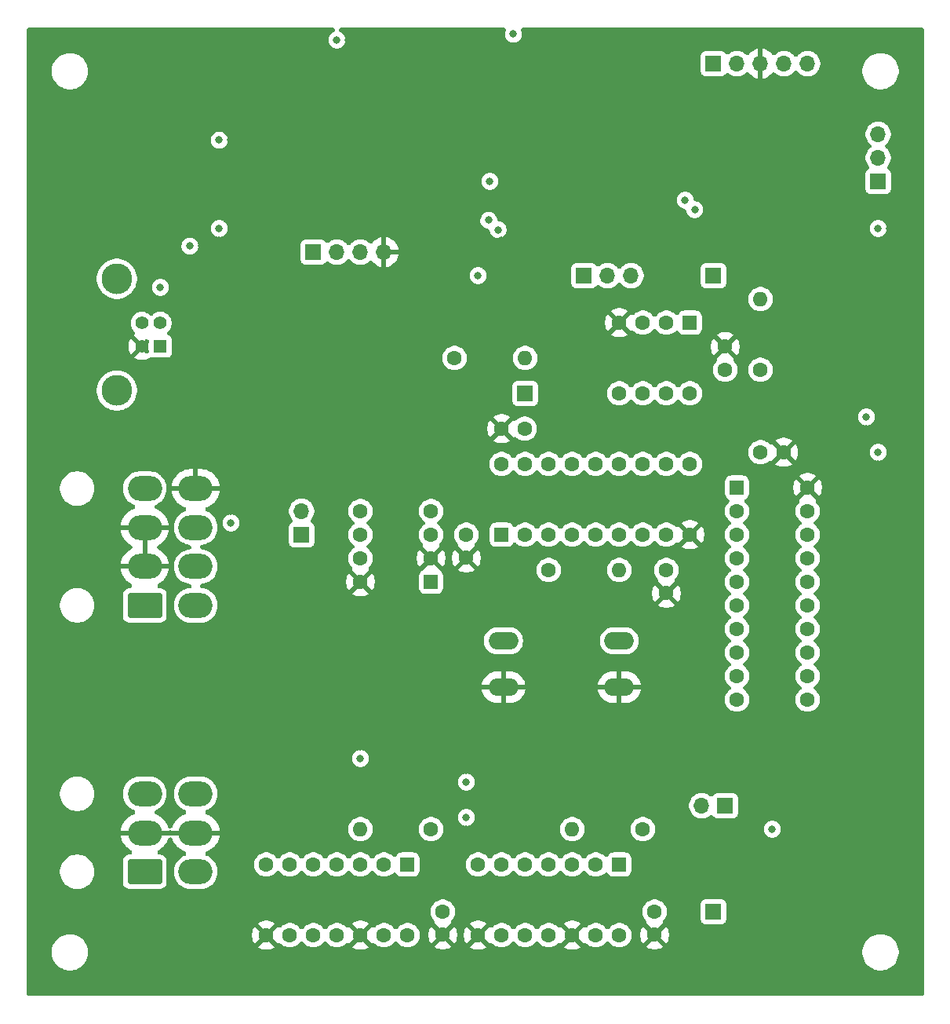
<source format=gbr>
%TF.GenerationSoftware,KiCad,Pcbnew,9.0.0*%
%TF.CreationDate,2025-10-01T16:31:19-04:00*%
%TF.ProjectId,can_gauge_interface,63616e5f-6761-4756-9765-5f696e746572,0.2*%
%TF.SameCoordinates,Original*%
%TF.FileFunction,Copper,L2,Inr*%
%TF.FilePolarity,Positive*%
%FSLAX46Y46*%
G04 Gerber Fmt 4.6, Leading zero omitted, Abs format (unit mm)*
G04 Created by KiCad (PCBNEW 9.0.0) date 2025-10-01 16:31:19*
%MOMM*%
%LPD*%
G01*
G04 APERTURE LIST*
G04 Aperture macros list*
%AMRoundRect*
0 Rectangle with rounded corners*
0 $1 Rounding radius*
0 $2 $3 $4 $5 $6 $7 $8 $9 X,Y pos of 4 corners*
0 Add a 4 corners polygon primitive as box body*
4,1,4,$2,$3,$4,$5,$6,$7,$8,$9,$2,$3,0*
0 Add four circle primitives for the rounded corners*
1,1,$1+$1,$2,$3*
1,1,$1+$1,$4,$5*
1,1,$1+$1,$6,$7*
1,1,$1+$1,$8,$9*
0 Add four rect primitives between the rounded corners*
20,1,$1+$1,$2,$3,$4,$5,0*
20,1,$1+$1,$4,$5,$6,$7,0*
20,1,$1+$1,$6,$7,$8,$9,0*
20,1,$1+$1,$8,$9,$2,$3,0*%
G04 Aperture macros list end*
%TA.AperFunction,ComponentPad*%
%ADD10RoundRect,0.250001X1.599999X-1.099999X1.599999X1.099999X-1.599999X1.099999X-1.599999X-1.099999X0*%
%TD*%
%TA.AperFunction,ComponentPad*%
%ADD11O,3.700000X2.700000*%
%TD*%
%TA.AperFunction,ComponentPad*%
%ADD12R,1.408000X1.408000*%
%TD*%
%TA.AperFunction,ComponentPad*%
%ADD13C,1.408000*%
%TD*%
%TA.AperFunction,ComponentPad*%
%ADD14C,3.316000*%
%TD*%
%TA.AperFunction,ComponentPad*%
%ADD15R,1.700000X1.700000*%
%TD*%
%TA.AperFunction,ComponentPad*%
%ADD16O,1.700000X1.700000*%
%TD*%
%TA.AperFunction,ComponentPad*%
%ADD17C,1.600000*%
%TD*%
%TA.AperFunction,ComponentPad*%
%ADD18O,1.600000X1.600000*%
%TD*%
%TA.AperFunction,ComponentPad*%
%ADD19O,3.200000X1.900000*%
%TD*%
%TA.AperFunction,ComponentPad*%
%ADD20RoundRect,0.250000X-0.550000X0.550000X-0.550000X-0.550000X0.550000X-0.550000X0.550000X0.550000X0*%
%TD*%
%TA.AperFunction,ComponentPad*%
%ADD21RoundRect,0.250000X0.550000X0.550000X-0.550000X0.550000X-0.550000X-0.550000X0.550000X-0.550000X0*%
%TD*%
%TA.AperFunction,ComponentPad*%
%ADD22RoundRect,0.250000X-0.550000X-0.550000X0.550000X-0.550000X0.550000X0.550000X-0.550000X0.550000X0*%
%TD*%
%TA.AperFunction,ComponentPad*%
%ADD23RoundRect,0.250000X0.550000X-0.550000X0.550000X0.550000X-0.550000X0.550000X-0.550000X-0.550000X0*%
%TD*%
%TA.AperFunction,ViaPad*%
%ADD24C,0.812800*%
%TD*%
G04 APERTURE END LIST*
D10*
%TO.N,/AN1*%
%TO.C,J3*%
X63080000Y-193820000D03*
D11*
%TO.N,GND*%
X63080000Y-189620000D03*
%TO.N,/AN4*%
X63080000Y-185420000D03*
%TO.N,/AN2*%
X68580000Y-193820000D03*
%TO.N,GND*%
X68580000Y-189620000D03*
%TO.N,/AN3*%
X68580000Y-185420000D03*
%TD*%
D10*
%TO.N,/Tach*%
%TO.C,J2*%
X63080000Y-165100000D03*
D11*
%TO.N,GND*%
X63080000Y-160900000D03*
X63080000Y-156700000D03*
%TO.N,+12V*%
X63080000Y-152500000D03*
%TO.N,/Speed*%
X68580000Y-165100000D03*
%TO.N,/CAN_H*%
X68580000Y-160900000D03*
%TO.N,/CAN_L*%
X68580000Y-156700000D03*
%TO.N,GND*%
X68580000Y-152500000D03*
%TD*%
D12*
%TO.N,unconnected-(J1-VBUS-Pad1)*%
%TO.C,J1*%
X64770000Y-137160000D03*
D13*
%TO.N,/USB_D-*%
X64770000Y-134660000D03*
%TO.N,/USB_D+*%
X62770000Y-134660000D03*
%TO.N,GND*%
X62770000Y-137160000D03*
D14*
%TO.N,unconnected-(J1-Shield-Pad5)*%
X60070000Y-129890000D03*
%TO.N,unconnected-(J1-Shield-Pad5)_1*%
X60070000Y-141930000D03*
%TD*%
D15*
%TO.N,/ROM_~{CS}*%
%TO.C,J7*%
X124460000Y-129540000D03*
%TD*%
%TO.N,+12V*%
%TO.C,J9*%
X81280000Y-127000000D03*
D16*
%TO.N,+7V*%
X83820000Y-127000000D03*
%TO.N,+5V*%
X86360000Y-127000000D03*
%TO.N,GND*%
X88900000Y-127000000D03*
%TD*%
D17*
%TO.N,+5VA*%
%TO.C,R10*%
X93980000Y-189230000D03*
D18*
%TO.N,/DAC1_~{CS}*%
X86360000Y-189230000D03*
%TD*%
D17*
%TO.N,+5VA*%
%TO.C,C16*%
X95250000Y-198120000D03*
%TO.N,GND*%
X95250000Y-200620000D03*
%TD*%
D15*
%TO.N,/CAN_L*%
%TO.C,JP2*%
X80010000Y-157480000D03*
D16*
%TO.N,Net-(JP2-B)*%
X80010000Y-154940000D03*
%TD*%
D17*
%TO.N,+5V*%
%TO.C,R6*%
X106680000Y-161290000D03*
D18*
%TO.N,/~{MCLR}*%
X114300000Y-161290000D03*
%TD*%
D15*
%TO.N,/DAC2_~{CS}*%
%TO.C,J8*%
X125730000Y-186690000D03*
D16*
%TO.N,/DAC1_~{CS}*%
X123190000Y-186690000D03*
%TD*%
D19*
%TO.N,GND*%
%TO.C,SW1*%
X114300000Y-173910000D03*
X101800000Y-173910000D03*
%TO.N,/~{MCLR}*%
X114300000Y-168910000D03*
X101800000Y-168910000D03*
%TD*%
D15*
%TO.N,/CAN_~{CS}*%
%TO.C,J6*%
X104140000Y-142240000D03*
%TD*%
D17*
%TO.N,+5V*%
%TO.C,R9*%
X129540000Y-139700000D03*
D18*
%TO.N,/ROM_~{CS}*%
X129540000Y-132080000D03*
%TD*%
D15*
%TO.N,/INT*%
%TO.C,JP1*%
X142240000Y-119380000D03*
D16*
%TO.N,/INT{slash}ICSP_CLK*%
X142240000Y-116840000D03*
%TO.N,/ICSP_CLK*%
X142240000Y-114300000D03*
%TD*%
D20*
%TO.N,+5VA*%
%TO.C,U8*%
X91440000Y-193040000D03*
D17*
%TO.N,unconnected-(U8-NC-Pad2)*%
X88900000Y-193040000D03*
%TO.N,/DAC1_~{CS}*%
X86360000Y-193040000D03*
%TO.N,/SCK*%
X83820000Y-193040000D03*
%TO.N,/MOSI*%
X81280000Y-193040000D03*
%TO.N,unconnected-(U8-NC-Pad6)*%
X78740000Y-193040000D03*
%TO.N,unconnected-(U8-NC-Pad7)*%
X76200000Y-193040000D03*
%TO.N,GND*%
X76200000Y-200660000D03*
%TO.N,+5VA*%
X78740000Y-200660000D03*
%TO.N,/AN2*%
X81280000Y-200660000D03*
%TO.N,+5VA*%
X83820000Y-200660000D03*
%TO.N,GND*%
X86360000Y-200660000D03*
%TO.N,+5VA*%
X88900000Y-200660000D03*
%TO.N,/AN1*%
X91440000Y-200660000D03*
%TD*%
D21*
%TO.N,/CAN_TX*%
%TO.C,U3*%
X93980000Y-162560000D03*
D17*
%TO.N,GND*%
X93980000Y-160020000D03*
%TO.N,+5V*%
X93980000Y-157480000D03*
%TO.N,/CAN_RX*%
X93980000Y-154940000D03*
%TO.N,unconnected-(U3-SPLIT-Pad5)*%
X86360000Y-154940000D03*
%TO.N,/CAN_L*%
X86360000Y-157480000D03*
%TO.N,/CAN_H*%
X86360000Y-160020000D03*
%TO.N,GND*%
X86360000Y-162560000D03*
%TD*%
%TO.N,+5V*%
%TO.C,R7*%
X96520000Y-138430000D03*
D18*
%TO.N,/CAN_~{CS}*%
X104140000Y-138430000D03*
%TD*%
D15*
%TO.N,/~{MCLR}*%
%TO.C,J4*%
X124460000Y-106680000D03*
D16*
%TO.N,+5V*%
X127000000Y-106680000D03*
%TO.N,GND*%
X129540000Y-106680000D03*
%TO.N,/ICSP_DAT*%
X132080000Y-106680000D03*
%TO.N,/ICSP_CLK*%
X134620000Y-106680000D03*
%TD*%
D17*
%TO.N,GND*%
%TO.C,C14*%
X97790000Y-159980000D03*
%TO.N,+5V*%
X97790000Y-157480000D03*
%TD*%
D15*
%TO.N,/MOSI*%
%TO.C,J5*%
X110490000Y-129540000D03*
D16*
%TO.N,/SCK*%
X113030000Y-129540000D03*
%TO.N,/MISO*%
X115570000Y-129540000D03*
%TD*%
D15*
%TO.N,+5VA*%
%TO.C,J10*%
X124460000Y-198120000D03*
%TD*%
D22*
%TO.N,+5V*%
%TO.C,U1*%
X127000000Y-152400000D03*
D17*
%TO.N,/CAN_~{CS}*%
X127000000Y-154940000D03*
%TO.N,/CLK*%
X127000000Y-157480000D03*
%TO.N,/~{MCLR}*%
X127000000Y-160020000D03*
%TO.N,/ROM_~{CS}*%
X127000000Y-162560000D03*
%TO.N,/Speed*%
X127000000Y-165100000D03*
%TO.N,/Tach*%
X127000000Y-167640000D03*
%TO.N,unconnected-(U1-~{SS}{slash}PWM2{slash}AN8{slash}RC6-Pad8)*%
X127000000Y-170180000D03*
%TO.N,/MOSI*%
X127000000Y-172720000D03*
%TO.N,/DAC1_~{CS}*%
X127000000Y-175260000D03*
%TO.N,/SCK*%
X134620000Y-175260000D03*
%TO.N,/DAC2_~{CS}*%
X134620000Y-172720000D03*
%TO.N,/MISO*%
X134620000Y-170180000D03*
%TO.N,unconnected-(U1-C2IN2-{slash}C1IN2-{slash}DACOUT1{slash}AN6{slash}RC2-Pad14)*%
X134620000Y-167640000D03*
%TO.N,/INT{slash}ICSP_CLK*%
X134620000Y-165100000D03*
%TO.N,/ICSP_DAT*%
X134620000Y-162560000D03*
%TO.N,Net-(U1-Vusb3v3)*%
X134620000Y-160020000D03*
%TO.N,/USB_D-*%
X134620000Y-157480000D03*
%TO.N,/USB_D+*%
X134620000Y-154940000D03*
%TO.N,GND*%
X134620000Y-152400000D03*
%TD*%
%TO.N,/~{MCLR}*%
%TO.C,C12*%
X119380000Y-161290000D03*
%TO.N,GND*%
X119380000Y-163790000D03*
%TD*%
%TO.N,+5VA*%
%TO.C,C17*%
X118110000Y-198120000D03*
%TO.N,GND*%
X118110000Y-200620000D03*
%TD*%
%TO.N,+5V*%
%TO.C,C10*%
X129540000Y-148590000D03*
%TO.N,GND*%
X132040000Y-148590000D03*
%TD*%
%TO.N,GND*%
%TO.C,C13*%
X101600000Y-146050000D03*
%TO.N,+5V*%
X104100000Y-146050000D03*
%TD*%
%TO.N,+5VA*%
%TO.C,R11*%
X116840000Y-189230000D03*
D18*
%TO.N,/DAC2_~{CS}*%
X109220000Y-189230000D03*
%TD*%
D23*
%TO.N,/CAN_TX*%
%TO.C,U2*%
X101600000Y-157480000D03*
D17*
%TO.N,/CAN_RX*%
X104140000Y-157480000D03*
%TO.N,unconnected-(U2-CLKOUT{slash}SOF-Pad3)*%
X106680000Y-157480000D03*
%TO.N,+5V*%
X109220000Y-157480000D03*
X111760000Y-157480000D03*
X114300000Y-157480000D03*
%TO.N,unconnected-(U2-OSC2-Pad7)*%
X116840000Y-157480000D03*
%TO.N,/CLK*%
X119380000Y-157480000D03*
%TO.N,GND*%
X121920000Y-157480000D03*
%TO.N,unconnected-(U2-~{RX1BF}-Pad10)*%
X121920000Y-149860000D03*
%TO.N,unconnected-(U2-~{RX0BF}-Pad11)*%
X119380000Y-149860000D03*
%TO.N,/INT*%
X116840000Y-149860000D03*
%TO.N,/SCK*%
X114300000Y-149860000D03*
%TO.N,/MOSI*%
X111760000Y-149860000D03*
%TO.N,/MISO*%
X109220000Y-149860000D03*
%TO.N,/CAN_~{CS}*%
X106680000Y-149860000D03*
%TO.N,+5V*%
X104140000Y-149860000D03*
X101600000Y-149860000D03*
%TD*%
D20*
%TO.N,/ROM_~{CS}*%
%TO.C,U4*%
X121920000Y-134620000D03*
D17*
%TO.N,/MISO*%
X119380000Y-134620000D03*
%TO.N,+5V*%
X116840000Y-134620000D03*
%TO.N,GND*%
X114300000Y-134620000D03*
%TO.N,/MOSI*%
X114300000Y-142240000D03*
%TO.N,/SCK*%
X116840000Y-142240000D03*
%TO.N,+5V*%
X119380000Y-142240000D03*
X121920000Y-142240000D03*
%TD*%
%TO.N,GND*%
%TO.C,C15*%
X125730000Y-137200000D03*
%TO.N,+5V*%
X125730000Y-139700000D03*
%TD*%
D20*
%TO.N,+5VA*%
%TO.C,U9*%
X114300000Y-193040000D03*
D17*
%TO.N,unconnected-(U9-NC-Pad2)*%
X111760000Y-193040000D03*
%TO.N,/DAC2_~{CS}*%
X109220000Y-193040000D03*
%TO.N,/SCK*%
X106680000Y-193040000D03*
%TO.N,/MOSI*%
X104140000Y-193040000D03*
%TO.N,unconnected-(U9-NC-Pad6)*%
X101600000Y-193040000D03*
%TO.N,unconnected-(U9-NC-Pad7)*%
X99060000Y-193040000D03*
%TO.N,GND*%
X99060000Y-200660000D03*
%TO.N,+5VA*%
X101600000Y-200660000D03*
%TO.N,/AN4*%
X104140000Y-200660000D03*
%TO.N,+5VA*%
X106680000Y-200660000D03*
%TO.N,GND*%
X109220000Y-200660000D03*
%TO.N,+5VA*%
X111760000Y-200660000D03*
%TO.N,/AN3*%
X114300000Y-200660000D03*
%TD*%
D24*
%TO.N,GND*%
X128270000Y-109220000D03*
X68580000Y-148590000D03*
X78740000Y-179070000D03*
X66040000Y-125730000D03*
X71755000Y-111760000D03*
X52070000Y-148590000D03*
X73660000Y-113665000D03*
X86360000Y-132715000D03*
X122555000Y-123825000D03*
X138430000Y-182880000D03*
X99060000Y-138430000D03*
X63500000Y-124460000D03*
X58420000Y-179070000D03*
X96520000Y-179070000D03*
X86360000Y-115570000D03*
X139700000Y-116840000D03*
X106680000Y-179070000D03*
X110490000Y-109220000D03*
X125730000Y-109220000D03*
X113030000Y-111760000D03*
X146050000Y-196850000D03*
X118110000Y-129540000D03*
X67310000Y-111760000D03*
X110490000Y-119380000D03*
X137160000Y-129540000D03*
X95250000Y-134620000D03*
X83820000Y-143510000D03*
X68580000Y-138430000D03*
X121920000Y-168910000D03*
X73660000Y-173990000D03*
X138430000Y-199390000D03*
X60960000Y-205740000D03*
X69215000Y-126365000D03*
X119380000Y-144780000D03*
X59690000Y-105410000D03*
X146050000Y-193040000D03*
X55880000Y-157480000D03*
X57150000Y-134620000D03*
X143510000Y-129540000D03*
X143510000Y-189230000D03*
X120650000Y-181610000D03*
X75565000Y-117475000D03*
X74930000Y-165100000D03*
X104140000Y-104775000D03*
X81280000Y-129540000D03*
X111760000Y-179070000D03*
X78740000Y-143510000D03*
X52070000Y-168910000D03*
X118110000Y-116840000D03*
X91440000Y-173990000D03*
X68580000Y-173990000D03*
X65405000Y-111760000D03*
X55880000Y-121920000D03*
X73660000Y-148590000D03*
X121285000Y-120015000D03*
X81280000Y-132715000D03*
X132080000Y-139700000D03*
X138430000Y-189230000D03*
X124460000Y-124460000D03*
X63500000Y-179070000D03*
X132080000Y-162560000D03*
X110490000Y-127000000D03*
X59690000Y-153670000D03*
X128905000Y-189230000D03*
X107950000Y-119380000D03*
X99060000Y-120650000D03*
X140970000Y-149860000D03*
X90170000Y-116840000D03*
X87630000Y-143510000D03*
X142240000Y-149860000D03*
X132715000Y-157480000D03*
X143510000Y-142240000D03*
X93980000Y-151130000D03*
X63500000Y-148590000D03*
X83820000Y-148590000D03*
X52070000Y-130810000D03*
X143510000Y-124460000D03*
X128270000Y-186690000D03*
X132080000Y-165100000D03*
X134620000Y-119380000D03*
X85090000Y-104140000D03*
X52070000Y-198120000D03*
X129540000Y-165100000D03*
X138430000Y-105410000D03*
X91440000Y-168910000D03*
X130810000Y-109220000D03*
X52070000Y-116840000D03*
X106680000Y-205740000D03*
X129540000Y-152400000D03*
X134620000Y-134620000D03*
X93980000Y-107950000D03*
X116840000Y-177800000D03*
X52070000Y-119380000D03*
X59690000Y-165100000D03*
X146050000Y-205740000D03*
X101600000Y-125730000D03*
X133350000Y-109220000D03*
X144780000Y-182880000D03*
X144780000Y-177800000D03*
X144780000Y-111760000D03*
X55880000Y-189230000D03*
X59690000Y-121920000D03*
X78740000Y-173990000D03*
X97790000Y-168910000D03*
X115570000Y-140335000D03*
X73660000Y-179070000D03*
X73660000Y-138430000D03*
X55880000Y-119380000D03*
X52070000Y-153670000D03*
X95250000Y-125730000D03*
X72390000Y-163830000D03*
X86360000Y-129540000D03*
X106680000Y-194945000D03*
X132080000Y-182880000D03*
X104140000Y-163830000D03*
X143510000Y-161290000D03*
X75565000Y-114935000D03*
X78740000Y-189230000D03*
X112395000Y-161290000D03*
X63500000Y-168910000D03*
X87630000Y-138430000D03*
X121920000Y-144780000D03*
X138430000Y-177800000D03*
X140970000Y-189230000D03*
X113030000Y-114300000D03*
X83820000Y-165100000D03*
X60960000Y-134620000D03*
X115570000Y-144145000D03*
X118110000Y-111760000D03*
X68580000Y-132715000D03*
X68580000Y-179070000D03*
X71120000Y-125730000D03*
X123190000Y-118110000D03*
X63500000Y-173990000D03*
X52070000Y-179070000D03*
X129540000Y-114300000D03*
X58420000Y-168910000D03*
X77470000Y-163830000D03*
X138430000Y-205740000D03*
X55880000Y-161290000D03*
X105410000Y-121920000D03*
X116840000Y-205740000D03*
X93980000Y-143510000D03*
X99060000Y-118110000D03*
X100330000Y-130810000D03*
X102870000Y-152400000D03*
X52070000Y-163830000D03*
X87630000Y-148590000D03*
X118110000Y-121920000D03*
X72390000Y-114935000D03*
X123190000Y-189230000D03*
X52070000Y-138430000D03*
X83820000Y-129540000D03*
X144780000Y-172720000D03*
X63500000Y-130810000D03*
X90805000Y-132715000D03*
X104140000Y-194945000D03*
X101600000Y-152400000D03*
X63500000Y-121920000D03*
X73660000Y-143510000D03*
X86360000Y-176530000D03*
X73660000Y-168910000D03*
X52070000Y-111760000D03*
X137160000Y-172720000D03*
X107950000Y-109220000D03*
X101600000Y-138430000D03*
X71120000Y-135890000D03*
X97790000Y-189230000D03*
X137160000Y-121920000D03*
X118110000Y-106680000D03*
X52070000Y-124460000D03*
X139700000Y-119380000D03*
X78740000Y-138430000D03*
X83820000Y-194945000D03*
X146050000Y-189230000D03*
X113030000Y-106680000D03*
X72390000Y-154940000D03*
X121920000Y-172720000D03*
X134620000Y-114300000D03*
X59690000Y-119380000D03*
X78740000Y-184150000D03*
X129540000Y-175260000D03*
X138430000Y-166370000D03*
X132080000Y-132080000D03*
X107950000Y-173990000D03*
X81280000Y-194945000D03*
X97790000Y-182880000D03*
X124460000Y-162560000D03*
X83820000Y-138430000D03*
X78740000Y-148590000D03*
X93980000Y-147320000D03*
X55880000Y-124460000D03*
X93980000Y-139700000D03*
X81280000Y-165100000D03*
X108585000Y-161290000D03*
X73660000Y-189230000D03*
X58420000Y-173990000D03*
X132715000Y-154940000D03*
X143510000Y-196850000D03*
X68580000Y-168910000D03*
X110490000Y-154940000D03*
X144780000Y-167640000D03*
X113030000Y-154940000D03*
X113030000Y-116840000D03*
X63500000Y-119380000D03*
X59690000Y-124460000D03*
X75565000Y-111760000D03*
X52070000Y-143510000D03*
X113030000Y-121920000D03*
X86360000Y-180340000D03*
X96520000Y-165100000D03*
X52070000Y-104140000D03*
X129540000Y-167640000D03*
X52070000Y-158750000D03*
X68580000Y-143510000D03*
X143510000Y-193040000D03*
X99060000Y-123190000D03*
X81280000Y-135890000D03*
X107950000Y-106680000D03*
X109220000Y-121920000D03*
X73660000Y-184150000D03*
X52070000Y-121920000D03*
X73660000Y-196850000D03*
X110490000Y-163830000D03*
X52070000Y-173990000D03*
X81280000Y-168910000D03*
X114300000Y-127000000D03*
X140970000Y-146050000D03*
X91440000Y-179070000D03*
X101600000Y-179070000D03*
X143510000Y-135890000D03*
%TO.N,+12V*%
X67945000Y-126365000D03*
%TO.N,Net-(U5-BOOT)*%
X71120000Y-114935000D03*
X71120000Y-124460000D03*
%TO.N,+7V*%
X102870000Y-103505000D03*
X83820000Y-104140000D03*
X130810000Y-189230000D03*
%TO.N,+5V*%
X100330000Y-119380000D03*
%TO.N,/~{MCLR}*%
X142240000Y-124460000D03*
X142240000Y-148590000D03*
%TO.N,/USB_D+*%
X122431875Y-122431875D03*
X101218172Y-124595578D03*
%TO.N,/USB_D-*%
X100194422Y-123571828D03*
X121408125Y-121408125D03*
X64770000Y-130810000D03*
%TO.N,/CAN_H*%
X72390000Y-156210000D03*
%TO.N,/MOSI*%
X97790000Y-187960000D03*
X99060000Y-129540000D03*
X97790000Y-184150000D03*
%TO.N,/DAC1_~{CS}*%
X86360000Y-181610000D03*
%TO.N,/INT*%
X140970000Y-144780000D03*
%TD*%
%TA.AperFunction,Conductor*%
%TO.N,GND*%
G36*
X65870445Y-189330049D02*
G01*
X65911322Y-189335431D01*
X65918587Y-189339625D01*
X65926819Y-189341263D01*
X65961105Y-189364173D01*
X65964270Y-189366000D01*
X67712891Y-189366000D01*
X67680000Y-189531358D01*
X67680000Y-189708642D01*
X67712891Y-189874000D01*
X65965230Y-189874000D01*
X65941898Y-189891903D01*
X65933796Y-189894073D01*
X65926819Y-189898736D01*
X65886367Y-189906782D01*
X65846546Y-189917452D01*
X65838229Y-189916357D01*
X65830000Y-189917994D01*
X65789551Y-189909948D01*
X65748675Y-189904567D01*
X65741410Y-189900372D01*
X65733181Y-189898736D01*
X65698891Y-189875824D01*
X65695732Y-189874000D01*
X63947109Y-189874000D01*
X63980000Y-189708642D01*
X63980000Y-189531358D01*
X63947109Y-189366000D01*
X65694768Y-189366000D01*
X65718099Y-189348097D01*
X65726203Y-189345925D01*
X65733181Y-189341263D01*
X65773627Y-189333217D01*
X65813451Y-189322547D01*
X65821769Y-189323642D01*
X65830000Y-189322005D01*
X65870445Y-189330049D01*
G37*
%TD.AperFunction*%
%TA.AperFunction,Conductor*%
G36*
X63334000Y-160032891D02*
G01*
X63168642Y-160000000D01*
X62991358Y-160000000D01*
X62826000Y-160032891D01*
X62826000Y-157567108D01*
X62991358Y-157600000D01*
X63168642Y-157600000D01*
X63334000Y-157567108D01*
X63334000Y-160032891D01*
G37*
%TD.AperFunction*%
%TA.AperFunction,Conductor*%
G36*
X63483398Y-137514188D02*
G01*
X63538242Y-137596267D01*
X63557500Y-137693086D01*
X63557500Y-137695914D01*
X63538242Y-137792733D01*
X63483398Y-137874812D01*
X63401319Y-137929656D01*
X63304500Y-137948914D01*
X63207681Y-137929656D01*
X63125602Y-137874812D01*
X62854123Y-137603333D01*
X62943694Y-137579333D01*
X63046306Y-137520090D01*
X63130090Y-137436306D01*
X63189333Y-137333694D01*
X63213333Y-137244123D01*
X63483398Y-137514188D01*
G37*
%TD.AperFunction*%
%TA.AperFunction,Conductor*%
G36*
X63401319Y-136390343D02*
G01*
X63483398Y-136445187D01*
X63538242Y-136527266D01*
X63557500Y-136624085D01*
X63557500Y-136626914D01*
X63538242Y-136723733D01*
X63483398Y-136805812D01*
X63213333Y-137075876D01*
X63189333Y-136986306D01*
X63130090Y-136883694D01*
X63046306Y-136799910D01*
X62943694Y-136740667D01*
X62854122Y-136716666D01*
X63125602Y-136445187D01*
X63140848Y-136435000D01*
X63207681Y-136390343D01*
X63304500Y-136371085D01*
X63401319Y-136390343D01*
G37*
%TD.AperFunction*%
%TA.AperFunction,Conductor*%
G36*
X83476403Y-102824558D02*
G01*
X83558482Y-102879402D01*
X83613326Y-102961481D01*
X83632584Y-103058300D01*
X83613326Y-103155119D01*
X83558482Y-103237198D01*
X83476403Y-103292041D01*
X83386633Y-103329224D01*
X83386631Y-103329225D01*
X83236785Y-103429350D01*
X83109350Y-103556785D01*
X83009225Y-103706631D01*
X83009225Y-103706633D01*
X82940260Y-103873127D01*
X82940259Y-103873131D01*
X82940259Y-103873133D01*
X82905100Y-104049890D01*
X82905100Y-104230110D01*
X82922140Y-104315774D01*
X82940259Y-104406868D01*
X82940260Y-104406872D01*
X83009225Y-104573366D01*
X83009225Y-104573368D01*
X83109350Y-104723214D01*
X83236785Y-104850649D01*
X83386632Y-104950774D01*
X83553127Y-105019739D01*
X83553129Y-105019739D01*
X83553133Y-105019741D01*
X83729890Y-105054900D01*
X83729893Y-105054900D01*
X83910107Y-105054900D01*
X83910110Y-105054900D01*
X84086867Y-105019741D01*
X84253368Y-104950774D01*
X84403215Y-104850649D01*
X84530649Y-104723215D01*
X84630774Y-104573368D01*
X84699741Y-104406867D01*
X84734900Y-104230110D01*
X84734900Y-104049890D01*
X84699741Y-103873133D01*
X84630774Y-103706632D01*
X84630774Y-103706631D01*
X84530649Y-103556785D01*
X84403214Y-103429350D01*
X84253368Y-103329225D01*
X84253366Y-103329224D01*
X84163597Y-103292041D01*
X84081518Y-103237198D01*
X84026674Y-103155118D01*
X84007416Y-103058300D01*
X84026675Y-102961481D01*
X84081518Y-102879402D01*
X84163598Y-102824558D01*
X84260416Y-102805300D01*
X101790903Y-102805300D01*
X101887722Y-102824558D01*
X101969801Y-102879402D01*
X102024645Y-102961481D01*
X102043903Y-103058300D01*
X102024645Y-103155119D01*
X102024644Y-103155119D01*
X101990260Y-103238127D01*
X101990259Y-103238131D01*
X101990259Y-103238133D01*
X101955100Y-103414890D01*
X101955100Y-103595110D01*
X101977283Y-103706631D01*
X101990259Y-103771868D01*
X101990260Y-103771872D01*
X102059225Y-103938366D01*
X102059225Y-103938368D01*
X102159350Y-104088214D01*
X102286785Y-104215649D01*
X102436632Y-104315774D01*
X102603127Y-104384739D01*
X102603129Y-104384739D01*
X102603133Y-104384741D01*
X102779890Y-104419900D01*
X102779893Y-104419900D01*
X102960107Y-104419900D01*
X102960110Y-104419900D01*
X103136867Y-104384741D01*
X103303368Y-104315774D01*
X103453215Y-104215649D01*
X103580649Y-104088215D01*
X103680774Y-103938368D01*
X103749741Y-103771867D01*
X103784900Y-103595110D01*
X103784900Y-103414890D01*
X103749741Y-103238133D01*
X103744343Y-103225100D01*
X103715356Y-103155119D01*
X103696097Y-103058300D01*
X103715355Y-102961481D01*
X103770199Y-102879402D01*
X103852278Y-102824559D01*
X103949097Y-102805300D01*
X146941700Y-102805300D01*
X147038519Y-102824558D01*
X147120598Y-102879402D01*
X147175442Y-102961481D01*
X147194700Y-103058300D01*
X147194700Y-206941700D01*
X147175442Y-207038519D01*
X147120598Y-207120598D01*
X147038519Y-207175442D01*
X146941700Y-207194700D01*
X50558300Y-207194700D01*
X50461481Y-207175442D01*
X50379402Y-207120598D01*
X50324558Y-207038519D01*
X50305300Y-206941700D01*
X50305300Y-202371778D01*
X53043900Y-202371778D01*
X53043900Y-202628221D01*
X53077370Y-202882437D01*
X53077370Y-202882439D01*
X53143732Y-203130106D01*
X53143734Y-203130112D01*
X53241865Y-203367022D01*
X53241866Y-203367024D01*
X53370067Y-203589073D01*
X53370073Y-203589083D01*
X53526171Y-203792514D01*
X53707486Y-203973829D01*
X53910917Y-204129927D01*
X53910926Y-204129932D01*
X54132975Y-204258133D01*
X54132977Y-204258134D01*
X54132979Y-204258135D01*
X54132983Y-204258137D01*
X54369883Y-204356264D01*
X54369887Y-204356265D01*
X54369893Y-204356267D01*
X54617561Y-204422629D01*
X54617565Y-204422630D01*
X54731819Y-204437672D01*
X54871778Y-204456099D01*
X54871788Y-204456099D01*
X54871790Y-204456100D01*
X54871791Y-204456100D01*
X55128209Y-204456100D01*
X55128210Y-204456100D01*
X55128211Y-204456099D01*
X55128221Y-204456099D01*
X55224382Y-204443438D01*
X55382435Y-204422630D01*
X55630117Y-204356264D01*
X55867017Y-204258137D01*
X56089083Y-204129927D01*
X56292514Y-203973829D01*
X56473829Y-203792514D01*
X56629927Y-203589083D01*
X56758137Y-203367017D01*
X56856264Y-203130117D01*
X56922630Y-202882435D01*
X56956100Y-202628210D01*
X56956100Y-202371790D01*
X56956099Y-202371788D01*
X56956099Y-202371778D01*
X140543900Y-202371778D01*
X140543900Y-202628221D01*
X140577370Y-202882437D01*
X140577370Y-202882439D01*
X140643732Y-203130106D01*
X140643734Y-203130112D01*
X140741865Y-203367022D01*
X140741866Y-203367024D01*
X140870067Y-203589073D01*
X140870073Y-203589083D01*
X141026171Y-203792514D01*
X141207486Y-203973829D01*
X141410917Y-204129927D01*
X141410926Y-204129932D01*
X141632975Y-204258133D01*
X141632977Y-204258134D01*
X141632979Y-204258135D01*
X141632983Y-204258137D01*
X141869883Y-204356264D01*
X141869887Y-204356265D01*
X141869893Y-204356267D01*
X142117561Y-204422629D01*
X142117565Y-204422630D01*
X142231819Y-204437672D01*
X142371778Y-204456099D01*
X142371788Y-204456099D01*
X142371790Y-204456100D01*
X142371791Y-204456100D01*
X142628209Y-204456100D01*
X142628210Y-204456100D01*
X142628211Y-204456099D01*
X142628221Y-204456099D01*
X142724382Y-204443438D01*
X142882435Y-204422630D01*
X143130117Y-204356264D01*
X143367017Y-204258137D01*
X143589083Y-204129927D01*
X143792514Y-203973829D01*
X143973829Y-203792514D01*
X144129927Y-203589083D01*
X144258137Y-203367017D01*
X144356264Y-203130117D01*
X144422630Y-202882435D01*
X144456100Y-202628210D01*
X144456100Y-202371790D01*
X144456099Y-202371788D01*
X144456099Y-202371778D01*
X144436379Y-202221999D01*
X144422630Y-202117565D01*
X144419949Y-202107561D01*
X144356267Y-201869893D01*
X144356265Y-201869887D01*
X144356264Y-201869883D01*
X144258137Y-201632983D01*
X144258134Y-201632977D01*
X144258133Y-201632975D01*
X144129932Y-201410926D01*
X144129927Y-201410917D01*
X143973829Y-201207486D01*
X143792514Y-201026171D01*
X143589083Y-200870073D01*
X143581346Y-200865606D01*
X143367024Y-200741866D01*
X143367022Y-200741865D01*
X143130112Y-200643734D01*
X143130106Y-200643732D01*
X142882438Y-200577370D01*
X142628221Y-200543900D01*
X142628210Y-200543900D01*
X142371790Y-200543900D01*
X142371778Y-200543900D01*
X142117562Y-200577370D01*
X142117560Y-200577370D01*
X141869893Y-200643732D01*
X141869887Y-200643734D01*
X141632977Y-200741865D01*
X141632975Y-200741866D01*
X141410926Y-200870067D01*
X141410913Y-200870076D01*
X141207483Y-201026173D01*
X141026173Y-201207483D01*
X140870076Y-201410913D01*
X140870067Y-201410926D01*
X140741866Y-201632975D01*
X140741865Y-201632977D01*
X140643734Y-201869887D01*
X140643732Y-201869893D01*
X140577370Y-202117560D01*
X140577370Y-202117562D01*
X140543900Y-202371778D01*
X56956099Y-202371778D01*
X56936379Y-202221999D01*
X56922630Y-202117565D01*
X56919950Y-202107562D01*
X56863928Y-201898483D01*
X56856266Y-201869890D01*
X56856265Y-201869887D01*
X56856264Y-201869883D01*
X56758137Y-201632983D01*
X56758134Y-201632977D01*
X56758133Y-201632975D01*
X56629932Y-201410926D01*
X56629927Y-201410917D01*
X56473829Y-201207486D01*
X56292514Y-201026171D01*
X56089083Y-200870073D01*
X56081346Y-200865606D01*
X55874590Y-200746235D01*
X55874586Y-200746233D01*
X55867017Y-200741863D01*
X55630117Y-200643736D01*
X55630116Y-200643735D01*
X55630112Y-200643734D01*
X55630106Y-200643732D01*
X55382438Y-200577370D01*
X55128221Y-200543900D01*
X55128210Y-200543900D01*
X54871790Y-200543900D01*
X54871778Y-200543900D01*
X54617562Y-200577370D01*
X54617560Y-200577370D01*
X54369893Y-200643732D01*
X54369887Y-200643734D01*
X54132977Y-200741865D01*
X54132975Y-200741866D01*
X53910926Y-200870067D01*
X53910913Y-200870076D01*
X53707483Y-201026173D01*
X53526173Y-201207483D01*
X53370076Y-201410913D01*
X53370067Y-201410926D01*
X53241866Y-201632975D01*
X53241865Y-201632977D01*
X53143734Y-201869887D01*
X53143732Y-201869893D01*
X53077370Y-202117560D01*
X53077370Y-202117562D01*
X53043900Y-202371778D01*
X50305300Y-202371778D01*
X50305300Y-200537066D01*
X74638000Y-200537066D01*
X74638000Y-200782933D01*
X74676461Y-201025764D01*
X74752437Y-201259596D01*
X74864060Y-201478669D01*
X74930571Y-201570215D01*
X74930572Y-201570215D01*
X75800000Y-200700787D01*
X75800000Y-200712661D01*
X75827259Y-200814394D01*
X75879920Y-200905606D01*
X75954394Y-200980080D01*
X76045606Y-201032741D01*
X76147339Y-201060000D01*
X76159210Y-201060000D01*
X75289782Y-201929427D01*
X75381330Y-201995939D01*
X75600403Y-202107562D01*
X75834235Y-202183538D01*
X76077066Y-202221999D01*
X76077070Y-202222000D01*
X76322930Y-202222000D01*
X76322933Y-202221999D01*
X76565764Y-202183538D01*
X76799599Y-202107561D01*
X77018661Y-201995944D01*
X77018668Y-201995940D01*
X77110216Y-201929426D01*
X76240790Y-201060000D01*
X76252661Y-201060000D01*
X76354394Y-201032741D01*
X76445606Y-200980080D01*
X76520080Y-200905606D01*
X76572741Y-200814394D01*
X76600000Y-200712661D01*
X76600000Y-200700789D01*
X77469426Y-201570216D01*
X77488199Y-201568738D01*
X77506785Y-201551558D01*
X77599399Y-201517389D01*
X77698038Y-201521264D01*
X77787687Y-201562591D01*
X77817878Y-201588376D01*
X77887570Y-201658068D01*
X78054197Y-201779129D01*
X78054199Y-201779130D01*
X78054202Y-201779132D01*
X78145953Y-201825881D01*
X78237710Y-201872634D01*
X78433592Y-201936280D01*
X78637019Y-201968500D01*
X78637021Y-201968500D01*
X78842979Y-201968500D01*
X78842981Y-201968500D01*
X79046408Y-201936280D01*
X79242290Y-201872634D01*
X79425803Y-201779129D01*
X79592430Y-201658068D01*
X79738068Y-201512430D01*
X79805319Y-201419865D01*
X79877807Y-201352859D01*
X79970421Y-201318691D01*
X80069060Y-201322566D01*
X80158709Y-201363894D01*
X80214679Y-201419864D01*
X80281932Y-201512430D01*
X80427570Y-201658068D01*
X80594197Y-201779129D01*
X80594199Y-201779130D01*
X80594202Y-201779132D01*
X80685953Y-201825881D01*
X80777710Y-201872634D01*
X80973592Y-201936280D01*
X81177019Y-201968500D01*
X81177021Y-201968500D01*
X81382979Y-201968500D01*
X81382981Y-201968500D01*
X81586408Y-201936280D01*
X81782290Y-201872634D01*
X81965803Y-201779129D01*
X82132430Y-201658068D01*
X82278068Y-201512430D01*
X82345319Y-201419865D01*
X82417807Y-201352859D01*
X82510421Y-201318691D01*
X82609060Y-201322566D01*
X82698709Y-201363894D01*
X82754679Y-201419864D01*
X82821932Y-201512430D01*
X82967570Y-201658068D01*
X83134197Y-201779129D01*
X83134199Y-201779130D01*
X83134202Y-201779132D01*
X83225953Y-201825881D01*
X83317710Y-201872634D01*
X83513592Y-201936280D01*
X83717019Y-201968500D01*
X83717021Y-201968500D01*
X83922979Y-201968500D01*
X83922981Y-201968500D01*
X84126408Y-201936280D01*
X84322290Y-201872634D01*
X84505803Y-201779129D01*
X84672430Y-201658068D01*
X84742122Y-201588375D01*
X84824197Y-201533534D01*
X84921016Y-201514275D01*
X85017835Y-201533533D01*
X85070354Y-201568624D01*
X85090572Y-201570215D01*
X85960000Y-200700787D01*
X85960000Y-200712661D01*
X85987259Y-200814394D01*
X86039920Y-200905606D01*
X86114394Y-200980080D01*
X86205606Y-201032741D01*
X86307339Y-201060000D01*
X86319210Y-201060000D01*
X85449782Y-201929427D01*
X85541330Y-201995939D01*
X85760403Y-202107562D01*
X85994235Y-202183538D01*
X86237066Y-202221999D01*
X86237070Y-202222000D01*
X86482930Y-202222000D01*
X86482933Y-202221999D01*
X86725764Y-202183538D01*
X86959599Y-202107561D01*
X87178661Y-201995944D01*
X87178668Y-201995940D01*
X87270216Y-201929426D01*
X86400790Y-201060000D01*
X86412661Y-201060000D01*
X86514394Y-201032741D01*
X86605606Y-200980080D01*
X86680080Y-200905606D01*
X86732741Y-200814394D01*
X86760000Y-200712661D01*
X86760000Y-200700789D01*
X87629426Y-201570216D01*
X87648199Y-201568738D01*
X87666785Y-201551558D01*
X87759399Y-201517389D01*
X87858038Y-201521264D01*
X87947687Y-201562591D01*
X87977878Y-201588376D01*
X88047570Y-201658068D01*
X88214197Y-201779129D01*
X88214199Y-201779130D01*
X88214202Y-201779132D01*
X88305953Y-201825881D01*
X88397710Y-201872634D01*
X88593592Y-201936280D01*
X88797019Y-201968500D01*
X88797021Y-201968500D01*
X89002979Y-201968500D01*
X89002981Y-201968500D01*
X89206408Y-201936280D01*
X89402290Y-201872634D01*
X89585803Y-201779129D01*
X89752430Y-201658068D01*
X89898068Y-201512430D01*
X89965319Y-201419865D01*
X90037807Y-201352859D01*
X90130421Y-201318691D01*
X90229060Y-201322566D01*
X90318709Y-201363894D01*
X90374679Y-201419864D01*
X90441932Y-201512430D01*
X90587570Y-201658068D01*
X90754197Y-201779129D01*
X90754199Y-201779130D01*
X90754202Y-201779132D01*
X90845953Y-201825881D01*
X90937710Y-201872634D01*
X91133592Y-201936280D01*
X91337019Y-201968500D01*
X91337021Y-201968500D01*
X91542979Y-201968500D01*
X91542981Y-201968500D01*
X91746408Y-201936280D01*
X91942290Y-201872634D01*
X92125803Y-201779129D01*
X92292430Y-201658068D01*
X92438068Y-201512430D01*
X92559129Y-201345803D01*
X92652634Y-201162290D01*
X92716280Y-200966408D01*
X92748500Y-200762981D01*
X92748500Y-200557019D01*
X92739004Y-200497066D01*
X93688000Y-200497066D01*
X93688000Y-200742933D01*
X93726461Y-200985764D01*
X93802437Y-201219596D01*
X93914060Y-201438669D01*
X93980571Y-201530215D01*
X93980572Y-201530215D01*
X94850000Y-200660787D01*
X94850000Y-200672661D01*
X94877259Y-200774394D01*
X94929920Y-200865606D01*
X95004394Y-200940080D01*
X95095606Y-200992741D01*
X95197339Y-201020000D01*
X95209210Y-201020000D01*
X94339782Y-201889427D01*
X94431330Y-201955939D01*
X94650403Y-202067562D01*
X94884235Y-202143538D01*
X95127066Y-202181999D01*
X95127070Y-202182000D01*
X95372930Y-202182000D01*
X95372933Y-202181999D01*
X95615764Y-202143538D01*
X95849599Y-202067561D01*
X96068661Y-201955944D01*
X96068668Y-201955940D01*
X96160216Y-201889426D01*
X95290790Y-201020000D01*
X95302661Y-201020000D01*
X95404394Y-200992741D01*
X95495606Y-200940080D01*
X95570080Y-200865606D01*
X95622741Y-200774394D01*
X95650000Y-200672661D01*
X95650000Y-200660789D01*
X96519426Y-201530216D01*
X96585940Y-201438668D01*
X96585944Y-201438661D01*
X96697561Y-201219599D01*
X96773538Y-200985764D01*
X96811999Y-200742933D01*
X96812000Y-200742930D01*
X96812000Y-200537066D01*
X97498000Y-200537066D01*
X97498000Y-200782933D01*
X97536461Y-201025764D01*
X97612437Y-201259596D01*
X97724060Y-201478669D01*
X97790571Y-201570215D01*
X97790572Y-201570215D01*
X98660000Y-200700787D01*
X98660000Y-200712661D01*
X98687259Y-200814394D01*
X98739920Y-200905606D01*
X98814394Y-200980080D01*
X98905606Y-201032741D01*
X99007339Y-201060000D01*
X99019210Y-201060000D01*
X98149782Y-201929427D01*
X98241330Y-201995939D01*
X98460403Y-202107562D01*
X98694235Y-202183538D01*
X98937066Y-202221999D01*
X98937070Y-202222000D01*
X99182930Y-202222000D01*
X99182933Y-202221999D01*
X99425764Y-202183538D01*
X99659599Y-202107561D01*
X99878661Y-201995944D01*
X99878668Y-201995940D01*
X99970216Y-201929426D01*
X99100790Y-201060000D01*
X99112661Y-201060000D01*
X99214394Y-201032741D01*
X99305606Y-200980080D01*
X99380080Y-200905606D01*
X99432741Y-200814394D01*
X99460000Y-200712661D01*
X99460000Y-200700789D01*
X100329426Y-201570216D01*
X100348199Y-201568738D01*
X100366785Y-201551558D01*
X100459399Y-201517389D01*
X100558038Y-201521264D01*
X100647687Y-201562591D01*
X100677878Y-201588376D01*
X100747570Y-201658068D01*
X100914197Y-201779129D01*
X100914199Y-201779130D01*
X100914202Y-201779132D01*
X101005953Y-201825881D01*
X101097710Y-201872634D01*
X101293592Y-201936280D01*
X101497019Y-201968500D01*
X101497021Y-201968500D01*
X101702979Y-201968500D01*
X101702981Y-201968500D01*
X101906408Y-201936280D01*
X102102290Y-201872634D01*
X102285803Y-201779129D01*
X102452430Y-201658068D01*
X102598068Y-201512430D01*
X102665319Y-201419865D01*
X102737807Y-201352859D01*
X102830421Y-201318691D01*
X102929060Y-201322566D01*
X103018709Y-201363894D01*
X103074679Y-201419864D01*
X103141932Y-201512430D01*
X103287570Y-201658068D01*
X103454197Y-201779129D01*
X103454199Y-201779130D01*
X103454202Y-201779132D01*
X103545953Y-201825881D01*
X103637710Y-201872634D01*
X103833592Y-201936280D01*
X104037019Y-201968500D01*
X104037021Y-201968500D01*
X104242979Y-201968500D01*
X104242981Y-201968500D01*
X104446408Y-201936280D01*
X104642290Y-201872634D01*
X104825803Y-201779129D01*
X104992430Y-201658068D01*
X105138068Y-201512430D01*
X105205319Y-201419865D01*
X105277807Y-201352859D01*
X105370421Y-201318691D01*
X105469060Y-201322566D01*
X105558709Y-201363894D01*
X105614679Y-201419864D01*
X105681932Y-201512430D01*
X105827570Y-201658068D01*
X105994197Y-201779129D01*
X105994199Y-201779130D01*
X105994202Y-201779132D01*
X106085953Y-201825881D01*
X106177710Y-201872634D01*
X106373592Y-201936280D01*
X106577019Y-201968500D01*
X106577021Y-201968500D01*
X106782979Y-201968500D01*
X106782981Y-201968500D01*
X106986408Y-201936280D01*
X107182290Y-201872634D01*
X107365803Y-201779129D01*
X107532430Y-201658068D01*
X107602122Y-201588375D01*
X107684197Y-201533534D01*
X107781016Y-201514275D01*
X107877835Y-201533533D01*
X107930354Y-201568624D01*
X107950572Y-201570215D01*
X108820000Y-200700787D01*
X108820000Y-200712661D01*
X108847259Y-200814394D01*
X108899920Y-200905606D01*
X108974394Y-200980080D01*
X109065606Y-201032741D01*
X109167339Y-201060000D01*
X109179210Y-201060000D01*
X108309782Y-201929427D01*
X108401330Y-201995939D01*
X108620403Y-202107562D01*
X108854235Y-202183538D01*
X109097066Y-202221999D01*
X109097070Y-202222000D01*
X109342930Y-202222000D01*
X109342933Y-202221999D01*
X109585764Y-202183538D01*
X109819599Y-202107561D01*
X110038661Y-201995944D01*
X110038668Y-201995940D01*
X110130216Y-201929426D01*
X109260790Y-201060000D01*
X109272661Y-201060000D01*
X109374394Y-201032741D01*
X109465606Y-200980080D01*
X109540080Y-200905606D01*
X109592741Y-200814394D01*
X109620000Y-200712661D01*
X109620000Y-200700789D01*
X110489426Y-201570216D01*
X110508199Y-201568738D01*
X110526785Y-201551558D01*
X110619399Y-201517389D01*
X110718038Y-201521264D01*
X110807687Y-201562591D01*
X110837878Y-201588376D01*
X110907570Y-201658068D01*
X111074197Y-201779129D01*
X111074199Y-201779130D01*
X111074202Y-201779132D01*
X111165953Y-201825881D01*
X111257710Y-201872634D01*
X111453592Y-201936280D01*
X111657019Y-201968500D01*
X111657021Y-201968500D01*
X111862979Y-201968500D01*
X111862981Y-201968500D01*
X112066408Y-201936280D01*
X112262290Y-201872634D01*
X112445803Y-201779129D01*
X112612430Y-201658068D01*
X112758068Y-201512430D01*
X112825319Y-201419865D01*
X112897807Y-201352859D01*
X112990421Y-201318691D01*
X113089060Y-201322566D01*
X113178709Y-201363894D01*
X113234679Y-201419864D01*
X113301932Y-201512430D01*
X113447570Y-201658068D01*
X113614197Y-201779129D01*
X113614199Y-201779130D01*
X113614202Y-201779132D01*
X113705953Y-201825881D01*
X113797710Y-201872634D01*
X113993592Y-201936280D01*
X114197019Y-201968500D01*
X114197021Y-201968500D01*
X114402979Y-201968500D01*
X114402981Y-201968500D01*
X114606408Y-201936280D01*
X114802290Y-201872634D01*
X114985803Y-201779129D01*
X115152430Y-201658068D01*
X115298068Y-201512430D01*
X115419129Y-201345803D01*
X115512634Y-201162290D01*
X115576280Y-200966408D01*
X115608500Y-200762981D01*
X115608500Y-200557019D01*
X115599004Y-200497066D01*
X116548000Y-200497066D01*
X116548000Y-200742933D01*
X116586461Y-200985764D01*
X116662437Y-201219596D01*
X116774060Y-201438669D01*
X116840571Y-201530215D01*
X116840572Y-201530215D01*
X117710000Y-200660787D01*
X117710000Y-200672661D01*
X117737259Y-200774394D01*
X117789920Y-200865606D01*
X117864394Y-200940080D01*
X117955606Y-200992741D01*
X118057339Y-201020000D01*
X118069210Y-201020000D01*
X117199782Y-201889427D01*
X117291330Y-201955939D01*
X117510403Y-202067562D01*
X117744235Y-202143538D01*
X117987066Y-202181999D01*
X117987070Y-202182000D01*
X118232930Y-202182000D01*
X118232933Y-202181999D01*
X118475770Y-202143537D01*
X118539303Y-202122894D01*
X118539319Y-202122889D01*
X118709597Y-202067562D01*
X118928661Y-201955944D01*
X118928668Y-201955940D01*
X119020216Y-201889426D01*
X118150790Y-201020000D01*
X118162661Y-201020000D01*
X118264394Y-200992741D01*
X118355606Y-200940080D01*
X118430080Y-200865606D01*
X118482741Y-200774394D01*
X118510000Y-200672661D01*
X118510000Y-200660789D01*
X119379426Y-201530216D01*
X119445940Y-201438668D01*
X119445944Y-201438661D01*
X119557561Y-201219599D01*
X119633538Y-200985764D01*
X119671999Y-200742933D01*
X119672000Y-200742930D01*
X119672000Y-200497070D01*
X119671999Y-200497066D01*
X119633538Y-200254235D01*
X119557562Y-200020403D01*
X119445939Y-199801330D01*
X119379426Y-199709782D01*
X118510000Y-200579208D01*
X118510000Y-200567339D01*
X118482741Y-200465606D01*
X118430080Y-200374394D01*
X118355606Y-200299920D01*
X118264394Y-200247259D01*
X118162661Y-200220000D01*
X118150787Y-200220000D01*
X119020215Y-199350572D01*
X119016938Y-199308936D01*
X118990558Y-199237428D01*
X118994433Y-199138788D01*
X119035762Y-199049140D01*
X119061541Y-199018956D01*
X119108068Y-198972430D01*
X119229129Y-198805803D01*
X119322634Y-198622290D01*
X119386280Y-198426408D01*
X119418500Y-198222981D01*
X119418500Y-198017019D01*
X119386280Y-197813592D01*
X119322634Y-197617710D01*
X119229129Y-197434197D01*
X119108068Y-197267570D01*
X119061863Y-197221365D01*
X123101500Y-197221365D01*
X123101500Y-199018634D01*
X123101501Y-199018654D01*
X123108009Y-199079196D01*
X123108011Y-199079201D01*
X123159111Y-199216204D01*
X123159112Y-199216205D01*
X123159113Y-199216208D01*
X123246737Y-199333259D01*
X123246740Y-199333262D01*
X123363791Y-199420886D01*
X123363792Y-199420886D01*
X123363796Y-199420889D01*
X123500799Y-199471989D01*
X123500802Y-199471989D01*
X123500804Y-199471990D01*
X123500802Y-199471990D01*
X123549065Y-199477178D01*
X123561362Y-199478500D01*
X123561365Y-199478500D01*
X125358635Y-199478500D01*
X125358638Y-199478500D01*
X125381479Y-199476044D01*
X125419196Y-199471990D01*
X125419197Y-199471989D01*
X125419201Y-199471989D01*
X125556204Y-199420889D01*
X125673261Y-199333261D01*
X125760889Y-199216204D01*
X125811989Y-199079201D01*
X125818500Y-199018638D01*
X125818500Y-197221362D01*
X125816986Y-197207287D01*
X125811990Y-197160803D01*
X125797492Y-197121932D01*
X125760889Y-197023796D01*
X125760886Y-197023792D01*
X125760886Y-197023791D01*
X125673262Y-196906740D01*
X125673259Y-196906737D01*
X125556208Y-196819113D01*
X125556205Y-196819112D01*
X125556204Y-196819111D01*
X125419201Y-196768011D01*
X125419200Y-196768010D01*
X125419195Y-196768009D01*
X125419197Y-196768009D01*
X125358654Y-196761501D01*
X125358640Y-196761500D01*
X125358638Y-196761500D01*
X123561362Y-196761500D01*
X123561359Y-196761500D01*
X123561345Y-196761501D01*
X123500803Y-196768009D01*
X123363791Y-196819113D01*
X123246740Y-196906737D01*
X123246737Y-196906740D01*
X123159113Y-197023791D01*
X123108009Y-197160803D01*
X123101501Y-197221345D01*
X123101500Y-197221365D01*
X119061863Y-197221365D01*
X118962430Y-197121932D01*
X118795803Y-197000871D01*
X118795801Y-197000870D01*
X118795797Y-197000867D01*
X118612294Y-196907368D01*
X118612293Y-196907367D01*
X118612290Y-196907366D01*
X118416408Y-196843720D01*
X118212982Y-196811500D01*
X118212981Y-196811500D01*
X118007019Y-196811500D01*
X118007017Y-196811500D01*
X117803591Y-196843720D01*
X117607712Y-196907365D01*
X117607705Y-196907368D01*
X117424202Y-197000867D01*
X117257569Y-197121932D01*
X117111932Y-197267569D01*
X116990867Y-197434202D01*
X116897368Y-197617705D01*
X116897365Y-197617712D01*
X116833720Y-197813591D01*
X116801500Y-198017017D01*
X116801500Y-198222982D01*
X116833720Y-198426408D01*
X116897365Y-198622287D01*
X116897368Y-198622294D01*
X116990867Y-198805797D01*
X117111932Y-198972430D01*
X117158453Y-199018951D01*
X117213297Y-199101030D01*
X117232555Y-199197849D01*
X117213297Y-199294668D01*
X117202966Y-199310128D01*
X117199783Y-199350572D01*
X118069211Y-200220000D01*
X118057339Y-200220000D01*
X117955606Y-200247259D01*
X117864394Y-200299920D01*
X117789920Y-200374394D01*
X117737259Y-200465606D01*
X117710000Y-200567339D01*
X117710000Y-200579211D01*
X116840572Y-199709783D01*
X116840571Y-199709783D01*
X116774060Y-199801330D01*
X116662437Y-200020403D01*
X116586461Y-200254235D01*
X116548000Y-200497066D01*
X115599004Y-200497066D01*
X115576280Y-200353592D01*
X115512634Y-200157710D01*
X115432943Y-200001308D01*
X115419132Y-199974202D01*
X115419130Y-199974199D01*
X115419129Y-199974197D01*
X115298068Y-199807570D01*
X115152430Y-199661932D01*
X114985803Y-199540871D01*
X114985801Y-199540870D01*
X114985797Y-199540867D01*
X114802294Y-199447368D01*
X114802293Y-199447367D01*
X114802290Y-199447366D01*
X114744226Y-199428500D01*
X114606408Y-199383720D01*
X114402982Y-199351500D01*
X114402981Y-199351500D01*
X114197019Y-199351500D01*
X114197017Y-199351500D01*
X113993591Y-199383720D01*
X113797712Y-199447365D01*
X113797705Y-199447368D01*
X113614202Y-199540867D01*
X113447569Y-199661932D01*
X113301932Y-199807570D01*
X113301931Y-199807570D01*
X113234681Y-199900133D01*
X113162192Y-199967141D01*
X113069578Y-200001308D01*
X112970938Y-199997433D01*
X112881290Y-199956104D01*
X112825319Y-199900133D01*
X112758068Y-199807570D01*
X112612430Y-199661932D01*
X112445797Y-199540867D01*
X112262294Y-199447368D01*
X112262293Y-199447367D01*
X112262290Y-199447366D01*
X112204226Y-199428500D01*
X112066408Y-199383720D01*
X111862982Y-199351500D01*
X111862981Y-199351500D01*
X111657019Y-199351500D01*
X111657017Y-199351500D01*
X111453591Y-199383720D01*
X111257712Y-199447365D01*
X111257705Y-199447368D01*
X111074202Y-199540867D01*
X110907568Y-199661932D01*
X110837878Y-199731623D01*
X110755798Y-199786466D01*
X110658979Y-199805724D01*
X110562161Y-199786465D01*
X110509644Y-199751374D01*
X110489427Y-199749782D01*
X109620000Y-200619209D01*
X109620000Y-200607339D01*
X109592741Y-200505606D01*
X109540080Y-200414394D01*
X109465606Y-200339920D01*
X109374394Y-200287259D01*
X109272661Y-200260000D01*
X109260787Y-200260000D01*
X110130215Y-199390572D01*
X110130215Y-199390571D01*
X110038669Y-199324060D01*
X109819596Y-199212437D01*
X109585764Y-199136461D01*
X109342933Y-199098000D01*
X109097066Y-199098000D01*
X108854235Y-199136461D01*
X108620403Y-199212437D01*
X108401330Y-199324060D01*
X108309783Y-199390571D01*
X108309783Y-199390572D01*
X109179211Y-200260000D01*
X109167339Y-200260000D01*
X109065606Y-200287259D01*
X108974394Y-200339920D01*
X108899920Y-200414394D01*
X108847259Y-200505606D01*
X108820000Y-200607339D01*
X108820000Y-200619211D01*
X107950572Y-199749783D01*
X107931793Y-199751261D01*
X107913208Y-199768441D01*
X107894458Y-199775357D01*
X107877836Y-199786465D01*
X107848575Y-199792285D01*
X107820594Y-199802608D01*
X107800622Y-199801823D01*
X107781017Y-199805723D01*
X107751757Y-199799903D01*
X107721955Y-199798732D01*
X107703805Y-199790365D01*
X107684198Y-199786465D01*
X107659393Y-199769890D01*
X107632307Y-199757404D01*
X107602119Y-199731621D01*
X107532430Y-199661932D01*
X107365797Y-199540867D01*
X107182294Y-199447368D01*
X107182293Y-199447367D01*
X107182290Y-199447366D01*
X107124226Y-199428500D01*
X106986408Y-199383720D01*
X106782982Y-199351500D01*
X106782981Y-199351500D01*
X106577019Y-199351500D01*
X106577017Y-199351500D01*
X106373591Y-199383720D01*
X106177712Y-199447365D01*
X106177705Y-199447368D01*
X105994202Y-199540867D01*
X105827569Y-199661932D01*
X105681932Y-199807570D01*
X105681931Y-199807570D01*
X105614681Y-199900133D01*
X105542192Y-199967141D01*
X105449578Y-200001308D01*
X105350938Y-199997433D01*
X105261290Y-199956104D01*
X105205319Y-199900133D01*
X105138068Y-199807570D01*
X104992430Y-199661932D01*
X104825797Y-199540867D01*
X104642294Y-199447368D01*
X104642293Y-199447367D01*
X104642290Y-199447366D01*
X104584226Y-199428500D01*
X104446408Y-199383720D01*
X104242982Y-199351500D01*
X104242981Y-199351500D01*
X104037019Y-199351500D01*
X104037017Y-199351500D01*
X103833591Y-199383720D01*
X103637712Y-199447365D01*
X103637705Y-199447368D01*
X103454202Y-199540867D01*
X103287569Y-199661932D01*
X103141932Y-199807570D01*
X103141931Y-199807570D01*
X103074681Y-199900133D01*
X103002192Y-199967141D01*
X102909578Y-200001308D01*
X102810938Y-199997433D01*
X102721290Y-199956104D01*
X102665319Y-199900133D01*
X102598068Y-199807570D01*
X102452430Y-199661932D01*
X102285797Y-199540867D01*
X102102294Y-199447368D01*
X102102293Y-199447367D01*
X102102290Y-199447366D01*
X102044226Y-199428500D01*
X101906408Y-199383720D01*
X101702982Y-199351500D01*
X101702981Y-199351500D01*
X101497019Y-199351500D01*
X101497017Y-199351500D01*
X101293591Y-199383720D01*
X101097712Y-199447365D01*
X101097705Y-199447368D01*
X100914202Y-199540867D01*
X100747568Y-199661932D01*
X100677878Y-199731623D01*
X100595798Y-199786466D01*
X100498979Y-199805724D01*
X100402161Y-199786465D01*
X100349644Y-199751374D01*
X100329427Y-199749782D01*
X99460000Y-200619209D01*
X99460000Y-200607339D01*
X99432741Y-200505606D01*
X99380080Y-200414394D01*
X99305606Y-200339920D01*
X99214394Y-200287259D01*
X99112661Y-200260000D01*
X99100787Y-200260000D01*
X99970215Y-199390572D01*
X99970215Y-199390571D01*
X99878669Y-199324060D01*
X99659596Y-199212437D01*
X99425764Y-199136461D01*
X99182933Y-199098000D01*
X98937066Y-199098000D01*
X98694235Y-199136461D01*
X98460403Y-199212437D01*
X98241330Y-199324060D01*
X98149783Y-199390571D01*
X98149783Y-199390572D01*
X99019211Y-200260000D01*
X99007339Y-200260000D01*
X98905606Y-200287259D01*
X98814394Y-200339920D01*
X98739920Y-200414394D01*
X98687259Y-200505606D01*
X98660000Y-200607339D01*
X98660000Y-200619211D01*
X97790572Y-199749783D01*
X97790571Y-199749783D01*
X97724060Y-199841330D01*
X97612437Y-200060403D01*
X97536461Y-200294235D01*
X97498000Y-200537066D01*
X96812000Y-200537066D01*
X96812000Y-200497070D01*
X96811999Y-200497066D01*
X96773538Y-200254235D01*
X96697562Y-200020403D01*
X96585939Y-199801330D01*
X96519427Y-199709782D01*
X95650000Y-200579209D01*
X95650000Y-200567339D01*
X95622741Y-200465606D01*
X95570080Y-200374394D01*
X95495606Y-200299920D01*
X95404394Y-200247259D01*
X95302661Y-200220000D01*
X95290787Y-200220000D01*
X96160215Y-199350572D01*
X96157038Y-199310206D01*
X96146819Y-199294951D01*
X96140934Y-199265555D01*
X96130558Y-199237428D01*
X96131336Y-199217607D01*
X96127443Y-199198156D01*
X96133256Y-199168746D01*
X96134433Y-199138788D01*
X96142739Y-199120771D01*
X96146585Y-199101314D01*
X96163209Y-199076368D01*
X96175762Y-199049140D01*
X96201216Y-199019337D01*
X96201326Y-199019171D01*
X96201332Y-199019165D01*
X96201403Y-199019118D01*
X96201541Y-199018957D01*
X96248068Y-198972430D01*
X96369129Y-198805803D01*
X96462634Y-198622290D01*
X96526280Y-198426408D01*
X96558500Y-198222981D01*
X96558500Y-198017019D01*
X96526280Y-197813592D01*
X96462634Y-197617710D01*
X96369129Y-197434197D01*
X96248068Y-197267570D01*
X96102430Y-197121932D01*
X95935803Y-197000871D01*
X95935801Y-197000870D01*
X95935797Y-197000867D01*
X95752294Y-196907368D01*
X95752293Y-196907367D01*
X95752290Y-196907366D01*
X95556408Y-196843720D01*
X95352982Y-196811500D01*
X95352981Y-196811500D01*
X95147019Y-196811500D01*
X95147017Y-196811500D01*
X94943591Y-196843720D01*
X94747712Y-196907365D01*
X94747705Y-196907368D01*
X94564202Y-197000867D01*
X94397569Y-197121932D01*
X94251932Y-197267569D01*
X94130867Y-197434202D01*
X94037368Y-197617705D01*
X94037365Y-197617712D01*
X93973720Y-197813591D01*
X93941500Y-198017017D01*
X93941500Y-198222982D01*
X93973720Y-198426408D01*
X94037365Y-198622287D01*
X94037368Y-198622294D01*
X94130867Y-198805797D01*
X94251932Y-198972430D01*
X94298453Y-199018951D01*
X94353297Y-199101030D01*
X94372555Y-199197849D01*
X94353297Y-199294668D01*
X94342966Y-199310128D01*
X94339783Y-199350572D01*
X95209211Y-200220000D01*
X95197339Y-200220000D01*
X95095606Y-200247259D01*
X95004394Y-200299920D01*
X94929920Y-200374394D01*
X94877259Y-200465606D01*
X94850000Y-200567339D01*
X94850000Y-200579211D01*
X93980572Y-199709783D01*
X93980571Y-199709783D01*
X93914060Y-199801330D01*
X93802437Y-200020403D01*
X93726461Y-200254235D01*
X93688000Y-200497066D01*
X92739004Y-200497066D01*
X92716280Y-200353592D01*
X92652634Y-200157710D01*
X92572943Y-200001308D01*
X92559132Y-199974202D01*
X92559130Y-199974199D01*
X92559129Y-199974197D01*
X92438068Y-199807570D01*
X92292430Y-199661932D01*
X92125803Y-199540871D01*
X92125801Y-199540870D01*
X92125797Y-199540867D01*
X91942294Y-199447368D01*
X91942293Y-199447367D01*
X91942290Y-199447366D01*
X91884226Y-199428500D01*
X91746408Y-199383720D01*
X91542982Y-199351500D01*
X91542981Y-199351500D01*
X91337019Y-199351500D01*
X91337017Y-199351500D01*
X91133591Y-199383720D01*
X90937712Y-199447365D01*
X90937705Y-199447368D01*
X90754202Y-199540867D01*
X90587569Y-199661932D01*
X90441932Y-199807570D01*
X90441931Y-199807570D01*
X90374681Y-199900133D01*
X90302192Y-199967141D01*
X90209578Y-200001308D01*
X90110938Y-199997433D01*
X90021290Y-199956104D01*
X89965319Y-199900133D01*
X89898068Y-199807570D01*
X89752430Y-199661932D01*
X89585797Y-199540867D01*
X89402294Y-199447368D01*
X89402293Y-199447367D01*
X89402290Y-199447366D01*
X89344226Y-199428500D01*
X89206408Y-199383720D01*
X89002982Y-199351500D01*
X89002981Y-199351500D01*
X88797019Y-199351500D01*
X88797017Y-199351500D01*
X88593591Y-199383720D01*
X88397712Y-199447365D01*
X88397705Y-199447368D01*
X88214202Y-199540867D01*
X88047568Y-199661932D01*
X87977878Y-199731623D01*
X87895798Y-199786466D01*
X87798979Y-199805724D01*
X87702161Y-199786465D01*
X87649644Y-199751374D01*
X87629427Y-199749782D01*
X86760000Y-200619209D01*
X86760000Y-200607339D01*
X86732741Y-200505606D01*
X86680080Y-200414394D01*
X86605606Y-200339920D01*
X86514394Y-200287259D01*
X86412661Y-200260000D01*
X86400787Y-200260000D01*
X87270215Y-199390572D01*
X87270215Y-199390571D01*
X87178669Y-199324060D01*
X86959596Y-199212437D01*
X86725764Y-199136461D01*
X86482933Y-199098000D01*
X86237066Y-199098000D01*
X85994235Y-199136461D01*
X85760403Y-199212437D01*
X85541330Y-199324060D01*
X85449783Y-199390571D01*
X85449783Y-199390572D01*
X86319211Y-200260000D01*
X86307339Y-200260000D01*
X86205606Y-200287259D01*
X86114394Y-200339920D01*
X86039920Y-200414394D01*
X85987259Y-200505606D01*
X85960000Y-200607339D01*
X85960000Y-200619211D01*
X85090572Y-199749783D01*
X85071793Y-199751261D01*
X85053208Y-199768441D01*
X85034458Y-199775357D01*
X85017836Y-199786465D01*
X84988575Y-199792285D01*
X84960594Y-199802608D01*
X84940622Y-199801823D01*
X84921017Y-199805723D01*
X84891757Y-199799903D01*
X84861955Y-199798732D01*
X84843805Y-199790365D01*
X84824198Y-199786465D01*
X84799393Y-199769890D01*
X84772307Y-199757404D01*
X84742119Y-199731621D01*
X84672430Y-199661932D01*
X84505797Y-199540867D01*
X84322294Y-199447368D01*
X84322293Y-199447367D01*
X84322290Y-199447366D01*
X84264226Y-199428500D01*
X84126408Y-199383720D01*
X83922982Y-199351500D01*
X83922981Y-199351500D01*
X83717019Y-199351500D01*
X83717017Y-199351500D01*
X83513591Y-199383720D01*
X83317712Y-199447365D01*
X83317705Y-199447368D01*
X83134202Y-199540867D01*
X82967569Y-199661932D01*
X82821932Y-199807570D01*
X82821931Y-199807570D01*
X82754681Y-199900133D01*
X82682192Y-199967141D01*
X82589578Y-200001308D01*
X82490938Y-199997433D01*
X82401290Y-199956104D01*
X82345319Y-199900133D01*
X82278068Y-199807570D01*
X82132430Y-199661932D01*
X81965797Y-199540867D01*
X81782294Y-199447368D01*
X81782293Y-199447367D01*
X81782290Y-199447366D01*
X81724226Y-199428500D01*
X81586408Y-199383720D01*
X81382982Y-199351500D01*
X81382981Y-199351500D01*
X81177019Y-199351500D01*
X81177017Y-199351500D01*
X80973591Y-199383720D01*
X80777712Y-199447365D01*
X80777705Y-199447368D01*
X80594202Y-199540867D01*
X80427569Y-199661932D01*
X80281932Y-199807570D01*
X80281931Y-199807570D01*
X80214681Y-199900133D01*
X80142192Y-199967141D01*
X80049578Y-200001308D01*
X79950938Y-199997433D01*
X79861290Y-199956104D01*
X79805319Y-199900133D01*
X79738068Y-199807570D01*
X79592430Y-199661932D01*
X79425797Y-199540867D01*
X79242294Y-199447368D01*
X79242293Y-199447367D01*
X79242290Y-199447366D01*
X79184226Y-199428500D01*
X79046408Y-199383720D01*
X78842982Y-199351500D01*
X78842981Y-199351500D01*
X78637019Y-199351500D01*
X78637017Y-199351500D01*
X78433591Y-199383720D01*
X78237712Y-199447365D01*
X78237705Y-199447368D01*
X78054202Y-199540867D01*
X77887568Y-199661932D01*
X77817878Y-199731623D01*
X77735798Y-199786466D01*
X77638979Y-199805724D01*
X77542161Y-199786465D01*
X77489644Y-199751374D01*
X77469427Y-199749782D01*
X76600000Y-200619209D01*
X76600000Y-200607339D01*
X76572741Y-200505606D01*
X76520080Y-200414394D01*
X76445606Y-200339920D01*
X76354394Y-200287259D01*
X76252661Y-200260000D01*
X76240787Y-200260000D01*
X77110215Y-199390572D01*
X77110215Y-199390571D01*
X77018669Y-199324060D01*
X76799596Y-199212437D01*
X76565764Y-199136461D01*
X76322933Y-199098000D01*
X76077066Y-199098000D01*
X75834235Y-199136461D01*
X75600403Y-199212437D01*
X75381330Y-199324060D01*
X75289783Y-199390571D01*
X75289783Y-199390572D01*
X76159211Y-200260000D01*
X76147339Y-200260000D01*
X76045606Y-200287259D01*
X75954394Y-200339920D01*
X75879920Y-200414394D01*
X75827259Y-200505606D01*
X75800000Y-200607339D01*
X75800000Y-200619211D01*
X74930572Y-199749783D01*
X74930571Y-199749783D01*
X74864060Y-199841330D01*
X74752437Y-200060403D01*
X74676461Y-200294235D01*
X74638000Y-200537066D01*
X50305300Y-200537066D01*
X50305300Y-193698344D01*
X53923900Y-193698344D01*
X53923900Y-193941655D01*
X53955658Y-194182885D01*
X53955658Y-194182888D01*
X54018627Y-194417893D01*
X54018629Y-194417899D01*
X54018630Y-194417903D01*
X54018631Y-194417904D01*
X54111742Y-194642694D01*
X54233398Y-194853407D01*
X54233400Y-194853410D01*
X54233401Y-194853411D01*
X54381518Y-195046441D01*
X54553558Y-195218481D01*
X54585168Y-195242736D01*
X54746593Y-195366602D01*
X54957306Y-195488258D01*
X55182096Y-195581369D01*
X55182100Y-195581370D01*
X55182106Y-195581372D01*
X55296842Y-195612115D01*
X55417116Y-195644342D01*
X55658345Y-195676100D01*
X55658347Y-195676100D01*
X55901653Y-195676100D01*
X55901655Y-195676100D01*
X56142884Y-195644342D01*
X56369403Y-195583647D01*
X56377893Y-195581372D01*
X56377893Y-195581371D01*
X56377904Y-195581369D01*
X56602694Y-195488258D01*
X56813407Y-195366602D01*
X57006438Y-195218484D01*
X57178484Y-195046438D01*
X57326602Y-194853407D01*
X57448258Y-194642694D01*
X57541369Y-194417904D01*
X57585653Y-194252634D01*
X57604341Y-194182888D01*
X57604341Y-194182887D01*
X57604342Y-194182884D01*
X57636100Y-193941655D01*
X57636100Y-193698345D01*
X57604342Y-193457116D01*
X57604216Y-193456647D01*
X57541372Y-193222106D01*
X57541370Y-193222100D01*
X57541369Y-193222096D01*
X57448258Y-192997306D01*
X57326602Y-192786593D01*
X57178484Y-192593562D01*
X57178481Y-192593558D01*
X57006441Y-192421518D01*
X56813411Y-192273401D01*
X56813410Y-192273400D01*
X56813407Y-192273398D01*
X56602694Y-192151742D01*
X56377904Y-192058631D01*
X56377903Y-192058630D01*
X56377899Y-192058629D01*
X56377893Y-192058627D01*
X56142887Y-191995658D01*
X55901655Y-191963900D01*
X55658345Y-191963900D01*
X55658344Y-191963900D01*
X55417114Y-191995658D01*
X55417111Y-191995658D01*
X55182106Y-192058627D01*
X55182100Y-192058629D01*
X54957305Y-192151742D01*
X54746596Y-192273396D01*
X54746588Y-192273401D01*
X54553558Y-192421518D01*
X54381518Y-192593558D01*
X54233401Y-192786588D01*
X54233396Y-192786596D01*
X54111742Y-192997305D01*
X54018629Y-193222100D01*
X54018627Y-193222106D01*
X53955658Y-193457111D01*
X53955658Y-193457114D01*
X53923900Y-193698344D01*
X50305300Y-193698344D01*
X50305300Y-189365999D01*
X60483214Y-189365999D01*
X60483216Y-189366000D01*
X62212891Y-189366000D01*
X62180000Y-189531358D01*
X62180000Y-189708642D01*
X62212891Y-189874000D01*
X60483215Y-189874000D01*
X60504137Y-190032915D01*
X60504137Y-190032919D01*
X60575788Y-190300326D01*
X60575790Y-190300332D01*
X60681742Y-190556123D01*
X60681743Y-190556125D01*
X60820163Y-190795874D01*
X60820176Y-190795894D01*
X60988705Y-191015525D01*
X61184474Y-191211294D01*
X61404105Y-191379823D01*
X61404125Y-191379836D01*
X61593887Y-191489396D01*
X61668106Y-191554484D01*
X61711766Y-191643019D01*
X61718222Y-191741524D01*
X61686491Y-191835000D01*
X61621403Y-191909219D01*
X61532868Y-191952879D01*
X61467387Y-191961500D01*
X61429451Y-191961500D01*
X61342888Y-191970344D01*
X61325575Y-191972113D01*
X61157263Y-192027884D01*
X61006347Y-192120971D01*
X60880971Y-192246347D01*
X60787884Y-192397263D01*
X60732113Y-192565575D01*
X60732113Y-192565576D01*
X60721500Y-192669451D01*
X60721500Y-194970548D01*
X60732113Y-195074423D01*
X60732113Y-195074424D01*
X60780447Y-195220293D01*
X60787885Y-195242738D01*
X60880970Y-195393651D01*
X61006349Y-195519030D01*
X61157262Y-195612115D01*
X61325575Y-195667887D01*
X61429456Y-195678500D01*
X64730544Y-195678500D01*
X64834425Y-195667887D01*
X65002738Y-195612115D01*
X65153651Y-195519030D01*
X65279030Y-195393651D01*
X65372115Y-195242738D01*
X65427887Y-195074425D01*
X65438500Y-194970544D01*
X65438500Y-192669456D01*
X65427887Y-192565575D01*
X65372115Y-192397262D01*
X65279030Y-192246349D01*
X65153651Y-192120970D01*
X65002738Y-192027885D01*
X65002737Y-192027884D01*
X65002736Y-192027884D01*
X64905481Y-191995658D01*
X64834425Y-191972113D01*
X64813648Y-191969990D01*
X64730548Y-191961500D01*
X64730544Y-191961500D01*
X64692613Y-191961500D01*
X64595794Y-191942242D01*
X64513715Y-191887398D01*
X64458871Y-191805319D01*
X64439613Y-191708500D01*
X64458871Y-191611681D01*
X64513715Y-191529602D01*
X64566113Y-191489396D01*
X64755874Y-191379836D01*
X64755894Y-191379823D01*
X64975525Y-191211294D01*
X65171294Y-191015525D01*
X65339823Y-190795894D01*
X65339836Y-190795874D01*
X65478256Y-190556125D01*
X65478257Y-190556123D01*
X65584209Y-190300332D01*
X65584211Y-190300326D01*
X65585620Y-190295069D01*
X65586827Y-190292620D01*
X65586872Y-190292489D01*
X65586889Y-190292494D01*
X65629279Y-190206532D01*
X65703497Y-190141444D01*
X65796973Y-190109711D01*
X65895477Y-190116166D01*
X65984014Y-190159825D01*
X66049102Y-190234043D01*
X66074380Y-190295069D01*
X66075788Y-190300326D01*
X66075790Y-190300332D01*
X66181742Y-190556123D01*
X66181743Y-190556125D01*
X66320163Y-190795874D01*
X66320176Y-190795894D01*
X66488705Y-191015525D01*
X66684474Y-191211294D01*
X66904105Y-191379823D01*
X66904125Y-191379836D01*
X67143874Y-191518256D01*
X67143876Y-191518257D01*
X67397837Y-191623451D01*
X67479916Y-191678295D01*
X67534759Y-191760374D01*
X67554018Y-191857193D01*
X67534760Y-191954012D01*
X67479916Y-192036091D01*
X67397837Y-192090934D01*
X67256250Y-192149581D01*
X67256235Y-192149588D01*
X67045264Y-192271393D01*
X67045254Y-192271400D01*
X66851976Y-192419706D01*
X66679706Y-192591976D01*
X66531400Y-192785254D01*
X66531393Y-192785264D01*
X66409588Y-192996235D01*
X66409587Y-192996237D01*
X66316352Y-193221327D01*
X66316350Y-193221334D01*
X66253299Y-193456642D01*
X66253299Y-193456645D01*
X66221500Y-193698186D01*
X66221500Y-193941813D01*
X66253299Y-194183354D01*
X66253299Y-194183357D01*
X66316350Y-194418665D01*
X66316352Y-194418672D01*
X66409587Y-194643762D01*
X66409588Y-194643764D01*
X66530629Y-194853411D01*
X66531398Y-194854743D01*
X66679707Y-195048024D01*
X66851976Y-195220293D01*
X67045257Y-195368602D01*
X67045264Y-195368606D01*
X67256235Y-195490411D01*
X67256237Y-195490412D01*
X67256239Y-195490413D01*
X67256243Y-195490415D01*
X67481323Y-195583646D01*
X67481327Y-195583647D01*
X67481334Y-195583649D01*
X67587570Y-195612115D01*
X67716647Y-195646701D01*
X67958187Y-195678500D01*
X67958189Y-195678500D01*
X69201811Y-195678500D01*
X69201813Y-195678500D01*
X69443353Y-195646701D01*
X69678677Y-195583646D01*
X69903757Y-195490415D01*
X70114743Y-195368602D01*
X70308024Y-195220293D01*
X70480293Y-195048024D01*
X70628602Y-194854743D01*
X70750415Y-194643757D01*
X70843646Y-194418677D01*
X70906701Y-194183353D01*
X70938500Y-193941813D01*
X70938500Y-193698187D01*
X70906701Y-193456647D01*
X70877162Y-193346408D01*
X70843649Y-193221334D01*
X70843647Y-193221327D01*
X70843646Y-193221323D01*
X70750415Y-192996243D01*
X70750412Y-192996237D01*
X70750411Y-192996235D01*
X70716221Y-192937017D01*
X74891500Y-192937017D01*
X74891500Y-193142982D01*
X74923720Y-193346408D01*
X74987365Y-193542287D01*
X74987368Y-193542294D01*
X75080867Y-193725797D01*
X75080870Y-193725801D01*
X75080871Y-193725803D01*
X75201932Y-193892430D01*
X75347570Y-194038068D01*
X75514197Y-194159129D01*
X75514199Y-194159130D01*
X75514202Y-194159132D01*
X75605953Y-194205881D01*
X75697710Y-194252634D01*
X75893592Y-194316280D01*
X76097019Y-194348500D01*
X76097021Y-194348500D01*
X76302979Y-194348500D01*
X76302981Y-194348500D01*
X76506408Y-194316280D01*
X76702290Y-194252634D01*
X76885803Y-194159129D01*
X77052430Y-194038068D01*
X77198068Y-193892430D01*
X77265319Y-193799865D01*
X77337807Y-193732859D01*
X77430421Y-193698691D01*
X77529060Y-193702566D01*
X77618709Y-193743894D01*
X77674679Y-193799864D01*
X77741932Y-193892430D01*
X77887570Y-194038068D01*
X78054197Y-194159129D01*
X78054199Y-194159130D01*
X78054202Y-194159132D01*
X78145953Y-194205881D01*
X78237710Y-194252634D01*
X78433592Y-194316280D01*
X78637019Y-194348500D01*
X78637021Y-194348500D01*
X78842979Y-194348500D01*
X78842981Y-194348500D01*
X79046408Y-194316280D01*
X79242290Y-194252634D01*
X79425803Y-194159129D01*
X79592430Y-194038068D01*
X79738068Y-193892430D01*
X79805319Y-193799865D01*
X79877807Y-193732859D01*
X79970421Y-193698691D01*
X80069060Y-193702566D01*
X80158709Y-193743894D01*
X80214679Y-193799864D01*
X80281932Y-193892430D01*
X80427570Y-194038068D01*
X80594197Y-194159129D01*
X80594199Y-194159130D01*
X80594202Y-194159132D01*
X80685953Y-194205881D01*
X80777710Y-194252634D01*
X80973592Y-194316280D01*
X81177019Y-194348500D01*
X81177021Y-194348500D01*
X81382979Y-194348500D01*
X81382981Y-194348500D01*
X81586408Y-194316280D01*
X81782290Y-194252634D01*
X81965803Y-194159129D01*
X82132430Y-194038068D01*
X82278068Y-193892430D01*
X82345319Y-193799865D01*
X82417807Y-193732859D01*
X82510421Y-193698691D01*
X82609060Y-193702566D01*
X82698709Y-193743894D01*
X82754679Y-193799864D01*
X82821932Y-193892430D01*
X82967570Y-194038068D01*
X83134197Y-194159129D01*
X83134199Y-194159130D01*
X83134202Y-194159132D01*
X83225953Y-194205881D01*
X83317710Y-194252634D01*
X83513592Y-194316280D01*
X83717019Y-194348500D01*
X83717021Y-194348500D01*
X83922979Y-194348500D01*
X83922981Y-194348500D01*
X84126408Y-194316280D01*
X84322290Y-194252634D01*
X84505803Y-194159129D01*
X84672430Y-194038068D01*
X84818068Y-193892430D01*
X84885319Y-193799865D01*
X84957807Y-193732859D01*
X85050421Y-193698691D01*
X85149060Y-193702566D01*
X85238709Y-193743894D01*
X85294679Y-193799864D01*
X85361932Y-193892430D01*
X85507570Y-194038068D01*
X85674197Y-194159129D01*
X85674199Y-194159130D01*
X85674202Y-194159132D01*
X85765953Y-194205881D01*
X85857710Y-194252634D01*
X86053592Y-194316280D01*
X86257019Y-194348500D01*
X86257021Y-194348500D01*
X86462979Y-194348500D01*
X86462981Y-194348500D01*
X86666408Y-194316280D01*
X86862290Y-194252634D01*
X87045803Y-194159129D01*
X87212430Y-194038068D01*
X87358068Y-193892430D01*
X87425319Y-193799865D01*
X87497807Y-193732859D01*
X87590421Y-193698691D01*
X87689060Y-193702566D01*
X87778709Y-193743894D01*
X87834679Y-193799864D01*
X87901932Y-193892430D01*
X88047570Y-194038068D01*
X88214197Y-194159129D01*
X88214199Y-194159130D01*
X88214202Y-194159132D01*
X88305953Y-194205881D01*
X88397710Y-194252634D01*
X88593592Y-194316280D01*
X88797019Y-194348500D01*
X88797021Y-194348500D01*
X89002979Y-194348500D01*
X89002981Y-194348500D01*
X89206408Y-194316280D01*
X89402290Y-194252634D01*
X89585803Y-194159129D01*
X89752430Y-194038068D01*
X89849506Y-193940991D01*
X89931582Y-193886150D01*
X90028401Y-193866891D01*
X90125220Y-193886149D01*
X90207299Y-193940992D01*
X90243734Y-193987070D01*
X90290970Y-194063652D01*
X90416348Y-194189030D01*
X90567262Y-194282115D01*
X90735574Y-194337887D01*
X90839455Y-194348500D01*
X92040544Y-194348499D01*
X92144426Y-194337887D01*
X92312738Y-194282115D01*
X92463652Y-194189030D01*
X92589030Y-194063652D01*
X92682115Y-193912738D01*
X92737887Y-193744426D01*
X92748500Y-193640545D01*
X92748499Y-192937017D01*
X97751500Y-192937017D01*
X97751500Y-193142982D01*
X97783720Y-193346408D01*
X97847365Y-193542287D01*
X97847368Y-193542294D01*
X97940867Y-193725797D01*
X97940870Y-193725801D01*
X97940871Y-193725803D01*
X98061932Y-193892430D01*
X98207570Y-194038068D01*
X98374197Y-194159129D01*
X98374199Y-194159130D01*
X98374202Y-194159132D01*
X98465953Y-194205881D01*
X98557710Y-194252634D01*
X98753592Y-194316280D01*
X98957019Y-194348500D01*
X98957021Y-194348500D01*
X99162979Y-194348500D01*
X99162981Y-194348500D01*
X99366408Y-194316280D01*
X99562290Y-194252634D01*
X99745803Y-194159129D01*
X99912430Y-194038068D01*
X100058068Y-193892430D01*
X100125319Y-193799865D01*
X100197807Y-193732859D01*
X100290421Y-193698691D01*
X100389060Y-193702566D01*
X100478709Y-193743894D01*
X100534679Y-193799864D01*
X100601932Y-193892430D01*
X100747570Y-194038068D01*
X100914197Y-194159129D01*
X100914199Y-194159130D01*
X100914202Y-194159132D01*
X101005953Y-194205881D01*
X101097710Y-194252634D01*
X101293592Y-194316280D01*
X101497019Y-194348500D01*
X101497021Y-194348500D01*
X101702979Y-194348500D01*
X101702981Y-194348500D01*
X101906408Y-194316280D01*
X102102290Y-194252634D01*
X102285803Y-194159129D01*
X102452430Y-194038068D01*
X102598068Y-193892430D01*
X102665319Y-193799865D01*
X102737807Y-193732859D01*
X102830421Y-193698691D01*
X102929060Y-193702566D01*
X103018709Y-193743894D01*
X103074679Y-193799864D01*
X103141932Y-193892430D01*
X103287570Y-194038068D01*
X103454197Y-194159129D01*
X103454199Y-194159130D01*
X103454202Y-194159132D01*
X103545953Y-194205881D01*
X103637710Y-194252634D01*
X103833592Y-194316280D01*
X104037019Y-194348500D01*
X104037021Y-194348500D01*
X104242979Y-194348500D01*
X104242981Y-194348500D01*
X104446408Y-194316280D01*
X104642290Y-194252634D01*
X104825803Y-194159129D01*
X104992430Y-194038068D01*
X105138068Y-193892430D01*
X105205319Y-193799865D01*
X105277807Y-193732859D01*
X105370421Y-193698691D01*
X105469060Y-193702566D01*
X105558709Y-193743894D01*
X105614679Y-193799864D01*
X105681932Y-193892430D01*
X105827570Y-194038068D01*
X105994197Y-194159129D01*
X105994199Y-194159130D01*
X105994202Y-194159132D01*
X106085953Y-194205881D01*
X106177710Y-194252634D01*
X106373592Y-194316280D01*
X106577019Y-194348500D01*
X106577021Y-194348500D01*
X106782979Y-194348500D01*
X106782981Y-194348500D01*
X106986408Y-194316280D01*
X107182290Y-194252634D01*
X107365803Y-194159129D01*
X107532430Y-194038068D01*
X107678068Y-193892430D01*
X107745319Y-193799865D01*
X107817807Y-193732859D01*
X107910421Y-193698691D01*
X108009060Y-193702566D01*
X108098709Y-193743894D01*
X108154679Y-193799864D01*
X108221932Y-193892430D01*
X108367570Y-194038068D01*
X108534197Y-194159129D01*
X108534199Y-194159130D01*
X108534202Y-194159132D01*
X108625953Y-194205881D01*
X108717710Y-194252634D01*
X108913592Y-194316280D01*
X109117019Y-194348500D01*
X109117021Y-194348500D01*
X109322979Y-194348500D01*
X109322981Y-194348500D01*
X109526408Y-194316280D01*
X109722290Y-194252634D01*
X109905803Y-194159129D01*
X110072430Y-194038068D01*
X110218068Y-193892430D01*
X110285319Y-193799865D01*
X110357807Y-193732859D01*
X110450421Y-193698691D01*
X110549060Y-193702566D01*
X110638709Y-193743894D01*
X110694679Y-193799864D01*
X110761932Y-193892430D01*
X110907570Y-194038068D01*
X111074197Y-194159129D01*
X111074199Y-194159130D01*
X111074202Y-194159132D01*
X111165953Y-194205881D01*
X111257710Y-194252634D01*
X111453592Y-194316280D01*
X111657019Y-194348500D01*
X111657021Y-194348500D01*
X111862979Y-194348500D01*
X111862981Y-194348500D01*
X112066408Y-194316280D01*
X112262290Y-194252634D01*
X112445803Y-194159129D01*
X112612430Y-194038068D01*
X112709506Y-193940991D01*
X112791582Y-193886150D01*
X112888401Y-193866891D01*
X112985220Y-193886149D01*
X113067299Y-193940992D01*
X113103734Y-193987070D01*
X113150970Y-194063652D01*
X113276348Y-194189030D01*
X113427262Y-194282115D01*
X113595574Y-194337887D01*
X113699455Y-194348500D01*
X114900544Y-194348499D01*
X115004426Y-194337887D01*
X115172738Y-194282115D01*
X115323652Y-194189030D01*
X115449030Y-194063652D01*
X115542115Y-193912738D01*
X115597887Y-193744426D01*
X115608500Y-193640545D01*
X115608499Y-192439456D01*
X115597887Y-192335574D01*
X115542115Y-192167262D01*
X115449030Y-192016348D01*
X115323652Y-191890970D01*
X115323651Y-191890969D01*
X115172737Y-191797884D01*
X115088206Y-191769874D01*
X115004426Y-191742113D01*
X114952485Y-191736806D01*
X114900547Y-191731500D01*
X113699458Y-191731500D01*
X113699448Y-191731501D01*
X113595577Y-191742112D01*
X113595571Y-191742114D01*
X113427263Y-191797884D01*
X113276348Y-191890969D01*
X113150968Y-192016349D01*
X113103734Y-192092928D01*
X113036515Y-192165221D01*
X112946747Y-192206289D01*
X112848097Y-192209877D01*
X112755582Y-192175440D01*
X112709504Y-192139006D01*
X112612430Y-192041932D01*
X112445803Y-191920871D01*
X112445801Y-191920870D01*
X112445797Y-191920867D01*
X112262294Y-191827368D01*
X112262293Y-191827367D01*
X112262290Y-191827366D01*
X112066408Y-191763720D01*
X111862982Y-191731500D01*
X111862981Y-191731500D01*
X111657019Y-191731500D01*
X111657017Y-191731500D01*
X111453591Y-191763720D01*
X111257712Y-191827365D01*
X111257705Y-191827368D01*
X111074202Y-191920867D01*
X110907569Y-192041932D01*
X110761932Y-192187570D01*
X110761931Y-192187570D01*
X110694681Y-192280133D01*
X110622192Y-192347141D01*
X110529578Y-192381308D01*
X110430938Y-192377433D01*
X110341290Y-192336104D01*
X110285319Y-192280133D01*
X110218068Y-192187570D01*
X110072430Y-192041932D01*
X109905803Y-191920871D01*
X109905801Y-191920870D01*
X109905797Y-191920867D01*
X109722294Y-191827368D01*
X109722293Y-191827367D01*
X109722290Y-191827366D01*
X109526408Y-191763720D01*
X109322982Y-191731500D01*
X109322981Y-191731500D01*
X109117019Y-191731500D01*
X109117017Y-191731500D01*
X108913591Y-191763720D01*
X108717712Y-191827365D01*
X108717705Y-191827368D01*
X108534202Y-191920867D01*
X108367569Y-192041932D01*
X108221932Y-192187570D01*
X108221931Y-192187570D01*
X108154681Y-192280133D01*
X108082192Y-192347141D01*
X107989578Y-192381308D01*
X107890938Y-192377433D01*
X107801290Y-192336104D01*
X107745319Y-192280133D01*
X107678068Y-192187570D01*
X107532430Y-192041932D01*
X107365803Y-191920871D01*
X107365801Y-191920870D01*
X107365797Y-191920867D01*
X107182294Y-191827368D01*
X107182293Y-191827367D01*
X107182290Y-191827366D01*
X106986408Y-191763720D01*
X106782982Y-191731500D01*
X106782981Y-191731500D01*
X106577019Y-191731500D01*
X106577017Y-191731500D01*
X106373591Y-191763720D01*
X106177712Y-191827365D01*
X106177705Y-191827368D01*
X105994202Y-191920867D01*
X105827569Y-192041932D01*
X105681932Y-192187570D01*
X105681931Y-192187570D01*
X105614681Y-192280133D01*
X105542192Y-192347141D01*
X105449578Y-192381308D01*
X105350938Y-192377433D01*
X105261290Y-192336104D01*
X105205319Y-192280133D01*
X105138068Y-192187570D01*
X104992430Y-192041932D01*
X104825803Y-191920871D01*
X104825801Y-191920870D01*
X104825797Y-191920867D01*
X104642294Y-191827368D01*
X104642293Y-191827367D01*
X104642290Y-191827366D01*
X104446408Y-191763720D01*
X104242982Y-191731500D01*
X104242981Y-191731500D01*
X104037019Y-191731500D01*
X104037017Y-191731500D01*
X103833591Y-191763720D01*
X103637712Y-191827365D01*
X103637705Y-191827368D01*
X103454202Y-191920867D01*
X103287569Y-192041932D01*
X103141932Y-192187570D01*
X103141931Y-192187570D01*
X103074681Y-192280133D01*
X103002192Y-192347141D01*
X102909578Y-192381308D01*
X102810938Y-192377433D01*
X102721290Y-192336104D01*
X102665319Y-192280133D01*
X102598068Y-192187570D01*
X102452430Y-192041932D01*
X102285803Y-191920871D01*
X102285801Y-191920870D01*
X102285797Y-191920867D01*
X102102294Y-191827368D01*
X102102293Y-191827367D01*
X102102290Y-191827366D01*
X101906408Y-191763720D01*
X101702982Y-191731500D01*
X101702981Y-191731500D01*
X101497019Y-191731500D01*
X101497017Y-191731500D01*
X101293591Y-191763720D01*
X101097712Y-191827365D01*
X101097705Y-191827368D01*
X100914202Y-191920867D01*
X100747569Y-192041932D01*
X100601932Y-192187570D01*
X100601931Y-192187570D01*
X100534681Y-192280133D01*
X100462192Y-192347141D01*
X100369578Y-192381308D01*
X100270938Y-192377433D01*
X100181290Y-192336104D01*
X100125319Y-192280133D01*
X100058068Y-192187570D01*
X99912430Y-192041932D01*
X99745803Y-191920871D01*
X99745801Y-191920870D01*
X99745797Y-191920867D01*
X99562294Y-191827368D01*
X99562293Y-191827367D01*
X99562290Y-191827366D01*
X99366408Y-191763720D01*
X99162982Y-191731500D01*
X99162981Y-191731500D01*
X98957019Y-191731500D01*
X98957017Y-191731500D01*
X98753591Y-191763720D01*
X98557712Y-191827365D01*
X98557705Y-191827368D01*
X98374202Y-191920867D01*
X98207569Y-192041932D01*
X98061932Y-192187569D01*
X97940867Y-192354202D01*
X97847368Y-192537705D01*
X97847365Y-192537712D01*
X97783720Y-192733591D01*
X97751500Y-192937017D01*
X92748499Y-192937017D01*
X92748499Y-192439456D01*
X92737887Y-192335574D01*
X92682115Y-192167262D01*
X92589030Y-192016348D01*
X92463652Y-191890970D01*
X92463651Y-191890969D01*
X92312737Y-191797884D01*
X92228206Y-191769874D01*
X92144426Y-191742113D01*
X92092485Y-191736806D01*
X92040547Y-191731500D01*
X90839458Y-191731500D01*
X90839448Y-191731501D01*
X90735577Y-191742112D01*
X90735571Y-191742114D01*
X90567263Y-191797884D01*
X90416348Y-191890969D01*
X90290968Y-192016349D01*
X90243734Y-192092928D01*
X90176515Y-192165221D01*
X90086747Y-192206289D01*
X89988097Y-192209877D01*
X89895582Y-192175440D01*
X89849504Y-192139006D01*
X89752430Y-192041932D01*
X89585803Y-191920871D01*
X89585801Y-191920870D01*
X89585797Y-191920867D01*
X89402294Y-191827368D01*
X89402293Y-191827367D01*
X89402290Y-191827366D01*
X89206408Y-191763720D01*
X89002982Y-191731500D01*
X89002981Y-191731500D01*
X88797019Y-191731500D01*
X88797017Y-191731500D01*
X88593591Y-191763720D01*
X88397712Y-191827365D01*
X88397705Y-191827368D01*
X88214202Y-191920867D01*
X88047569Y-192041932D01*
X87901932Y-192187570D01*
X87901931Y-192187570D01*
X87834681Y-192280133D01*
X87762192Y-192347141D01*
X87669578Y-192381308D01*
X87570938Y-192377433D01*
X87481290Y-192336104D01*
X87425319Y-192280133D01*
X87358068Y-192187570D01*
X87212430Y-192041932D01*
X87045803Y-191920871D01*
X87045801Y-191920870D01*
X87045797Y-191920867D01*
X86862294Y-191827368D01*
X86862293Y-191827367D01*
X86862290Y-191827366D01*
X86666408Y-191763720D01*
X86462982Y-191731500D01*
X86462981Y-191731500D01*
X86257019Y-191731500D01*
X86257017Y-191731500D01*
X86053591Y-191763720D01*
X85857712Y-191827365D01*
X85857705Y-191827368D01*
X85674202Y-191920867D01*
X85507569Y-192041932D01*
X85361932Y-192187570D01*
X85361931Y-192187570D01*
X85294681Y-192280133D01*
X85222192Y-192347141D01*
X85129578Y-192381308D01*
X85030938Y-192377433D01*
X84941290Y-192336104D01*
X84885319Y-192280133D01*
X84818068Y-192187570D01*
X84672430Y-192041932D01*
X84505803Y-191920871D01*
X84505801Y-191920870D01*
X84505797Y-191920867D01*
X84322294Y-191827368D01*
X84322293Y-191827367D01*
X84322290Y-191827366D01*
X84126408Y-191763720D01*
X83922982Y-191731500D01*
X83922981Y-191731500D01*
X83717019Y-191731500D01*
X83717017Y-191731500D01*
X83513591Y-191763720D01*
X83317712Y-191827365D01*
X83317705Y-191827368D01*
X83134202Y-191920867D01*
X82967569Y-192041932D01*
X82821932Y-192187570D01*
X82821931Y-192187570D01*
X82754681Y-192280133D01*
X82682192Y-192347141D01*
X82589578Y-192381308D01*
X82490938Y-192377433D01*
X82401290Y-192336104D01*
X82345319Y-192280133D01*
X82278068Y-192187570D01*
X82132430Y-192041932D01*
X81965803Y-191920871D01*
X81965801Y-191920870D01*
X81965797Y-191920867D01*
X81782294Y-191827368D01*
X81782293Y-191827367D01*
X81782290Y-191827366D01*
X81586408Y-191763720D01*
X81382982Y-191731500D01*
X81382981Y-191731500D01*
X81177019Y-191731500D01*
X81177017Y-191731500D01*
X80973591Y-191763720D01*
X80777712Y-191827365D01*
X80777705Y-191827368D01*
X80594202Y-191920867D01*
X80427569Y-192041932D01*
X80281932Y-192187570D01*
X80281931Y-192187570D01*
X80214681Y-192280133D01*
X80142192Y-192347141D01*
X80049578Y-192381308D01*
X79950938Y-192377433D01*
X79861290Y-192336104D01*
X79805319Y-192280133D01*
X79738068Y-192187570D01*
X79592430Y-192041932D01*
X79425803Y-191920871D01*
X79425801Y-191920870D01*
X79425797Y-191920867D01*
X79242294Y-191827368D01*
X79242293Y-191827367D01*
X79242290Y-191827366D01*
X79046408Y-191763720D01*
X78842982Y-191731500D01*
X78842981Y-191731500D01*
X78637019Y-191731500D01*
X78637017Y-191731500D01*
X78433591Y-191763720D01*
X78237712Y-191827365D01*
X78237705Y-191827368D01*
X78054202Y-191920867D01*
X77887569Y-192041932D01*
X77741932Y-192187570D01*
X77741931Y-192187570D01*
X77674681Y-192280133D01*
X77602192Y-192347141D01*
X77509578Y-192381308D01*
X77410938Y-192377433D01*
X77321290Y-192336104D01*
X77265319Y-192280133D01*
X77198068Y-192187570D01*
X77052430Y-192041932D01*
X76885803Y-191920871D01*
X76885801Y-191920870D01*
X76885797Y-191920867D01*
X76702294Y-191827368D01*
X76702293Y-191827367D01*
X76702290Y-191827366D01*
X76506408Y-191763720D01*
X76302982Y-191731500D01*
X76302981Y-191731500D01*
X76097019Y-191731500D01*
X76097017Y-191731500D01*
X75893591Y-191763720D01*
X75697712Y-191827365D01*
X75697705Y-191827368D01*
X75514202Y-191920867D01*
X75347569Y-192041932D01*
X75201932Y-192187569D01*
X75080867Y-192354202D01*
X74987368Y-192537705D01*
X74987365Y-192537712D01*
X74923720Y-192733591D01*
X74891500Y-192937017D01*
X70716221Y-192937017D01*
X70628606Y-192785264D01*
X70628602Y-192785257D01*
X70480293Y-192591976D01*
X70308024Y-192419707D01*
X70114743Y-192271398D01*
X70114738Y-192271395D01*
X70114735Y-192271393D01*
X69903764Y-192149588D01*
X69903762Y-192149587D01*
X69878217Y-192139006D01*
X69762160Y-192090933D01*
X69680083Y-192036091D01*
X69625240Y-191954012D01*
X69605981Y-191857193D01*
X69625239Y-191760374D01*
X69680083Y-191678295D01*
X69762162Y-191623452D01*
X69762163Y-191623451D01*
X70016118Y-191518259D01*
X70016125Y-191518256D01*
X70255874Y-191379836D01*
X70255894Y-191379823D01*
X70475525Y-191211294D01*
X70671294Y-191015525D01*
X70839823Y-190795894D01*
X70839836Y-190795874D01*
X70978256Y-190556125D01*
X70978257Y-190556123D01*
X71084209Y-190300332D01*
X71084211Y-190300326D01*
X71155862Y-190032919D01*
X71155862Y-190032915D01*
X71176785Y-189874000D01*
X69447109Y-189874000D01*
X69480000Y-189708642D01*
X69480000Y-189531358D01*
X69447109Y-189366000D01*
X71176784Y-189366000D01*
X71176785Y-189365999D01*
X71155862Y-189207084D01*
X71155862Y-189207080D01*
X71149292Y-189182560D01*
X71134409Y-189127017D01*
X85051500Y-189127017D01*
X85051500Y-189332982D01*
X85083720Y-189536408D01*
X85147365Y-189732287D01*
X85147368Y-189732294D01*
X85240867Y-189915797D01*
X85240870Y-189915801D01*
X85240871Y-189915803D01*
X85361932Y-190082430D01*
X85507570Y-190228068D01*
X85674197Y-190349129D01*
X85674199Y-190349130D01*
X85674202Y-190349132D01*
X85765953Y-190395881D01*
X85857710Y-190442634D01*
X86053592Y-190506280D01*
X86257019Y-190538500D01*
X86257021Y-190538500D01*
X86462979Y-190538500D01*
X86462981Y-190538500D01*
X86666408Y-190506280D01*
X86862290Y-190442634D01*
X87045803Y-190349129D01*
X87212430Y-190228068D01*
X87358068Y-190082430D01*
X87479129Y-189915803D01*
X87572634Y-189732290D01*
X87636280Y-189536408D01*
X87668500Y-189332981D01*
X87668500Y-189127019D01*
X87668500Y-189127017D01*
X92671500Y-189127017D01*
X92671500Y-189332982D01*
X92703720Y-189536408D01*
X92767365Y-189732287D01*
X92767368Y-189732294D01*
X92860867Y-189915797D01*
X92860870Y-189915801D01*
X92860871Y-189915803D01*
X92981932Y-190082430D01*
X93127570Y-190228068D01*
X93294197Y-190349129D01*
X93294199Y-190349130D01*
X93294202Y-190349132D01*
X93385953Y-190395881D01*
X93477710Y-190442634D01*
X93673592Y-190506280D01*
X93877019Y-190538500D01*
X93877021Y-190538500D01*
X94082979Y-190538500D01*
X94082981Y-190538500D01*
X94286408Y-190506280D01*
X94482290Y-190442634D01*
X94665803Y-190349129D01*
X94832430Y-190228068D01*
X94978068Y-190082430D01*
X95099129Y-189915803D01*
X95192634Y-189732290D01*
X95256280Y-189536408D01*
X95288500Y-189332981D01*
X95288500Y-189127019D01*
X95288500Y-189127017D01*
X107911500Y-189127017D01*
X107911500Y-189332982D01*
X107943720Y-189536408D01*
X108007365Y-189732287D01*
X108007368Y-189732294D01*
X108100867Y-189915797D01*
X108100870Y-189915801D01*
X108100871Y-189915803D01*
X108221932Y-190082430D01*
X108367570Y-190228068D01*
X108534197Y-190349129D01*
X108534199Y-190349130D01*
X108534202Y-190349132D01*
X108625953Y-190395881D01*
X108717710Y-190442634D01*
X108913592Y-190506280D01*
X109117019Y-190538500D01*
X109117021Y-190538500D01*
X109322979Y-190538500D01*
X109322981Y-190538500D01*
X109526408Y-190506280D01*
X109722290Y-190442634D01*
X109905803Y-190349129D01*
X110072430Y-190228068D01*
X110218068Y-190082430D01*
X110339129Y-189915803D01*
X110432634Y-189732290D01*
X110496280Y-189536408D01*
X110528500Y-189332981D01*
X110528500Y-189127019D01*
X110528500Y-189127017D01*
X115531500Y-189127017D01*
X115531500Y-189332982D01*
X115563720Y-189536408D01*
X115627365Y-189732287D01*
X115627368Y-189732294D01*
X115720867Y-189915797D01*
X115720870Y-189915801D01*
X115720871Y-189915803D01*
X115841932Y-190082430D01*
X115987570Y-190228068D01*
X116154197Y-190349129D01*
X116154199Y-190349130D01*
X116154202Y-190349132D01*
X116245953Y-190395881D01*
X116337710Y-190442634D01*
X116533592Y-190506280D01*
X116737019Y-190538500D01*
X116737021Y-190538500D01*
X116942979Y-190538500D01*
X116942981Y-190538500D01*
X117146408Y-190506280D01*
X117342290Y-190442634D01*
X117525803Y-190349129D01*
X117692430Y-190228068D01*
X117838068Y-190082430D01*
X117959129Y-189915803D01*
X118052634Y-189732290D01*
X118116280Y-189536408D01*
X118148500Y-189332981D01*
X118148500Y-189139890D01*
X129895100Y-189139890D01*
X129895100Y-189320110D01*
X129923227Y-189461515D01*
X129930259Y-189496868D01*
X129930260Y-189496872D01*
X129999225Y-189663366D01*
X129999225Y-189663368D01*
X130099350Y-189813214D01*
X130226785Y-189940649D01*
X130376632Y-190040774D01*
X130543127Y-190109739D01*
X130543129Y-190109739D01*
X130543133Y-190109741D01*
X130719890Y-190144900D01*
X130719893Y-190144900D01*
X130900107Y-190144900D01*
X130900110Y-190144900D01*
X131076867Y-190109741D01*
X131076940Y-190109711D01*
X131090026Y-190104290D01*
X131243368Y-190040774D01*
X131393215Y-189940649D01*
X131520649Y-189813215D01*
X131620774Y-189663368D01*
X131689741Y-189496867D01*
X131724900Y-189320110D01*
X131724900Y-189139890D01*
X131689741Y-188963133D01*
X131683270Y-188947511D01*
X131638630Y-188839740D01*
X131620774Y-188796632D01*
X131620774Y-188796631D01*
X131520649Y-188646785D01*
X131393214Y-188519350D01*
X131243367Y-188419225D01*
X131076872Y-188350260D01*
X131076868Y-188350259D01*
X131032677Y-188341469D01*
X130900110Y-188315100D01*
X130719890Y-188315100D01*
X130613835Y-188336195D01*
X130543131Y-188350259D01*
X130543127Y-188350260D01*
X130376633Y-188419225D01*
X130376631Y-188419225D01*
X130226785Y-188519350D01*
X130099350Y-188646785D01*
X129999225Y-188796631D01*
X129999225Y-188796633D01*
X129930260Y-188963127D01*
X129930259Y-188963131D01*
X129930259Y-188963133D01*
X129895100Y-189139890D01*
X118148500Y-189139890D01*
X118148500Y-189127019D01*
X118116280Y-188923592D01*
X118052634Y-188727710D01*
X117959129Y-188544197D01*
X117838068Y-188377570D01*
X117692430Y-188231932D01*
X117525803Y-188110871D01*
X117525801Y-188110870D01*
X117525797Y-188110867D01*
X117342294Y-188017368D01*
X117342293Y-188017367D01*
X117342290Y-188017366D01*
X117146408Y-187953720D01*
X117116399Y-187948967D01*
X116942982Y-187921500D01*
X116942981Y-187921500D01*
X116737019Y-187921500D01*
X116737017Y-187921500D01*
X116533591Y-187953720D01*
X116337712Y-188017365D01*
X116337705Y-188017368D01*
X116154202Y-188110867D01*
X115987569Y-188231932D01*
X115841932Y-188377569D01*
X115720867Y-188544202D01*
X115627368Y-188727705D01*
X115627365Y-188727712D01*
X115563720Y-188923591D01*
X115531500Y-189127017D01*
X110528500Y-189127017D01*
X110496280Y-188923592D01*
X110432634Y-188727710D01*
X110339129Y-188544197D01*
X110218068Y-188377570D01*
X110072430Y-188231932D01*
X109905803Y-188110871D01*
X109905801Y-188110870D01*
X109905797Y-188110867D01*
X109722294Y-188017368D01*
X109722293Y-188017367D01*
X109722290Y-188017366D01*
X109526408Y-187953720D01*
X109496399Y-187948967D01*
X109322982Y-187921500D01*
X109322981Y-187921500D01*
X109117019Y-187921500D01*
X109117017Y-187921500D01*
X108913591Y-187953720D01*
X108717712Y-188017365D01*
X108717705Y-188017368D01*
X108534202Y-188110867D01*
X108367569Y-188231932D01*
X108221932Y-188377569D01*
X108100867Y-188544202D01*
X108007368Y-188727705D01*
X108007365Y-188727712D01*
X107943720Y-188923591D01*
X107911500Y-189127017D01*
X95288500Y-189127017D01*
X95256280Y-188923592D01*
X95192634Y-188727710D01*
X95099129Y-188544197D01*
X94978068Y-188377570D01*
X94832430Y-188231932D01*
X94665803Y-188110871D01*
X94665801Y-188110870D01*
X94665797Y-188110867D01*
X94610880Y-188082886D01*
X94482294Y-188017368D01*
X94482293Y-188017367D01*
X94482290Y-188017366D01*
X94286408Y-187953720D01*
X94256399Y-187948967D01*
X94082982Y-187921500D01*
X94082981Y-187921500D01*
X93877019Y-187921500D01*
X93877017Y-187921500D01*
X93673591Y-187953720D01*
X93477712Y-188017365D01*
X93477705Y-188017368D01*
X93294202Y-188110867D01*
X93127569Y-188231932D01*
X92981932Y-188377569D01*
X92860867Y-188544202D01*
X92767368Y-188727705D01*
X92767365Y-188727712D01*
X92703720Y-188923591D01*
X92671500Y-189127017D01*
X87668500Y-189127017D01*
X87636280Y-188923592D01*
X87572634Y-188727710D01*
X87479129Y-188544197D01*
X87358068Y-188377570D01*
X87212430Y-188231932D01*
X87045803Y-188110871D01*
X87045801Y-188110870D01*
X87045797Y-188110867D01*
X86862294Y-188017368D01*
X86862293Y-188017367D01*
X86862290Y-188017366D01*
X86666408Y-187953720D01*
X86636399Y-187948967D01*
X86462982Y-187921500D01*
X86462981Y-187921500D01*
X86257019Y-187921500D01*
X86257017Y-187921500D01*
X86053591Y-187953720D01*
X85857712Y-188017365D01*
X85857705Y-188017368D01*
X85674202Y-188110867D01*
X85507569Y-188231932D01*
X85361932Y-188377569D01*
X85240867Y-188544202D01*
X85147368Y-188727705D01*
X85147365Y-188727712D01*
X85083720Y-188923591D01*
X85051500Y-189127017D01*
X71134409Y-189127017D01*
X71084211Y-188939673D01*
X71084209Y-188939667D01*
X70978257Y-188683876D01*
X70978256Y-188683874D01*
X70839836Y-188444125D01*
X70839823Y-188444105D01*
X70671294Y-188224474D01*
X70475525Y-188028705D01*
X70268554Y-187869890D01*
X96875100Y-187869890D01*
X96875100Y-188050110D01*
X96903227Y-188191515D01*
X96910259Y-188226868D01*
X96910260Y-188226872D01*
X96979225Y-188393366D01*
X96979225Y-188393368D01*
X97079350Y-188543214D01*
X97206785Y-188670649D01*
X97356632Y-188770774D01*
X97523127Y-188839739D01*
X97523129Y-188839739D01*
X97523133Y-188839741D01*
X97699890Y-188874900D01*
X97699893Y-188874900D01*
X97880106Y-188874900D01*
X97880110Y-188874900D01*
X98056867Y-188839741D01*
X98223368Y-188770774D01*
X98373215Y-188670649D01*
X98500649Y-188543215D01*
X98600774Y-188393368D01*
X98669741Y-188226867D01*
X98704900Y-188050110D01*
X98704900Y-187869890D01*
X98669741Y-187693133D01*
X98600774Y-187526632D01*
X98600774Y-187526631D01*
X98500649Y-187376785D01*
X98373214Y-187249350D01*
X98223367Y-187149225D01*
X98056872Y-187080260D01*
X98056868Y-187080259D01*
X98012677Y-187071469D01*
X97880110Y-187045100D01*
X97699890Y-187045100D01*
X97593835Y-187066195D01*
X97523131Y-187080259D01*
X97523127Y-187080260D01*
X97356633Y-187149225D01*
X97356631Y-187149225D01*
X97206785Y-187249350D01*
X97079350Y-187376785D01*
X96979225Y-187526631D01*
X96979225Y-187526633D01*
X96910260Y-187693127D01*
X96910259Y-187693131D01*
X96904569Y-187721738D01*
X96875100Y-187869890D01*
X70268554Y-187869890D01*
X70255894Y-187860176D01*
X70255874Y-187860163D01*
X70016125Y-187721743D01*
X70016110Y-187721736D01*
X69762162Y-187616547D01*
X69680083Y-187561704D01*
X69625239Y-187479625D01*
X69605981Y-187382806D01*
X69625240Y-187285987D01*
X69680083Y-187203908D01*
X69762156Y-187149067D01*
X69903757Y-187090415D01*
X70114743Y-186968602D01*
X70308024Y-186820293D01*
X70480293Y-186648024D01*
X70530125Y-186583082D01*
X121831500Y-186583082D01*
X121831500Y-186796917D01*
X121864950Y-187008113D01*
X121931029Y-187211487D01*
X121931032Y-187211493D01*
X122028100Y-187401999D01*
X122028107Y-187402011D01*
X122153793Y-187575003D01*
X122304996Y-187726206D01*
X122477988Y-187851892D01*
X122478000Y-187851899D01*
X122668506Y-187948967D01*
X122668512Y-187948970D01*
X122668514Y-187948970D01*
X122668517Y-187948972D01*
X122871884Y-188015049D01*
X123083084Y-188048500D01*
X123083086Y-188048500D01*
X123296914Y-188048500D01*
X123296916Y-188048500D01*
X123508116Y-188015049D01*
X123711483Y-187948972D01*
X123902009Y-187851894D01*
X124073494Y-187727302D01*
X124163142Y-187685974D01*
X124261782Y-187682099D01*
X124354396Y-187716266D01*
X124424740Y-187780366D01*
X124516737Y-187903259D01*
X124516740Y-187903262D01*
X124633791Y-187990886D01*
X124633792Y-187990886D01*
X124633796Y-187990889D01*
X124770799Y-188041989D01*
X124770802Y-188041989D01*
X124770804Y-188041990D01*
X124770802Y-188041990D01*
X124819065Y-188047178D01*
X124831362Y-188048500D01*
X124831365Y-188048500D01*
X126628635Y-188048500D01*
X126628638Y-188048500D01*
X126651479Y-188046044D01*
X126689196Y-188041990D01*
X126689197Y-188041989D01*
X126689201Y-188041989D01*
X126826204Y-187990889D01*
X126943261Y-187903261D01*
X127030889Y-187786204D01*
X127081989Y-187649201D01*
X127088500Y-187588638D01*
X127088500Y-185791362D01*
X127086986Y-185777287D01*
X127081990Y-185730803D01*
X127081989Y-185730799D01*
X127030889Y-185593796D01*
X127030886Y-185593792D01*
X127030886Y-185593791D01*
X126943262Y-185476740D01*
X126943259Y-185476737D01*
X126826208Y-185389113D01*
X126826205Y-185389112D01*
X126826204Y-185389111D01*
X126689201Y-185338011D01*
X126689200Y-185338010D01*
X126689195Y-185338009D01*
X126689197Y-185338009D01*
X126628654Y-185331501D01*
X126628640Y-185331500D01*
X126628638Y-185331500D01*
X124831362Y-185331500D01*
X124831359Y-185331500D01*
X124831345Y-185331501D01*
X124770803Y-185338009D01*
X124633791Y-185389113D01*
X124516740Y-185476737D01*
X124424740Y-185599634D01*
X124351301Y-185665599D01*
X124258208Y-185698440D01*
X124159634Y-185693156D01*
X124073495Y-185652697D01*
X123902009Y-185528106D01*
X123901999Y-185528100D01*
X123711493Y-185431032D01*
X123711487Y-185431029D01*
X123508113Y-185364950D01*
X123296917Y-185331500D01*
X123296916Y-185331500D01*
X123083084Y-185331500D01*
X123083082Y-185331500D01*
X122871886Y-185364950D01*
X122668512Y-185431029D01*
X122668506Y-185431032D01*
X122478000Y-185528100D01*
X122477988Y-185528107D01*
X122304996Y-185653793D01*
X122304996Y-185653794D01*
X122153794Y-185804996D01*
X122153793Y-185804996D01*
X122028107Y-185977988D01*
X122028100Y-185978000D01*
X121931032Y-186168506D01*
X121931029Y-186168512D01*
X121864950Y-186371886D01*
X121831500Y-186583082D01*
X70530125Y-186583082D01*
X70628602Y-186454743D01*
X70750415Y-186243757D01*
X70843646Y-186018677D01*
X70906701Y-185783353D01*
X70938500Y-185541813D01*
X70938500Y-185298187D01*
X70906701Y-185056647D01*
X70899491Y-185029740D01*
X70843649Y-184821334D01*
X70843647Y-184821327D01*
X70843646Y-184821323D01*
X70750415Y-184596243D01*
X70750412Y-184596237D01*
X70750411Y-184596235D01*
X70628606Y-184385264D01*
X70628600Y-184385254D01*
X70487583Y-184201477D01*
X70487582Y-184201475D01*
X70487581Y-184201474D01*
X70480293Y-184191976D01*
X70348207Y-184059890D01*
X96875100Y-184059890D01*
X96875100Y-184240110D01*
X96903227Y-184381515D01*
X96910259Y-184416868D01*
X96910260Y-184416872D01*
X96979225Y-184583366D01*
X96979225Y-184583368D01*
X97079350Y-184733214D01*
X97206785Y-184860649D01*
X97356632Y-184960774D01*
X97523127Y-185029739D01*
X97523129Y-185029739D01*
X97523133Y-185029741D01*
X97699890Y-185064900D01*
X97699893Y-185064900D01*
X97880107Y-185064900D01*
X97880110Y-185064900D01*
X98056867Y-185029741D01*
X98223368Y-184960774D01*
X98373215Y-184860649D01*
X98500649Y-184733215D01*
X98600774Y-184583368D01*
X98669741Y-184416867D01*
X98704900Y-184240110D01*
X98704900Y-184059890D01*
X98669741Y-183883133D01*
X98664880Y-183871398D01*
X98614424Y-183749587D01*
X98600774Y-183716632D01*
X98600774Y-183716631D01*
X98500649Y-183566785D01*
X98373214Y-183439350D01*
X98223367Y-183339225D01*
X98056872Y-183270260D01*
X98056868Y-183270259D01*
X98012677Y-183261469D01*
X97880110Y-183235100D01*
X97699890Y-183235100D01*
X97593835Y-183256195D01*
X97523131Y-183270259D01*
X97523127Y-183270260D01*
X97356633Y-183339225D01*
X97356631Y-183339225D01*
X97206785Y-183439350D01*
X97079350Y-183566785D01*
X96979225Y-183716631D01*
X96979225Y-183716633D01*
X96910260Y-183883127D01*
X96910259Y-183883131D01*
X96910259Y-183883133D01*
X96875100Y-184059890D01*
X70348207Y-184059890D01*
X70308023Y-184019706D01*
X70130036Y-183883133D01*
X70114743Y-183871398D01*
X70114738Y-183871395D01*
X70114735Y-183871393D01*
X69903764Y-183749588D01*
X69903762Y-183749587D01*
X69684169Y-183658629D01*
X69678677Y-183656354D01*
X69678676Y-183656353D01*
X69678672Y-183656352D01*
X69678665Y-183656350D01*
X69443356Y-183593299D01*
X69201813Y-183561500D01*
X67958187Y-183561500D01*
X67958186Y-183561500D01*
X67716645Y-183593299D01*
X67716642Y-183593299D01*
X67481334Y-183656350D01*
X67481327Y-183656352D01*
X67256237Y-183749587D01*
X67256235Y-183749588D01*
X67045264Y-183871393D01*
X67045254Y-183871400D01*
X66851976Y-184019706D01*
X66679706Y-184191976D01*
X66531400Y-184385254D01*
X66531393Y-184385264D01*
X66409588Y-184596235D01*
X66409587Y-184596237D01*
X66316352Y-184821327D01*
X66316350Y-184821334D01*
X66253299Y-185056642D01*
X66253299Y-185056645D01*
X66221500Y-185298186D01*
X66221500Y-185541813D01*
X66253299Y-185783354D01*
X66253299Y-185783357D01*
X66316350Y-186018665D01*
X66316352Y-186018672D01*
X66409587Y-186243762D01*
X66409588Y-186243764D01*
X66530629Y-186453411D01*
X66531398Y-186454743D01*
X66679707Y-186648024D01*
X66851976Y-186820293D01*
X67045257Y-186968602D01*
X67045264Y-186968606D01*
X67256235Y-187090411D01*
X67256239Y-187090412D01*
X67256243Y-187090415D01*
X67397838Y-187149065D01*
X67479915Y-187203907D01*
X67534759Y-187285986D01*
X67554018Y-187382805D01*
X67534760Y-187479624D01*
X67479917Y-187561703D01*
X67397838Y-187616547D01*
X67143884Y-187721738D01*
X67143874Y-187721743D01*
X66904125Y-187860163D01*
X66904105Y-187860176D01*
X66684474Y-188028705D01*
X66488705Y-188224474D01*
X66320176Y-188444105D01*
X66320163Y-188444125D01*
X66181743Y-188683874D01*
X66181742Y-188683876D01*
X66075790Y-188939667D01*
X66075789Y-188939670D01*
X66074379Y-188944935D01*
X66073170Y-188947385D01*
X66073128Y-188947511D01*
X66073111Y-188947505D01*
X66030718Y-189033470D01*
X65956499Y-189098558D01*
X65863022Y-189130289D01*
X65764518Y-189123832D01*
X65675983Y-189080171D01*
X65610895Y-189005952D01*
X65585621Y-188944935D01*
X65584210Y-188939670D01*
X65584209Y-188939667D01*
X65478257Y-188683876D01*
X65478256Y-188683874D01*
X65339836Y-188444125D01*
X65339823Y-188444105D01*
X65171294Y-188224474D01*
X64975525Y-188028705D01*
X64755894Y-187860176D01*
X64755874Y-187860163D01*
X64516125Y-187721743D01*
X64516110Y-187721736D01*
X64262162Y-187616547D01*
X64180083Y-187561704D01*
X64125239Y-187479625D01*
X64105981Y-187382806D01*
X64125240Y-187285987D01*
X64180083Y-187203908D01*
X64262156Y-187149067D01*
X64403757Y-187090415D01*
X64614743Y-186968602D01*
X64808024Y-186820293D01*
X64980293Y-186648024D01*
X65128602Y-186454743D01*
X65250415Y-186243757D01*
X65343646Y-186018677D01*
X65406701Y-185783353D01*
X65438500Y-185541813D01*
X65438500Y-185298187D01*
X65406701Y-185056647D01*
X65399491Y-185029740D01*
X65343649Y-184821334D01*
X65343647Y-184821327D01*
X65343646Y-184821323D01*
X65250415Y-184596243D01*
X65250412Y-184596237D01*
X65250411Y-184596235D01*
X65128606Y-184385264D01*
X65128602Y-184385257D01*
X64980293Y-184191976D01*
X64808024Y-184019707D01*
X64614743Y-183871398D01*
X64614738Y-183871395D01*
X64614735Y-183871393D01*
X64403764Y-183749588D01*
X64403762Y-183749587D01*
X64184169Y-183658629D01*
X64178677Y-183656354D01*
X64178676Y-183656353D01*
X64178672Y-183656352D01*
X64178665Y-183656350D01*
X63943356Y-183593299D01*
X63701813Y-183561500D01*
X62458187Y-183561500D01*
X62458186Y-183561500D01*
X62216645Y-183593299D01*
X62216642Y-183593299D01*
X61981334Y-183656350D01*
X61981327Y-183656352D01*
X61756237Y-183749587D01*
X61756235Y-183749588D01*
X61545264Y-183871393D01*
X61545254Y-183871400D01*
X61351976Y-184019706D01*
X61179706Y-184191976D01*
X61031400Y-184385254D01*
X61031393Y-184385264D01*
X60909588Y-184596235D01*
X60909587Y-184596237D01*
X60816352Y-184821327D01*
X60816350Y-184821334D01*
X60753299Y-185056642D01*
X60753299Y-185056645D01*
X60721500Y-185298186D01*
X60721500Y-185541813D01*
X60753299Y-185783354D01*
X60753299Y-185783357D01*
X60816350Y-186018665D01*
X60816352Y-186018672D01*
X60909587Y-186243762D01*
X60909588Y-186243764D01*
X61030629Y-186453411D01*
X61031398Y-186454743D01*
X61179707Y-186648024D01*
X61351976Y-186820293D01*
X61545257Y-186968602D01*
X61545264Y-186968606D01*
X61756235Y-187090411D01*
X61756239Y-187090412D01*
X61756243Y-187090415D01*
X61897838Y-187149065D01*
X61979915Y-187203907D01*
X62034759Y-187285986D01*
X62054018Y-187382805D01*
X62034760Y-187479624D01*
X61979917Y-187561703D01*
X61897838Y-187616547D01*
X61643884Y-187721738D01*
X61643874Y-187721743D01*
X61404125Y-187860163D01*
X61404105Y-187860176D01*
X61184474Y-188028705D01*
X60988705Y-188224474D01*
X60820176Y-188444105D01*
X60820163Y-188444125D01*
X60681743Y-188683874D01*
X60681742Y-188683876D01*
X60575790Y-188939667D01*
X60575788Y-188939673D01*
X60504137Y-189207080D01*
X60504137Y-189207084D01*
X60483214Y-189365999D01*
X50305300Y-189365999D01*
X50305300Y-185298344D01*
X53923900Y-185298344D01*
X53923900Y-185541655D01*
X53955658Y-185782885D01*
X53955658Y-185782888D01*
X54018627Y-186017893D01*
X54018629Y-186017899D01*
X54018630Y-186017903D01*
X54018631Y-186017904D01*
X54111742Y-186242694D01*
X54233398Y-186453407D01*
X54233400Y-186453410D01*
X54233401Y-186453411D01*
X54381518Y-186646441D01*
X54553558Y-186818481D01*
X54611059Y-186862603D01*
X54746593Y-186966602D01*
X54957306Y-187088258D01*
X55182096Y-187181369D01*
X55182100Y-187181370D01*
X55182106Y-187181372D01*
X55417112Y-187244341D01*
X55417116Y-187244342D01*
X55658345Y-187276100D01*
X55658347Y-187276100D01*
X55901653Y-187276100D01*
X55901655Y-187276100D01*
X56142884Y-187244342D01*
X56265502Y-187211487D01*
X56377893Y-187181372D01*
X56377893Y-187181371D01*
X56377904Y-187181369D01*
X56602694Y-187088258D01*
X56813407Y-186966602D01*
X57006438Y-186818484D01*
X57178484Y-186646438D01*
X57326602Y-186453407D01*
X57448258Y-186242694D01*
X57541369Y-186017904D01*
X57604342Y-185782884D01*
X57636100Y-185541655D01*
X57636100Y-185298345D01*
X57604342Y-185057116D01*
X57604216Y-185056647D01*
X57541372Y-184822106D01*
X57541370Y-184822100D01*
X57541369Y-184822096D01*
X57448258Y-184597306D01*
X57326602Y-184386593D01*
X57214202Y-184240110D01*
X57178481Y-184193558D01*
X57006441Y-184021518D01*
X56813411Y-183873401D01*
X56813410Y-183873400D01*
X56813407Y-183873398D01*
X56602694Y-183751742D01*
X56377904Y-183658631D01*
X56377903Y-183658630D01*
X56377899Y-183658629D01*
X56377893Y-183658627D01*
X56142887Y-183595658D01*
X55901655Y-183563900D01*
X55658345Y-183563900D01*
X55658344Y-183563900D01*
X55417114Y-183595658D01*
X55417111Y-183595658D01*
X55182106Y-183658627D01*
X55182100Y-183658629D01*
X54957305Y-183751742D01*
X54746596Y-183873396D01*
X54746588Y-183873401D01*
X54553558Y-184021518D01*
X54381518Y-184193558D01*
X54233401Y-184386588D01*
X54233396Y-184386596D01*
X54111742Y-184597305D01*
X54018629Y-184822100D01*
X54018627Y-184822106D01*
X53955658Y-185057111D01*
X53955658Y-185057114D01*
X53923900Y-185298344D01*
X50305300Y-185298344D01*
X50305300Y-181519890D01*
X85445100Y-181519890D01*
X85445100Y-181700110D01*
X85473227Y-181841515D01*
X85480259Y-181876868D01*
X85480260Y-181876872D01*
X85549225Y-182043366D01*
X85549225Y-182043368D01*
X85649350Y-182193214D01*
X85776785Y-182320649D01*
X85926632Y-182420774D01*
X86093127Y-182489739D01*
X86093129Y-182489739D01*
X86093133Y-182489741D01*
X86269890Y-182524900D01*
X86269893Y-182524900D01*
X86450107Y-182524900D01*
X86450110Y-182524900D01*
X86626867Y-182489741D01*
X86793368Y-182420774D01*
X86943215Y-182320649D01*
X87070649Y-182193215D01*
X87170774Y-182043368D01*
X87239741Y-181876867D01*
X87274900Y-181700110D01*
X87274900Y-181519890D01*
X87239741Y-181343133D01*
X87170774Y-181176632D01*
X87170774Y-181176631D01*
X87070649Y-181026785D01*
X86943214Y-180899350D01*
X86793367Y-180799225D01*
X86626872Y-180730260D01*
X86626868Y-180730259D01*
X86582677Y-180721469D01*
X86450110Y-180695100D01*
X86269890Y-180695100D01*
X86163835Y-180716195D01*
X86093131Y-180730259D01*
X86093127Y-180730260D01*
X85926633Y-180799225D01*
X85926631Y-180799225D01*
X85776785Y-180899350D01*
X85649350Y-181026785D01*
X85549225Y-181176631D01*
X85549225Y-181176633D01*
X85480260Y-181343127D01*
X85480259Y-181343131D01*
X85480259Y-181343133D01*
X85445100Y-181519890D01*
X50305300Y-181519890D01*
X50305300Y-173655999D01*
X99456666Y-173655999D01*
X99456667Y-173656000D01*
X101201656Y-173656000D01*
X101174979Y-173720402D01*
X101150000Y-173845981D01*
X101150000Y-173974019D01*
X101174979Y-174099598D01*
X101201656Y-174164000D01*
X99456667Y-174164000D01*
X99467292Y-174244707D01*
X99467294Y-174244715D01*
X99525378Y-174461485D01*
X99611262Y-174668828D01*
X99611263Y-174668831D01*
X99723464Y-174863167D01*
X99723473Y-174863180D01*
X99860088Y-175041221D01*
X100018778Y-175199911D01*
X100196819Y-175336526D01*
X100196832Y-175336535D01*
X100391168Y-175448736D01*
X100391171Y-175448737D01*
X100598514Y-175534621D01*
X100815284Y-175592705D01*
X100815292Y-175592707D01*
X101037776Y-175621999D01*
X101037791Y-175622000D01*
X101546000Y-175622000D01*
X101546000Y-174508344D01*
X101610402Y-174535021D01*
X101735981Y-174560000D01*
X101864019Y-174560000D01*
X101989598Y-174535021D01*
X102054000Y-174508344D01*
X102054000Y-175622000D01*
X102562209Y-175622000D01*
X102562223Y-175621999D01*
X102784707Y-175592707D01*
X102784715Y-175592705D01*
X103001485Y-175534621D01*
X103208828Y-175448737D01*
X103208831Y-175448736D01*
X103403167Y-175336535D01*
X103403180Y-175336526D01*
X103581221Y-175199911D01*
X103739911Y-175041221D01*
X103876526Y-174863180D01*
X103876535Y-174863167D01*
X103988736Y-174668831D01*
X103988737Y-174668828D01*
X104074621Y-174461485D01*
X104132705Y-174244715D01*
X104132707Y-174244707D01*
X104143333Y-174164000D01*
X102398344Y-174164000D01*
X102425021Y-174099598D01*
X102450000Y-173974019D01*
X102450000Y-173845981D01*
X102425021Y-173720402D01*
X102398344Y-173656000D01*
X104143333Y-173656000D01*
X104143333Y-173655999D01*
X111956666Y-173655999D01*
X111956667Y-173656000D01*
X113701656Y-173656000D01*
X113674979Y-173720402D01*
X113650000Y-173845981D01*
X113650000Y-173974019D01*
X113674979Y-174099598D01*
X113701656Y-174164000D01*
X111956667Y-174164000D01*
X111967292Y-174244707D01*
X111967294Y-174244715D01*
X112025378Y-174461485D01*
X112111262Y-174668828D01*
X112111263Y-174668831D01*
X112223464Y-174863167D01*
X112223473Y-174863180D01*
X112360088Y-175041221D01*
X112518778Y-175199911D01*
X112696819Y-175336526D01*
X112696832Y-175336535D01*
X112891168Y-175448736D01*
X112891171Y-175448737D01*
X113098514Y-175534621D01*
X113315284Y-175592705D01*
X113315292Y-175592707D01*
X113537776Y-175621999D01*
X113537791Y-175622000D01*
X114046000Y-175622000D01*
X114046000Y-174508344D01*
X114110402Y-174535021D01*
X114235981Y-174560000D01*
X114364019Y-174560000D01*
X114489598Y-174535021D01*
X114554000Y-174508344D01*
X114554000Y-175622000D01*
X115062209Y-175622000D01*
X115062223Y-175621999D01*
X115284707Y-175592707D01*
X115284715Y-175592705D01*
X115501485Y-175534621D01*
X115708828Y-175448737D01*
X115708831Y-175448736D01*
X115903167Y-175336535D01*
X115903180Y-175336526D01*
X116081221Y-175199911D01*
X116239911Y-175041221D01*
X116376526Y-174863180D01*
X116376535Y-174863167D01*
X116488736Y-174668831D01*
X116488737Y-174668828D01*
X116574621Y-174461485D01*
X116632705Y-174244715D01*
X116632707Y-174244707D01*
X116643333Y-174164000D01*
X114898344Y-174164000D01*
X114925021Y-174099598D01*
X114950000Y-173974019D01*
X114950000Y-173845981D01*
X114925021Y-173720402D01*
X114898344Y-173656000D01*
X116643333Y-173656000D01*
X116643333Y-173655999D01*
X116632707Y-173575292D01*
X116632705Y-173575284D01*
X116574621Y-173358514D01*
X116488737Y-173151171D01*
X116488736Y-173151168D01*
X116376535Y-172956832D01*
X116376526Y-172956819D01*
X116239911Y-172778778D01*
X116081221Y-172620088D01*
X115903180Y-172483473D01*
X115903167Y-172483464D01*
X115708831Y-172371263D01*
X115708828Y-172371262D01*
X115501485Y-172285378D01*
X115284715Y-172227294D01*
X115284707Y-172227292D01*
X115062223Y-172198000D01*
X114554000Y-172198000D01*
X114554000Y-173311655D01*
X114489598Y-173284979D01*
X114364019Y-173260000D01*
X114235981Y-173260000D01*
X114110402Y-173284979D01*
X114046000Y-173311655D01*
X114046000Y-172198000D01*
X113537776Y-172198000D01*
X113315292Y-172227292D01*
X113315284Y-172227294D01*
X113098514Y-172285378D01*
X112891171Y-172371262D01*
X112891168Y-172371263D01*
X112696832Y-172483464D01*
X112696819Y-172483473D01*
X112518778Y-172620088D01*
X112360088Y-172778778D01*
X112223473Y-172956819D01*
X112223464Y-172956832D01*
X112111263Y-173151168D01*
X112111262Y-173151171D01*
X112025378Y-173358514D01*
X111967294Y-173575284D01*
X111967292Y-173575292D01*
X111956666Y-173655999D01*
X104143333Y-173655999D01*
X104132707Y-173575292D01*
X104132705Y-173575284D01*
X104074621Y-173358514D01*
X103988737Y-173151171D01*
X103988736Y-173151168D01*
X103876535Y-172956832D01*
X103876526Y-172956819D01*
X103739911Y-172778778D01*
X103581221Y-172620088D01*
X103403180Y-172483473D01*
X103403167Y-172483464D01*
X103208831Y-172371263D01*
X103208828Y-172371262D01*
X103001485Y-172285378D01*
X102784715Y-172227294D01*
X102784707Y-172227292D01*
X102562223Y-172198000D01*
X102054000Y-172198000D01*
X102054000Y-173311655D01*
X101989598Y-173284979D01*
X101864019Y-173260000D01*
X101735981Y-173260000D01*
X101610402Y-173284979D01*
X101546000Y-173311655D01*
X101546000Y-172198000D01*
X101037776Y-172198000D01*
X100815292Y-172227292D01*
X100815284Y-172227294D01*
X100598514Y-172285378D01*
X100391171Y-172371262D01*
X100391168Y-172371263D01*
X100196832Y-172483464D01*
X100196819Y-172483473D01*
X100018778Y-172620088D01*
X99860088Y-172778778D01*
X99723473Y-172956819D01*
X99723464Y-172956832D01*
X99611263Y-173151168D01*
X99611262Y-173151171D01*
X99525378Y-173358514D01*
X99467294Y-173575284D01*
X99467292Y-173575292D01*
X99456666Y-173655999D01*
X50305300Y-173655999D01*
X50305300Y-168795212D01*
X99691500Y-168795212D01*
X99691500Y-169024787D01*
X99727413Y-169251534D01*
X99798352Y-169469863D01*
X99798352Y-169469864D01*
X99902576Y-169674416D01*
X99902584Y-169674430D01*
X100037512Y-169860142D01*
X100037518Y-169860149D01*
X100199851Y-170022482D01*
X100199857Y-170022487D01*
X100385569Y-170157415D01*
X100385577Y-170157419D01*
X100385579Y-170157421D01*
X100590130Y-170261645D01*
X100590132Y-170261645D01*
X100590135Y-170261647D01*
X100703097Y-170298350D01*
X100808467Y-170332587D01*
X101035214Y-170368500D01*
X101035216Y-170368500D01*
X102564784Y-170368500D01*
X102564786Y-170368500D01*
X102791533Y-170332587D01*
X103009870Y-170261645D01*
X103214421Y-170157421D01*
X103214426Y-170157416D01*
X103214430Y-170157415D01*
X103400142Y-170022487D01*
X103400149Y-170022482D01*
X103562482Y-169860149D01*
X103562487Y-169860142D01*
X103697415Y-169674430D01*
X103697416Y-169674426D01*
X103697421Y-169674421D01*
X103801645Y-169469870D01*
X103872587Y-169251533D01*
X103908500Y-169024786D01*
X103908500Y-168795214D01*
X103908500Y-168795212D01*
X112191500Y-168795212D01*
X112191500Y-169024787D01*
X112227413Y-169251534D01*
X112298352Y-169469863D01*
X112298352Y-169469864D01*
X112402576Y-169674416D01*
X112402584Y-169674430D01*
X112537512Y-169860142D01*
X112537518Y-169860149D01*
X112699851Y-170022482D01*
X112699857Y-170022487D01*
X112885569Y-170157415D01*
X112885577Y-170157419D01*
X112885579Y-170157421D01*
X113090130Y-170261645D01*
X113090132Y-170261645D01*
X113090135Y-170261647D01*
X113203097Y-170298350D01*
X113308467Y-170332587D01*
X113535214Y-170368500D01*
X113535216Y-170368500D01*
X115064784Y-170368500D01*
X115064786Y-170368500D01*
X115291533Y-170332587D01*
X115509870Y-170261645D01*
X115714421Y-170157421D01*
X115714426Y-170157416D01*
X115714430Y-170157415D01*
X115900142Y-170022487D01*
X115900149Y-170022482D01*
X116062482Y-169860149D01*
X116062487Y-169860142D01*
X116197415Y-169674430D01*
X116197416Y-169674426D01*
X116197421Y-169674421D01*
X116301645Y-169469870D01*
X116372587Y-169251533D01*
X116408500Y-169024786D01*
X116408500Y-168795214D01*
X116372587Y-168568467D01*
X116301645Y-168350130D01*
X116197421Y-168145579D01*
X116197419Y-168145577D01*
X116197415Y-168145569D01*
X116062487Y-167959857D01*
X116062482Y-167959851D01*
X115900149Y-167797518D01*
X115900142Y-167797512D01*
X115714430Y-167662584D01*
X115714416Y-167662576D01*
X115509864Y-167558352D01*
X115291534Y-167487413D01*
X115064787Y-167451500D01*
X115064786Y-167451500D01*
X113535214Y-167451500D01*
X113535212Y-167451500D01*
X113308465Y-167487413D01*
X113090136Y-167558352D01*
X113090135Y-167558352D01*
X112885583Y-167662576D01*
X112885569Y-167662584D01*
X112699857Y-167797512D01*
X112537512Y-167959857D01*
X112402584Y-168145569D01*
X112402576Y-168145583D01*
X112298352Y-168350135D01*
X112298352Y-168350136D01*
X112227413Y-168568465D01*
X112191500Y-168795212D01*
X103908500Y-168795212D01*
X103872587Y-168568467D01*
X103801645Y-168350130D01*
X103697421Y-168145579D01*
X103697419Y-168145577D01*
X103697415Y-168145569D01*
X103562487Y-167959857D01*
X103562482Y-167959851D01*
X103400149Y-167797518D01*
X103400142Y-167797512D01*
X103214430Y-167662584D01*
X103214416Y-167662576D01*
X103009864Y-167558352D01*
X102791534Y-167487413D01*
X102564787Y-167451500D01*
X102564786Y-167451500D01*
X101035214Y-167451500D01*
X101035212Y-167451500D01*
X100808465Y-167487413D01*
X100590136Y-167558352D01*
X100590135Y-167558352D01*
X100385583Y-167662576D01*
X100385569Y-167662584D01*
X100199857Y-167797512D01*
X100037512Y-167959857D01*
X99902584Y-168145569D01*
X99902576Y-168145583D01*
X99798352Y-168350135D01*
X99798352Y-168350136D01*
X99727413Y-168568465D01*
X99691500Y-168795212D01*
X50305300Y-168795212D01*
X50305300Y-164978344D01*
X53923900Y-164978344D01*
X53923900Y-165221655D01*
X53955658Y-165462885D01*
X53955658Y-165462888D01*
X54018627Y-165697893D01*
X54018629Y-165697899D01*
X54018630Y-165697903D01*
X54018631Y-165697904D01*
X54111742Y-165922694D01*
X54233398Y-166133407D01*
X54233400Y-166133410D01*
X54233401Y-166133411D01*
X54381518Y-166326441D01*
X54553558Y-166498481D01*
X54558396Y-166502193D01*
X54746593Y-166646602D01*
X54957306Y-166768258D01*
X55182096Y-166861369D01*
X55182100Y-166861370D01*
X55182106Y-166861372D01*
X55296842Y-166892115D01*
X55417116Y-166924342D01*
X55658345Y-166956100D01*
X55658347Y-166956100D01*
X55901653Y-166956100D01*
X55901655Y-166956100D01*
X56142884Y-166924342D01*
X56369403Y-166863647D01*
X56377893Y-166861372D01*
X56377893Y-166861371D01*
X56377904Y-166861369D01*
X56602694Y-166768258D01*
X56813407Y-166646602D01*
X57006438Y-166498484D01*
X57178484Y-166326438D01*
X57326602Y-166133407D01*
X57448258Y-165922694D01*
X57541369Y-165697904D01*
X57541372Y-165697893D01*
X57604341Y-165462888D01*
X57604341Y-165462887D01*
X57604342Y-165462884D01*
X57636100Y-165221655D01*
X57636100Y-164978345D01*
X57604342Y-164737116D01*
X57604216Y-164736647D01*
X57541372Y-164502106D01*
X57541370Y-164502100D01*
X57541369Y-164502096D01*
X57448258Y-164277306D01*
X57326602Y-164066593D01*
X57195655Y-163895940D01*
X57178481Y-163873558D01*
X57006441Y-163701518D01*
X56813411Y-163553401D01*
X56813410Y-163553400D01*
X56813407Y-163553398D01*
X56602694Y-163431742D01*
X56377904Y-163338631D01*
X56377903Y-163338630D01*
X56377899Y-163338629D01*
X56377893Y-163338627D01*
X56142887Y-163275658D01*
X55901655Y-163243900D01*
X55658345Y-163243900D01*
X55658344Y-163243900D01*
X55417114Y-163275658D01*
X55417111Y-163275658D01*
X55182106Y-163338627D01*
X55182100Y-163338629D01*
X54957305Y-163431742D01*
X54746596Y-163553396D01*
X54746588Y-163553401D01*
X54553558Y-163701518D01*
X54381518Y-163873558D01*
X54233401Y-164066588D01*
X54233396Y-164066596D01*
X54111742Y-164277305D01*
X54018629Y-164502100D01*
X54018627Y-164502106D01*
X53955658Y-164737111D01*
X53955658Y-164737114D01*
X53923900Y-164978344D01*
X50305300Y-164978344D01*
X50305300Y-156445999D01*
X60483214Y-156445999D01*
X60483216Y-156446000D01*
X62212891Y-156446000D01*
X62180000Y-156611358D01*
X62180000Y-156788642D01*
X62212891Y-156954000D01*
X60483215Y-156954000D01*
X60504137Y-157112915D01*
X60504137Y-157112919D01*
X60575788Y-157380326D01*
X60575790Y-157380332D01*
X60681742Y-157636123D01*
X60681743Y-157636125D01*
X60820163Y-157875874D01*
X60820176Y-157875894D01*
X60988705Y-158095525D01*
X61184474Y-158291294D01*
X61404105Y-158459823D01*
X61404119Y-158459832D01*
X61613806Y-158580896D01*
X61688024Y-158645984D01*
X61731684Y-158734519D01*
X61738140Y-158833024D01*
X61706409Y-158926501D01*
X61641321Y-159000719D01*
X61613806Y-159019104D01*
X61404119Y-159140167D01*
X61404105Y-159140176D01*
X61184474Y-159308705D01*
X60988705Y-159504474D01*
X60820176Y-159724105D01*
X60820163Y-159724125D01*
X60681743Y-159963874D01*
X60681742Y-159963876D01*
X60575790Y-160219667D01*
X60575788Y-160219673D01*
X60504137Y-160487080D01*
X60504137Y-160487084D01*
X60483214Y-160645999D01*
X60483216Y-160646000D01*
X62212891Y-160646000D01*
X62180000Y-160811358D01*
X62180000Y-160988642D01*
X62212891Y-161154000D01*
X60483215Y-161154000D01*
X60504137Y-161312915D01*
X60504137Y-161312919D01*
X60575788Y-161580326D01*
X60575790Y-161580332D01*
X60681742Y-161836123D01*
X60681743Y-161836125D01*
X60820163Y-162075874D01*
X60820176Y-162075894D01*
X60988705Y-162295525D01*
X61184474Y-162491294D01*
X61404105Y-162659823D01*
X61404125Y-162659836D01*
X61593887Y-162769396D01*
X61668106Y-162834484D01*
X61711766Y-162923019D01*
X61718222Y-163021524D01*
X61686491Y-163115000D01*
X61621403Y-163189219D01*
X61532868Y-163232879D01*
X61467387Y-163241500D01*
X61429451Y-163241500D01*
X61342888Y-163250344D01*
X61325575Y-163252113D01*
X61157263Y-163307884D01*
X61006347Y-163400971D01*
X60880971Y-163526347D01*
X60787884Y-163677263D01*
X60732113Y-163845575D01*
X60732113Y-163845576D01*
X60721500Y-163949451D01*
X60721500Y-166250548D01*
X60732113Y-166354423D01*
X60732113Y-166354424D01*
X60780447Y-166500293D01*
X60787885Y-166522738D01*
X60880970Y-166673651D01*
X61006349Y-166799030D01*
X61157262Y-166892115D01*
X61325575Y-166947887D01*
X61429456Y-166958500D01*
X64730544Y-166958500D01*
X64834425Y-166947887D01*
X65002738Y-166892115D01*
X65153651Y-166799030D01*
X65279030Y-166673651D01*
X65372115Y-166522738D01*
X65427887Y-166354425D01*
X65438500Y-166250544D01*
X65438500Y-163949456D01*
X65427887Y-163845575D01*
X65372115Y-163677262D01*
X65279030Y-163526349D01*
X65153651Y-163400970D01*
X65002738Y-163307885D01*
X65002737Y-163307884D01*
X65002736Y-163307884D01*
X64905481Y-163275658D01*
X64834425Y-163252113D01*
X64813648Y-163249990D01*
X64730548Y-163241500D01*
X64730544Y-163241500D01*
X64692613Y-163241500D01*
X64595794Y-163222242D01*
X64513715Y-163167398D01*
X64458871Y-163085319D01*
X64439613Y-162988500D01*
X64458871Y-162891681D01*
X64513715Y-162809602D01*
X64566113Y-162769396D01*
X64755874Y-162659836D01*
X64755894Y-162659823D01*
X64975525Y-162491294D01*
X65171294Y-162295525D01*
X65339823Y-162075894D01*
X65339836Y-162075874D01*
X65478256Y-161836125D01*
X65478257Y-161836123D01*
X65584209Y-161580332D01*
X65584211Y-161580326D01*
X65655862Y-161312919D01*
X65655862Y-161312915D01*
X65676785Y-161154000D01*
X63947109Y-161154000D01*
X63980000Y-160988642D01*
X63980000Y-160811358D01*
X63947109Y-160646000D01*
X65676784Y-160646000D01*
X65676785Y-160645999D01*
X65655862Y-160487084D01*
X65655862Y-160487080D01*
X65584211Y-160219673D01*
X65584209Y-160219667D01*
X65478257Y-159963876D01*
X65478256Y-159963874D01*
X65339836Y-159724125D01*
X65339823Y-159724105D01*
X65171294Y-159504474D01*
X64975525Y-159308705D01*
X64755894Y-159140176D01*
X64755874Y-159140163D01*
X64546194Y-159019104D01*
X64471975Y-158954016D01*
X64428315Y-158865481D01*
X64421858Y-158766977D01*
X64453590Y-158673500D01*
X64518678Y-158599281D01*
X64546194Y-158580896D01*
X64755874Y-158459836D01*
X64755894Y-158459823D01*
X64975525Y-158291294D01*
X65171294Y-158095525D01*
X65339823Y-157875894D01*
X65339836Y-157875874D01*
X65478256Y-157636125D01*
X65478257Y-157636123D01*
X65584209Y-157380332D01*
X65584211Y-157380326D01*
X65655862Y-157112919D01*
X65655862Y-157112915D01*
X65676785Y-156954000D01*
X63947109Y-156954000D01*
X63980000Y-156788642D01*
X63980000Y-156611358D01*
X63947109Y-156446000D01*
X65676784Y-156446000D01*
X65676785Y-156445999D01*
X65655862Y-156287084D01*
X65655862Y-156287080D01*
X65584211Y-156019673D01*
X65584209Y-156019667D01*
X65478257Y-155763876D01*
X65478256Y-155763874D01*
X65339836Y-155524125D01*
X65339823Y-155524105D01*
X65171294Y-155304474D01*
X64975525Y-155108705D01*
X64755894Y-154940176D01*
X64755874Y-154940163D01*
X64516125Y-154801743D01*
X64516110Y-154801736D01*
X64262162Y-154696547D01*
X64180083Y-154641704D01*
X64125239Y-154559625D01*
X64105981Y-154462806D01*
X64125240Y-154365987D01*
X64180083Y-154283908D01*
X64262156Y-154229067D01*
X64403757Y-154170415D01*
X64614743Y-154048602D01*
X64808024Y-153900293D01*
X64980293Y-153728024D01*
X65128602Y-153534743D01*
X65250415Y-153323757D01*
X65343646Y-153098677D01*
X65406701Y-152863353D01*
X65438500Y-152621813D01*
X65438500Y-152378187D01*
X65438499Y-152378176D01*
X65436061Y-152359654D01*
X65436060Y-152359651D01*
X65421097Y-152245999D01*
X65983214Y-152245999D01*
X65983216Y-152246000D01*
X67712891Y-152246000D01*
X67680000Y-152411358D01*
X67680000Y-152588642D01*
X67712891Y-152754000D01*
X65983215Y-152754000D01*
X66004137Y-152912915D01*
X66004137Y-152912919D01*
X66075788Y-153180326D01*
X66075790Y-153180332D01*
X66181742Y-153436123D01*
X66181743Y-153436125D01*
X66320163Y-153675874D01*
X66320176Y-153675894D01*
X66488705Y-153895525D01*
X66684474Y-154091294D01*
X66904105Y-154259823D01*
X66904125Y-154259836D01*
X67143874Y-154398256D01*
X67143876Y-154398257D01*
X67397837Y-154503451D01*
X67479916Y-154558295D01*
X67534759Y-154640374D01*
X67554018Y-154737193D01*
X67534760Y-154834012D01*
X67479916Y-154916091D01*
X67397837Y-154970934D01*
X67256250Y-155029581D01*
X67256235Y-155029588D01*
X67045264Y-155151393D01*
X67045254Y-155151400D01*
X66851976Y-155299706D01*
X66679706Y-155471976D01*
X66531400Y-155665254D01*
X66531393Y-155665264D01*
X66409588Y-155876235D01*
X66409587Y-155876237D01*
X66316352Y-156101327D01*
X66316350Y-156101334D01*
X66253299Y-156336642D01*
X66253299Y-156336645D01*
X66221500Y-156578186D01*
X66221500Y-156821813D01*
X66253299Y-157063354D01*
X66253299Y-157063357D01*
X66316350Y-157298665D01*
X66316352Y-157298672D01*
X66316353Y-157298676D01*
X66316354Y-157298677D01*
X66340541Y-157357070D01*
X66409587Y-157523762D01*
X66409588Y-157523764D01*
X66531393Y-157734735D01*
X66531398Y-157734743D01*
X66531400Y-157734745D01*
X66676792Y-157924226D01*
X66679707Y-157928024D01*
X66851976Y-158100293D01*
X67045257Y-158248602D01*
X67045264Y-158248606D01*
X67256235Y-158370411D01*
X67256237Y-158370412D01*
X67256239Y-158370413D01*
X67256243Y-158370415D01*
X67481323Y-158463646D01*
X67481327Y-158463647D01*
X67481334Y-158463649D01*
X67535146Y-158478068D01*
X67716647Y-158526701D01*
X67875278Y-158547584D01*
X67887272Y-158549164D01*
X67980749Y-158580895D01*
X68054967Y-158645983D01*
X68098628Y-158734519D01*
X68105085Y-158833023D01*
X68073354Y-158926500D01*
X68008266Y-159000718D01*
X67919730Y-159044379D01*
X67887272Y-159050836D01*
X67716645Y-159073299D01*
X67716642Y-159073299D01*
X67481334Y-159136350D01*
X67481327Y-159136352D01*
X67256237Y-159229587D01*
X67256235Y-159229588D01*
X67045264Y-159351393D01*
X67045254Y-159351400D01*
X66851976Y-159499706D01*
X66679706Y-159671976D01*
X66531400Y-159865254D01*
X66531393Y-159865264D01*
X66409588Y-160076235D01*
X66409587Y-160076237D01*
X66316352Y-160301327D01*
X66316350Y-160301334D01*
X66253299Y-160536642D01*
X66253299Y-160536645D01*
X66221500Y-160778186D01*
X66221500Y-161021813D01*
X66253299Y-161263354D01*
X66253299Y-161263357D01*
X66316350Y-161498665D01*
X66316352Y-161498672D01*
X66316353Y-161498676D01*
X66316354Y-161498677D01*
X66331958Y-161536348D01*
X66409587Y-161723762D01*
X66409588Y-161723764D01*
X66531393Y-161934735D01*
X66531398Y-161934743D01*
X66679707Y-162128024D01*
X66851976Y-162300293D01*
X67045257Y-162448602D01*
X67045264Y-162448606D01*
X67256235Y-162570411D01*
X67256237Y-162570412D01*
X67256239Y-162570413D01*
X67256243Y-162570415D01*
X67481323Y-162663646D01*
X67481327Y-162663647D01*
X67481334Y-162663649D01*
X67670716Y-162714394D01*
X67716647Y-162726701D01*
X67875278Y-162747584D01*
X67887272Y-162749164D01*
X67980749Y-162780895D01*
X68054967Y-162845983D01*
X68098628Y-162934519D01*
X68105085Y-163033023D01*
X68073354Y-163126500D01*
X68008266Y-163200718D01*
X67919730Y-163244379D01*
X67887272Y-163250836D01*
X67716645Y-163273299D01*
X67716642Y-163273299D01*
X67481334Y-163336350D01*
X67481327Y-163336352D01*
X67256237Y-163429587D01*
X67256235Y-163429588D01*
X67045264Y-163551393D01*
X67045254Y-163551400D01*
X66851976Y-163699706D01*
X66679706Y-163871976D01*
X66531400Y-164065254D01*
X66531393Y-164065264D01*
X66409588Y-164276235D01*
X66409587Y-164276237D01*
X66316352Y-164501327D01*
X66316350Y-164501334D01*
X66253299Y-164736642D01*
X66253299Y-164736645D01*
X66221500Y-164978186D01*
X66221500Y-165221813D01*
X66253299Y-165463354D01*
X66253299Y-165463357D01*
X66316350Y-165698665D01*
X66316352Y-165698672D01*
X66409587Y-165923762D01*
X66409588Y-165923764D01*
X66530629Y-166133411D01*
X66531398Y-166134743D01*
X66679707Y-166328024D01*
X66851976Y-166500293D01*
X67045257Y-166648602D01*
X67045264Y-166648606D01*
X67256235Y-166770411D01*
X67256237Y-166770412D01*
X67256239Y-166770413D01*
X67256243Y-166770415D01*
X67481323Y-166863646D01*
X67481327Y-166863647D01*
X67481334Y-166863649D01*
X67587570Y-166892115D01*
X67716647Y-166926701D01*
X67958187Y-166958500D01*
X67958189Y-166958500D01*
X69201811Y-166958500D01*
X69201813Y-166958500D01*
X69443353Y-166926701D01*
X69678677Y-166863646D01*
X69903757Y-166770415D01*
X70114743Y-166648602D01*
X70308024Y-166500293D01*
X70480293Y-166328024D01*
X70628602Y-166134743D01*
X70750415Y-165923757D01*
X70843646Y-165698677D01*
X70906701Y-165463353D01*
X70938500Y-165221813D01*
X70938500Y-164978187D01*
X70906701Y-164736647D01*
X70896939Y-164700216D01*
X70843649Y-164501334D01*
X70843647Y-164501327D01*
X70843646Y-164501323D01*
X70750415Y-164276243D01*
X70750412Y-164276237D01*
X70750411Y-164276235D01*
X70628606Y-164065264D01*
X70628602Y-164065257D01*
X70480293Y-163871976D01*
X70308024Y-163699707D01*
X70265490Y-163667070D01*
X70243597Y-163650270D01*
X70114743Y-163551398D01*
X70114738Y-163551395D01*
X70114735Y-163551393D01*
X69903764Y-163429588D01*
X69903762Y-163429587D01*
X69684169Y-163338629D01*
X69678677Y-163336354D01*
X69678676Y-163336353D01*
X69678672Y-163336352D01*
X69678665Y-163336350D01*
X69443356Y-163273299D01*
X69306052Y-163255223D01*
X69272726Y-163250835D01*
X69179250Y-163219105D01*
X69105032Y-163154017D01*
X69061371Y-163065482D01*
X69054914Y-162966977D01*
X69086645Y-162873500D01*
X69151733Y-162799282D01*
X69240268Y-162755621D01*
X69272725Y-162749164D01*
X69443353Y-162726701D01*
X69678677Y-162663646D01*
X69903757Y-162570415D01*
X70114743Y-162448602D01*
X70129777Y-162437066D01*
X84798000Y-162437066D01*
X84798000Y-162682933D01*
X84836461Y-162925764D01*
X84912437Y-163159596D01*
X85024060Y-163378669D01*
X85090571Y-163470215D01*
X85090572Y-163470215D01*
X85960000Y-162600787D01*
X85960000Y-162612661D01*
X85987259Y-162714394D01*
X86039920Y-162805606D01*
X86114394Y-162880080D01*
X86205606Y-162932741D01*
X86307339Y-162960000D01*
X86319210Y-162960000D01*
X85449782Y-163829427D01*
X85541330Y-163895939D01*
X85760403Y-164007562D01*
X85994235Y-164083538D01*
X86237066Y-164121999D01*
X86237070Y-164122000D01*
X86482930Y-164122000D01*
X86482933Y-164121999D01*
X86725764Y-164083538D01*
X86959599Y-164007561D01*
X87178661Y-163895944D01*
X87178668Y-163895940D01*
X87270216Y-163829426D01*
X86400790Y-162960000D01*
X86412661Y-162960000D01*
X86514394Y-162932741D01*
X86605606Y-162880080D01*
X86680080Y-162805606D01*
X86732741Y-162714394D01*
X86760000Y-162612661D01*
X86760000Y-162600789D01*
X87629426Y-163470216D01*
X87695940Y-163378668D01*
X87695944Y-163378661D01*
X87807561Y-163159599D01*
X87883538Y-162925764D01*
X87921999Y-162682933D01*
X87922000Y-162682930D01*
X87922000Y-162437070D01*
X87921999Y-162437066D01*
X87883537Y-162194229D01*
X87830569Y-162031209D01*
X87830564Y-162031194D01*
X87807563Y-161960405D01*
X87695939Y-161741330D01*
X87629426Y-161649782D01*
X86760000Y-162519208D01*
X86760000Y-162507339D01*
X86732741Y-162405606D01*
X86680080Y-162314394D01*
X86605606Y-162239920D01*
X86514394Y-162187259D01*
X86412661Y-162160000D01*
X86400787Y-162160000D01*
X87270215Y-161290572D01*
X87268738Y-161271796D01*
X87251558Y-161253212D01*
X87217390Y-161160598D01*
X87221265Y-161061958D01*
X87262593Y-160972310D01*
X87288372Y-160942125D01*
X87358068Y-160872430D01*
X87479129Y-160705803D01*
X87572634Y-160522290D01*
X87636280Y-160326408D01*
X87668500Y-160122981D01*
X87668500Y-159917019D01*
X87665340Y-159897066D01*
X92418000Y-159897066D01*
X92418000Y-160142933D01*
X92456461Y-160385764D01*
X92532437Y-160619596D01*
X92644060Y-160838669D01*
X92710571Y-160930215D01*
X92710572Y-160930215D01*
X93580000Y-160060787D01*
X93580000Y-160072661D01*
X93607259Y-160174394D01*
X93659920Y-160265606D01*
X93734394Y-160340080D01*
X93825606Y-160392741D01*
X93927339Y-160420000D01*
X93939210Y-160420000D01*
X93016344Y-161342865D01*
X93001711Y-161368995D01*
X92966259Y-161403132D01*
X92956351Y-161410966D01*
X92830969Y-161536348D01*
X92737884Y-161687262D01*
X92682113Y-161855575D01*
X92671500Y-161959450D01*
X92671500Y-163160541D01*
X92671501Y-163160551D01*
X92682112Y-163264422D01*
X92682112Y-163264424D01*
X92682113Y-163264426D01*
X92705947Y-163336354D01*
X92737884Y-163432736D01*
X92830968Y-163583650D01*
X92830970Y-163583652D01*
X92956348Y-163709030D01*
X93107262Y-163802115D01*
X93275574Y-163857887D01*
X93379455Y-163868500D01*
X94580544Y-163868499D01*
X94684426Y-163857887D01*
X94852738Y-163802115D01*
X95003652Y-163709030D01*
X95045616Y-163667066D01*
X117818000Y-163667066D01*
X117818000Y-163912933D01*
X117856461Y-164155764D01*
X117932437Y-164389596D01*
X118044060Y-164608669D01*
X118110571Y-164700215D01*
X118110572Y-164700215D01*
X118980000Y-163830787D01*
X118980000Y-163842661D01*
X119007259Y-163944394D01*
X119059920Y-164035606D01*
X119134394Y-164110080D01*
X119225606Y-164162741D01*
X119327339Y-164190000D01*
X119339210Y-164190000D01*
X118469782Y-165059427D01*
X118561330Y-165125939D01*
X118780403Y-165237562D01*
X119014235Y-165313538D01*
X119257066Y-165351999D01*
X119257070Y-165352000D01*
X119502930Y-165352000D01*
X119502933Y-165351999D01*
X119745764Y-165313538D01*
X119979599Y-165237561D01*
X120198661Y-165125944D01*
X120198668Y-165125940D01*
X120290216Y-165059426D01*
X119420790Y-164190000D01*
X119432661Y-164190000D01*
X119534394Y-164162741D01*
X119625606Y-164110080D01*
X119700080Y-164035606D01*
X119752741Y-163944394D01*
X119780000Y-163842661D01*
X119780000Y-163830789D01*
X120649426Y-164700216D01*
X120715940Y-164608668D01*
X120715944Y-164608661D01*
X120827561Y-164389599D01*
X120903538Y-164155764D01*
X120941999Y-163912933D01*
X120942000Y-163912930D01*
X120942000Y-163667070D01*
X120941999Y-163667066D01*
X120903538Y-163424235D01*
X120827562Y-163190403D01*
X120715939Y-162971330D01*
X120649426Y-162879782D01*
X119780000Y-163749208D01*
X119780000Y-163737339D01*
X119752741Y-163635606D01*
X119700080Y-163544394D01*
X119625606Y-163469920D01*
X119534394Y-163417259D01*
X119432661Y-163390000D01*
X119420787Y-163390000D01*
X120290215Y-162520572D01*
X120286938Y-162478936D01*
X120260558Y-162407428D01*
X120264433Y-162308788D01*
X120305762Y-162219140D01*
X120331541Y-162188956D01*
X120378068Y-162142430D01*
X120499129Y-161975803D01*
X120592634Y-161792290D01*
X120656280Y-161596408D01*
X120688500Y-161392981D01*
X120688500Y-161187019D01*
X120656280Y-160983592D01*
X120592634Y-160787710D01*
X120520429Y-160646000D01*
X120499132Y-160604202D01*
X120499130Y-160604199D01*
X120499129Y-160604197D01*
X120378068Y-160437570D01*
X120232430Y-160291932D01*
X120065803Y-160170871D01*
X120065801Y-160170870D01*
X120065797Y-160170867D01*
X119882294Y-160077368D01*
X119882293Y-160077367D01*
X119882290Y-160077366D01*
X119686408Y-160013720D01*
X119482982Y-159981500D01*
X119482981Y-159981500D01*
X119277019Y-159981500D01*
X119277017Y-159981500D01*
X119073591Y-160013720D01*
X118877712Y-160077365D01*
X118877705Y-160077368D01*
X118694202Y-160170867D01*
X118527569Y-160291932D01*
X118381932Y-160437569D01*
X118260867Y-160604202D01*
X118167368Y-160787705D01*
X118167365Y-160787712D01*
X118103720Y-160983591D01*
X118071500Y-161187017D01*
X118071500Y-161392982D01*
X118103720Y-161596408D01*
X118167365Y-161792287D01*
X118167368Y-161792294D01*
X118260867Y-161975797D01*
X118260870Y-161975801D01*
X118260871Y-161975803D01*
X118381932Y-162142430D01*
X118428453Y-162188951D01*
X118483297Y-162271030D01*
X118502555Y-162367849D01*
X118483297Y-162464668D01*
X118472966Y-162480128D01*
X118469783Y-162520572D01*
X119339211Y-163390000D01*
X119327339Y-163390000D01*
X119225606Y-163417259D01*
X119134394Y-163469920D01*
X119059920Y-163544394D01*
X119007259Y-163635606D01*
X118980000Y-163737339D01*
X118980000Y-163749211D01*
X118110572Y-162879783D01*
X118110571Y-162879783D01*
X118044060Y-162971330D01*
X117932437Y-163190403D01*
X117856461Y-163424235D01*
X117818000Y-163667066D01*
X95045616Y-163667066D01*
X95129030Y-163583652D01*
X95164375Y-163526349D01*
X95165633Y-163524310D01*
X95165634Y-163524308D01*
X95222113Y-163432741D01*
X95222112Y-163432741D01*
X95222115Y-163432738D01*
X95277887Y-163264426D01*
X95288500Y-163160545D01*
X95288499Y-161959456D01*
X95277887Y-161855574D01*
X95222115Y-161687262D01*
X95129030Y-161536348D01*
X95003652Y-161410970D01*
X94993748Y-161403139D01*
X94968813Y-161373858D01*
X94941409Y-161346878D01*
X94937029Y-161336533D01*
X94935346Y-161334556D01*
X94020790Y-160420000D01*
X94032661Y-160420000D01*
X94134394Y-160392741D01*
X94225606Y-160340080D01*
X94300080Y-160265606D01*
X94352741Y-160174394D01*
X94380000Y-160072661D01*
X94380000Y-160060789D01*
X95245826Y-160926615D01*
X95253143Y-160925100D01*
X95315940Y-160838668D01*
X95315944Y-160838661D01*
X95427561Y-160619599D01*
X95503538Y-160385764D01*
X95541999Y-160142933D01*
X95542000Y-160142930D01*
X95542000Y-159897071D01*
X95540358Y-159886704D01*
X95540358Y-159886700D01*
X95535664Y-159857066D01*
X96228000Y-159857066D01*
X96228000Y-160102933D01*
X96266461Y-160345764D01*
X96342437Y-160579596D01*
X96454060Y-160798669D01*
X96520571Y-160890215D01*
X96520572Y-160890215D01*
X97390000Y-160020787D01*
X97390000Y-160032661D01*
X97417259Y-160134394D01*
X97469920Y-160225606D01*
X97544394Y-160300080D01*
X97635606Y-160352741D01*
X97737339Y-160380000D01*
X97749210Y-160380000D01*
X96879782Y-161249427D01*
X96971330Y-161315939D01*
X97190403Y-161427562D01*
X97424235Y-161503538D01*
X97667066Y-161541999D01*
X97667070Y-161542000D01*
X97912930Y-161542000D01*
X97912933Y-161541999D01*
X98155764Y-161503538D01*
X98389599Y-161427561D01*
X98608661Y-161315944D01*
X98608668Y-161315940D01*
X98700215Y-161249427D01*
X98700215Y-161249426D01*
X98637806Y-161187017D01*
X105371500Y-161187017D01*
X105371500Y-161392982D01*
X105403720Y-161596408D01*
X105467365Y-161792287D01*
X105467368Y-161792294D01*
X105560867Y-161975797D01*
X105560870Y-161975801D01*
X105560871Y-161975803D01*
X105681932Y-162142430D01*
X105827570Y-162288068D01*
X105994197Y-162409129D01*
X105994199Y-162409130D01*
X105994202Y-162409132D01*
X106085953Y-162455881D01*
X106177710Y-162502634D01*
X106373592Y-162566280D01*
X106577019Y-162598500D01*
X106577021Y-162598500D01*
X106782979Y-162598500D01*
X106782981Y-162598500D01*
X106986408Y-162566280D01*
X107182290Y-162502634D01*
X107365803Y-162409129D01*
X107532430Y-162288068D01*
X107678068Y-162142430D01*
X107799129Y-161975803D01*
X107892634Y-161792290D01*
X107956280Y-161596408D01*
X107988500Y-161392981D01*
X107988500Y-161187019D01*
X107988500Y-161187017D01*
X112991500Y-161187017D01*
X112991500Y-161392982D01*
X113023720Y-161596408D01*
X113087365Y-161792287D01*
X113087368Y-161792294D01*
X113180867Y-161975797D01*
X113180870Y-161975801D01*
X113180871Y-161975803D01*
X113301932Y-162142430D01*
X113447570Y-162288068D01*
X113614197Y-162409129D01*
X113614199Y-162409130D01*
X113614202Y-162409132D01*
X113705953Y-162455881D01*
X113797710Y-162502634D01*
X113993592Y-162566280D01*
X114197019Y-162598500D01*
X114197021Y-162598500D01*
X114402979Y-162598500D01*
X114402981Y-162598500D01*
X114606408Y-162566280D01*
X114802290Y-162502634D01*
X114985803Y-162409129D01*
X115152430Y-162288068D01*
X115298068Y-162142430D01*
X115419129Y-161975803D01*
X115512634Y-161792290D01*
X115576280Y-161596408D01*
X115608500Y-161392981D01*
X115608500Y-161187019D01*
X115576280Y-160983592D01*
X115512634Y-160787710D01*
X115440429Y-160646000D01*
X115419132Y-160604202D01*
X115419130Y-160604199D01*
X115419129Y-160604197D01*
X115298068Y-160437570D01*
X115152430Y-160291932D01*
X114985803Y-160170871D01*
X114985801Y-160170870D01*
X114985797Y-160170867D01*
X114802294Y-160077368D01*
X114802293Y-160077367D01*
X114802290Y-160077366D01*
X114606408Y-160013720D01*
X114402982Y-159981500D01*
X114402981Y-159981500D01*
X114197019Y-159981500D01*
X114197017Y-159981500D01*
X113993591Y-160013720D01*
X113797712Y-160077365D01*
X113797705Y-160077368D01*
X113614202Y-160170867D01*
X113447569Y-160291932D01*
X113301932Y-160437569D01*
X113180867Y-160604202D01*
X113087368Y-160787705D01*
X113087365Y-160787712D01*
X113023720Y-160983591D01*
X112991500Y-161187017D01*
X107988500Y-161187017D01*
X107956280Y-160983592D01*
X107892634Y-160787710D01*
X107820429Y-160646000D01*
X107799132Y-160604202D01*
X107799130Y-160604199D01*
X107799129Y-160604197D01*
X107678068Y-160437570D01*
X107532430Y-160291932D01*
X107365803Y-160170871D01*
X107365801Y-160170870D01*
X107365797Y-160170867D01*
X107182294Y-160077368D01*
X107182293Y-160077367D01*
X107182290Y-160077366D01*
X106986408Y-160013720D01*
X106782982Y-159981500D01*
X106782981Y-159981500D01*
X106577019Y-159981500D01*
X106577017Y-159981500D01*
X106373591Y-160013720D01*
X106177712Y-160077365D01*
X106177705Y-160077368D01*
X105994202Y-160170867D01*
X105827569Y-160291932D01*
X105681932Y-160437569D01*
X105560867Y-160604202D01*
X105467368Y-160787705D01*
X105467365Y-160787712D01*
X105403720Y-160983591D01*
X105371500Y-161187017D01*
X98637806Y-161187017D01*
X97830790Y-160380000D01*
X97842661Y-160380000D01*
X97944394Y-160352741D01*
X98035606Y-160300080D01*
X98110080Y-160225606D01*
X98162741Y-160134394D01*
X98190000Y-160032661D01*
X98190000Y-160020789D01*
X99059426Y-160890216D01*
X99125940Y-160798668D01*
X99125944Y-160798661D01*
X99237561Y-160579599D01*
X99313538Y-160345764D01*
X99351999Y-160102933D01*
X99352000Y-160102930D01*
X99352000Y-159857070D01*
X99351999Y-159857066D01*
X99313538Y-159614235D01*
X99237562Y-159380403D01*
X99125939Y-159161330D01*
X99059426Y-159069782D01*
X98190000Y-159939208D01*
X98190000Y-159927339D01*
X98162741Y-159825606D01*
X98110080Y-159734394D01*
X98035606Y-159659920D01*
X97944394Y-159607259D01*
X97842661Y-159580000D01*
X97830787Y-159580000D01*
X98700215Y-158710572D01*
X98696938Y-158668936D01*
X98670558Y-158597428D01*
X98674433Y-158498788D01*
X98715762Y-158409140D01*
X98741541Y-158378956D01*
X98788068Y-158332430D01*
X98909129Y-158165803D01*
X99002634Y-157982290D01*
X99066280Y-157786408D01*
X99098500Y-157582981D01*
X99098500Y-157377019D01*
X99066280Y-157173592D01*
X99002634Y-156977710D01*
X98952568Y-156879450D01*
X100291500Y-156879450D01*
X100291500Y-158080541D01*
X100291501Y-158080551D01*
X100302112Y-158184422D01*
X100302114Y-158184428D01*
X100351155Y-158332430D01*
X100357885Y-158352738D01*
X100375313Y-158380993D01*
X100447969Y-158498788D01*
X100450970Y-158503652D01*
X100576348Y-158629030D01*
X100727262Y-158722115D01*
X100895574Y-158777887D01*
X100999455Y-158788500D01*
X102200544Y-158788499D01*
X102304426Y-158777887D01*
X102472738Y-158722115D01*
X102623652Y-158629030D01*
X102749030Y-158503652D01*
X102796265Y-158427070D01*
X102863481Y-158354780D01*
X102953249Y-158313711D01*
X103051899Y-158310122D01*
X103144414Y-158344557D01*
X103190495Y-158380993D01*
X103287570Y-158478068D01*
X103454197Y-158599129D01*
X103454199Y-158599130D01*
X103454202Y-158599132D01*
X103545953Y-158645881D01*
X103637710Y-158692634D01*
X103833592Y-158756280D01*
X104037019Y-158788500D01*
X104037021Y-158788500D01*
X104242979Y-158788500D01*
X104242981Y-158788500D01*
X104446408Y-158756280D01*
X104642290Y-158692634D01*
X104825803Y-158599129D01*
X104992430Y-158478068D01*
X105138068Y-158332430D01*
X105205319Y-158239865D01*
X105277807Y-158172859D01*
X105370421Y-158138691D01*
X105469060Y-158142566D01*
X105558709Y-158183894D01*
X105614679Y-158239864D01*
X105681932Y-158332430D01*
X105827570Y-158478068D01*
X105994197Y-158599129D01*
X105994199Y-158599130D01*
X105994202Y-158599132D01*
X106085953Y-158645881D01*
X106177710Y-158692634D01*
X106373592Y-158756280D01*
X106577019Y-158788500D01*
X106577021Y-158788500D01*
X106782979Y-158788500D01*
X106782981Y-158788500D01*
X106986408Y-158756280D01*
X107182290Y-158692634D01*
X107365803Y-158599129D01*
X107532430Y-158478068D01*
X107678068Y-158332430D01*
X107745319Y-158239865D01*
X107817807Y-158172859D01*
X107910421Y-158138691D01*
X108009060Y-158142566D01*
X108098709Y-158183894D01*
X108154679Y-158239864D01*
X108221932Y-158332430D01*
X108367570Y-158478068D01*
X108534197Y-158599129D01*
X108534199Y-158599130D01*
X108534202Y-158599132D01*
X108625953Y-158645881D01*
X108717710Y-158692634D01*
X108913592Y-158756280D01*
X109117019Y-158788500D01*
X109117021Y-158788500D01*
X109322979Y-158788500D01*
X109322981Y-158788500D01*
X109526408Y-158756280D01*
X109722290Y-158692634D01*
X109905803Y-158599129D01*
X110072430Y-158478068D01*
X110218068Y-158332430D01*
X110285319Y-158239865D01*
X110357807Y-158172859D01*
X110450421Y-158138691D01*
X110549060Y-158142566D01*
X110638709Y-158183894D01*
X110694679Y-158239864D01*
X110761932Y-158332430D01*
X110907570Y-158478068D01*
X111074197Y-158599129D01*
X111074199Y-158599130D01*
X111074202Y-158599132D01*
X111165953Y-158645881D01*
X111257710Y-158692634D01*
X111453592Y-158756280D01*
X111657019Y-158788500D01*
X111657021Y-158788500D01*
X111862979Y-158788500D01*
X111862981Y-158788500D01*
X112066408Y-158756280D01*
X112262290Y-158692634D01*
X112445803Y-158599129D01*
X112612430Y-158478068D01*
X112758068Y-158332430D01*
X112825319Y-158239865D01*
X112897807Y-158172859D01*
X112990421Y-158138691D01*
X113089060Y-158142566D01*
X113178709Y-158183894D01*
X113234679Y-158239864D01*
X113301932Y-158332430D01*
X113447570Y-158478068D01*
X113614197Y-158599129D01*
X113614199Y-158599130D01*
X113614202Y-158599132D01*
X113705953Y-158645881D01*
X113797710Y-158692634D01*
X113993592Y-158756280D01*
X114197019Y-158788500D01*
X114197021Y-158788500D01*
X114402979Y-158788500D01*
X114402981Y-158788500D01*
X114606408Y-158756280D01*
X114802290Y-158692634D01*
X114985803Y-158599129D01*
X115152430Y-158478068D01*
X115298068Y-158332430D01*
X115365319Y-158239865D01*
X115437807Y-158172859D01*
X115530421Y-158138691D01*
X115629060Y-158142566D01*
X115718709Y-158183894D01*
X115774679Y-158239864D01*
X115841932Y-158332430D01*
X115987570Y-158478068D01*
X116154197Y-158599129D01*
X116154199Y-158599130D01*
X116154202Y-158599132D01*
X116245953Y-158645881D01*
X116337710Y-158692634D01*
X116533592Y-158756280D01*
X116737019Y-158788500D01*
X116737021Y-158788500D01*
X116942979Y-158788500D01*
X116942981Y-158788500D01*
X117146408Y-158756280D01*
X117342290Y-158692634D01*
X117525803Y-158599129D01*
X117692430Y-158478068D01*
X117838068Y-158332430D01*
X117905319Y-158239865D01*
X117977807Y-158172859D01*
X118070421Y-158138691D01*
X118169060Y-158142566D01*
X118258709Y-158183894D01*
X118314679Y-158239864D01*
X118381932Y-158332430D01*
X118527570Y-158478068D01*
X118694197Y-158599129D01*
X118694199Y-158599130D01*
X118694202Y-158599132D01*
X118785953Y-158645881D01*
X118877710Y-158692634D01*
X119073592Y-158756280D01*
X119277019Y-158788500D01*
X119277021Y-158788500D01*
X119482979Y-158788500D01*
X119482981Y-158788500D01*
X119686408Y-158756280D01*
X119882290Y-158692634D01*
X120065803Y-158599129D01*
X120232430Y-158478068D01*
X120302122Y-158408375D01*
X120384197Y-158353534D01*
X120481016Y-158334275D01*
X120577835Y-158353533D01*
X120630354Y-158388624D01*
X120650572Y-158390215D01*
X121520000Y-157520787D01*
X121520000Y-157532661D01*
X121547259Y-157634394D01*
X121599920Y-157725606D01*
X121674394Y-157800080D01*
X121765606Y-157852741D01*
X121867339Y-157880000D01*
X121879210Y-157880000D01*
X121009782Y-158749427D01*
X121101330Y-158815939D01*
X121320403Y-158927562D01*
X121554235Y-159003538D01*
X121797066Y-159041999D01*
X121797070Y-159042000D01*
X122042930Y-159042000D01*
X122042933Y-159041999D01*
X122285764Y-159003538D01*
X122519599Y-158927561D01*
X122738661Y-158815944D01*
X122738668Y-158815940D01*
X122830216Y-158749426D01*
X121960790Y-157880000D01*
X121972661Y-157880000D01*
X122074394Y-157852741D01*
X122165606Y-157800080D01*
X122240080Y-157725606D01*
X122292741Y-157634394D01*
X122320000Y-157532661D01*
X122320000Y-157520789D01*
X123189426Y-158390216D01*
X123255940Y-158298668D01*
X123255944Y-158298661D01*
X123367561Y-158079599D01*
X123443538Y-157845764D01*
X123481999Y-157602933D01*
X123482000Y-157602930D01*
X123482000Y-157357070D01*
X123481999Y-157357066D01*
X123443538Y-157114235D01*
X123367562Y-156880403D01*
X123255939Y-156661330D01*
X123189426Y-156569782D01*
X122320000Y-157439208D01*
X122320000Y-157427339D01*
X122292741Y-157325606D01*
X122240080Y-157234394D01*
X122165606Y-157159920D01*
X122074394Y-157107259D01*
X121972661Y-157080000D01*
X121960787Y-157080000D01*
X122830215Y-156210572D01*
X122830215Y-156210571D01*
X122738669Y-156144060D01*
X122519596Y-156032437D01*
X122285764Y-155956461D01*
X122042933Y-155918000D01*
X121797066Y-155918000D01*
X121554235Y-155956461D01*
X121320403Y-156032437D01*
X121101330Y-156144060D01*
X121009783Y-156210571D01*
X121009783Y-156210572D01*
X121879211Y-157080000D01*
X121867339Y-157080000D01*
X121765606Y-157107259D01*
X121674394Y-157159920D01*
X121599920Y-157234394D01*
X121547259Y-157325606D01*
X121520000Y-157427339D01*
X121520000Y-157439211D01*
X120650572Y-156569783D01*
X120631793Y-156571261D01*
X120613208Y-156588441D01*
X120594458Y-156595357D01*
X120577836Y-156606465D01*
X120548575Y-156612285D01*
X120520594Y-156622608D01*
X120500622Y-156621823D01*
X120481017Y-156625723D01*
X120451757Y-156619903D01*
X120421955Y-156618732D01*
X120403805Y-156610365D01*
X120384198Y-156606465D01*
X120359393Y-156589890D01*
X120332307Y-156577404D01*
X120302119Y-156551621D01*
X120232430Y-156481932D01*
X120197216Y-156456348D01*
X120065803Y-156360871D01*
X120065801Y-156360870D01*
X120065797Y-156360867D01*
X119882294Y-156267368D01*
X119882293Y-156267367D01*
X119882290Y-156267366D01*
X119686408Y-156203720D01*
X119482982Y-156171500D01*
X119482981Y-156171500D01*
X119277019Y-156171500D01*
X119277017Y-156171500D01*
X119073591Y-156203720D01*
X118877712Y-156267365D01*
X118877705Y-156267368D01*
X118694202Y-156360867D01*
X118527569Y-156481932D01*
X118381932Y-156627570D01*
X118381931Y-156627570D01*
X118314681Y-156720133D01*
X118242192Y-156787141D01*
X118149578Y-156821308D01*
X118050938Y-156817433D01*
X117961290Y-156776104D01*
X117905319Y-156720133D01*
X117838068Y-156627570D01*
X117692430Y-156481932D01*
X117657216Y-156456348D01*
X117525803Y-156360871D01*
X117525801Y-156360870D01*
X117525797Y-156360867D01*
X117342294Y-156267368D01*
X117342293Y-156267367D01*
X117342290Y-156267366D01*
X117146408Y-156203720D01*
X116942982Y-156171500D01*
X116942981Y-156171500D01*
X116737019Y-156171500D01*
X116737017Y-156171500D01*
X116533591Y-156203720D01*
X116337712Y-156267365D01*
X116337705Y-156267368D01*
X116154202Y-156360867D01*
X115987569Y-156481932D01*
X115841932Y-156627570D01*
X115841931Y-156627570D01*
X115774681Y-156720133D01*
X115702192Y-156787141D01*
X115609578Y-156821308D01*
X115510938Y-156817433D01*
X115421290Y-156776104D01*
X115365319Y-156720133D01*
X115298068Y-156627570D01*
X115152430Y-156481932D01*
X115117216Y-156456348D01*
X114985803Y-156360871D01*
X114985801Y-156360870D01*
X114985797Y-156360867D01*
X114802294Y-156267368D01*
X114802293Y-156267367D01*
X114802290Y-156267366D01*
X114606408Y-156203720D01*
X114402982Y-156171500D01*
X114402981Y-156171500D01*
X114197019Y-156171500D01*
X114197017Y-156171500D01*
X113993591Y-156203720D01*
X113797712Y-156267365D01*
X113797705Y-156267368D01*
X113614202Y-156360867D01*
X113447569Y-156481932D01*
X113301932Y-156627570D01*
X113301931Y-156627570D01*
X113234681Y-156720133D01*
X113162192Y-156787141D01*
X113069578Y-156821308D01*
X112970938Y-156817433D01*
X112881290Y-156776104D01*
X112825319Y-156720133D01*
X112758068Y-156627570D01*
X112612430Y-156481932D01*
X112577216Y-156456348D01*
X112445803Y-156360871D01*
X112445801Y-156360870D01*
X112445797Y-156360867D01*
X112262294Y-156267368D01*
X112262293Y-156267367D01*
X112262290Y-156267366D01*
X112066408Y-156203720D01*
X111862982Y-156171500D01*
X111862981Y-156171500D01*
X111657019Y-156171500D01*
X111657017Y-156171500D01*
X111453591Y-156203720D01*
X111257712Y-156267365D01*
X111257705Y-156267368D01*
X111074202Y-156360867D01*
X110907569Y-156481932D01*
X110761932Y-156627570D01*
X110761931Y-156627570D01*
X110694681Y-156720133D01*
X110622192Y-156787141D01*
X110529578Y-156821308D01*
X110430938Y-156817433D01*
X110341290Y-156776104D01*
X110285319Y-156720133D01*
X110218068Y-156627570D01*
X110072430Y-156481932D01*
X110037216Y-156456348D01*
X109905803Y-156360871D01*
X109905801Y-156360870D01*
X109905797Y-156360867D01*
X109722294Y-156267368D01*
X109722293Y-156267367D01*
X109722290Y-156267366D01*
X109526408Y-156203720D01*
X109322982Y-156171500D01*
X109322981Y-156171500D01*
X109117019Y-156171500D01*
X109117017Y-156171500D01*
X108913591Y-156203720D01*
X108717712Y-156267365D01*
X108717705Y-156267368D01*
X108534202Y-156360867D01*
X108367569Y-156481932D01*
X108221932Y-156627570D01*
X108221931Y-156627570D01*
X108154681Y-156720133D01*
X108082192Y-156787141D01*
X107989578Y-156821308D01*
X107890938Y-156817433D01*
X107801290Y-156776104D01*
X107745319Y-156720133D01*
X107678068Y-156627570D01*
X107532430Y-156481932D01*
X107497216Y-156456348D01*
X107365803Y-156360871D01*
X107365801Y-156360870D01*
X107365797Y-156360867D01*
X107182294Y-156267368D01*
X107182293Y-156267367D01*
X107182290Y-156267366D01*
X106986408Y-156203720D01*
X106782982Y-156171500D01*
X106782981Y-156171500D01*
X106577019Y-156171500D01*
X106577017Y-156171500D01*
X106373591Y-156203720D01*
X106177712Y-156267365D01*
X106177705Y-156267368D01*
X105994202Y-156360867D01*
X105827569Y-156481932D01*
X105681932Y-156627570D01*
X105681931Y-156627570D01*
X105614681Y-156720133D01*
X105542192Y-156787141D01*
X105449578Y-156821308D01*
X105350938Y-156817433D01*
X105261290Y-156776104D01*
X105205319Y-156720133D01*
X105138068Y-156627570D01*
X104992430Y-156481932D01*
X104957216Y-156456348D01*
X104825803Y-156360871D01*
X104825801Y-156360870D01*
X104825797Y-156360867D01*
X104642294Y-156267368D01*
X104642293Y-156267367D01*
X104642290Y-156267366D01*
X104446408Y-156203720D01*
X104242982Y-156171500D01*
X104242981Y-156171500D01*
X104037019Y-156171500D01*
X104037017Y-156171500D01*
X103833591Y-156203720D01*
X103637712Y-156267365D01*
X103637705Y-156267368D01*
X103454202Y-156360867D01*
X103287569Y-156481932D01*
X103190494Y-156579007D01*
X103108415Y-156633850D01*
X103011596Y-156653108D01*
X102914777Y-156633849D01*
X102832698Y-156579005D01*
X102796264Y-156532926D01*
X102749031Y-156456349D01*
X102623651Y-156330969D01*
X102472737Y-156237884D01*
X102388206Y-156209874D01*
X102304426Y-156182113D01*
X102252485Y-156176806D01*
X102200547Y-156171500D01*
X100999458Y-156171500D01*
X100999448Y-156171501D01*
X100895577Y-156182112D01*
X100895571Y-156182114D01*
X100727263Y-156237884D01*
X100576348Y-156330969D01*
X100450969Y-156456348D01*
X100357884Y-156607262D01*
X100302113Y-156775575D01*
X100291500Y-156879450D01*
X98952568Y-156879450D01*
X98922943Y-156821308D01*
X98909132Y-156794202D01*
X98909130Y-156794199D01*
X98909129Y-156794197D01*
X98788068Y-156627570D01*
X98642430Y-156481932D01*
X98475803Y-156360871D01*
X98475801Y-156360870D01*
X98475797Y-156360867D01*
X98292294Y-156267368D01*
X98292293Y-156267367D01*
X98292290Y-156267366D01*
X98096408Y-156203720D01*
X97892982Y-156171500D01*
X97892981Y-156171500D01*
X97687019Y-156171500D01*
X97687017Y-156171500D01*
X97483591Y-156203720D01*
X97287712Y-156267365D01*
X97287705Y-156267368D01*
X97104202Y-156360867D01*
X96937569Y-156481932D01*
X96791932Y-156627569D01*
X96670867Y-156794202D01*
X96577368Y-156977705D01*
X96577365Y-156977712D01*
X96513720Y-157173591D01*
X96481500Y-157377017D01*
X96481500Y-157582982D01*
X96513720Y-157786408D01*
X96577365Y-157982287D01*
X96577368Y-157982294D01*
X96670867Y-158165797D01*
X96670870Y-158165801D01*
X96670871Y-158165803D01*
X96731026Y-158248599D01*
X96791932Y-158332430D01*
X96838453Y-158378951D01*
X96893297Y-158461030D01*
X96912555Y-158557849D01*
X96893297Y-158654668D01*
X96882966Y-158670128D01*
X96879783Y-158710572D01*
X97749211Y-159580000D01*
X97737339Y-159580000D01*
X97635606Y-159607259D01*
X97544394Y-159659920D01*
X97469920Y-159734394D01*
X97417259Y-159825606D01*
X97390000Y-159927339D01*
X97390000Y-159939211D01*
X96520572Y-159069783D01*
X96520571Y-159069783D01*
X96454060Y-159161330D01*
X96342437Y-159380403D01*
X96266461Y-159614235D01*
X96228000Y-159857066D01*
X95535664Y-159857066D01*
X95503538Y-159654235D01*
X95427562Y-159420403D01*
X95315939Y-159201330D01*
X95249426Y-159109782D01*
X94380000Y-159979208D01*
X94380000Y-159967339D01*
X94352741Y-159865606D01*
X94300080Y-159774394D01*
X94225606Y-159699920D01*
X94134394Y-159647259D01*
X94032661Y-159620000D01*
X94020787Y-159620000D01*
X94890215Y-158750572D01*
X94888738Y-158731796D01*
X94871558Y-158713212D01*
X94837390Y-158620598D01*
X94841265Y-158521958D01*
X94882593Y-158432310D01*
X94908372Y-158402125D01*
X94978068Y-158332430D01*
X95099129Y-158165803D01*
X95192634Y-157982290D01*
X95256280Y-157786408D01*
X95288500Y-157582981D01*
X95288500Y-157377019D01*
X95256280Y-157173592D01*
X95192634Y-156977710D01*
X95112943Y-156821308D01*
X95099132Y-156794202D01*
X95099130Y-156794199D01*
X95099129Y-156794197D01*
X94978068Y-156627570D01*
X94832430Y-156481932D01*
X94739865Y-156414680D01*
X94672859Y-156342193D01*
X94638691Y-156249579D01*
X94642566Y-156150940D01*
X94683894Y-156061291D01*
X94739866Y-156005319D01*
X94832430Y-155938068D01*
X94978068Y-155792430D01*
X95099129Y-155625803D01*
X95192634Y-155442290D01*
X95256280Y-155246408D01*
X95288500Y-155042981D01*
X95288500Y-154837019D01*
X95256280Y-154633592D01*
X95192634Y-154437710D01*
X95102784Y-154261370D01*
X95099132Y-154254202D01*
X95099130Y-154254199D01*
X95099129Y-154254197D01*
X94978068Y-154087570D01*
X94832430Y-153941932D01*
X94665803Y-153820871D01*
X94665801Y-153820870D01*
X94665797Y-153820867D01*
X94482294Y-153727368D01*
X94482293Y-153727367D01*
X94482290Y-153727366D01*
X94424226Y-153708500D01*
X94286408Y-153663720D01*
X94082982Y-153631500D01*
X94082981Y-153631500D01*
X93877019Y-153631500D01*
X93877017Y-153631500D01*
X93673591Y-153663720D01*
X93477712Y-153727365D01*
X93477705Y-153727368D01*
X93294202Y-153820867D01*
X93127569Y-153941932D01*
X92981932Y-154087569D01*
X92860867Y-154254202D01*
X92767368Y-154437705D01*
X92767365Y-154437712D01*
X92703720Y-154633591D01*
X92671500Y-154837017D01*
X92671500Y-155042982D01*
X92703720Y-155246408D01*
X92767365Y-155442287D01*
X92767368Y-155442294D01*
X92860867Y-155625797D01*
X92860870Y-155625801D01*
X92860871Y-155625803D01*
X92879911Y-155652009D01*
X92981932Y-155792430D01*
X93127570Y-155938068D01*
X93220133Y-156005319D01*
X93287141Y-156077808D01*
X93321308Y-156170422D01*
X93317433Y-156269062D01*
X93276104Y-156358710D01*
X93220133Y-156414681D01*
X93127570Y-156481931D01*
X93127570Y-156481932D01*
X92981932Y-156627569D01*
X92860867Y-156794202D01*
X92767368Y-156977705D01*
X92767365Y-156977712D01*
X92703720Y-157173591D01*
X92671500Y-157377017D01*
X92671500Y-157582982D01*
X92703720Y-157786408D01*
X92767365Y-157982287D01*
X92767368Y-157982294D01*
X92860867Y-158165797D01*
X92860870Y-158165801D01*
X92860871Y-158165803D01*
X92921026Y-158248599D01*
X92981932Y-158332430D01*
X93051621Y-158402119D01*
X93106465Y-158484198D01*
X93125723Y-158581017D01*
X93106465Y-158677836D01*
X93071374Y-158730352D01*
X93069783Y-158750572D01*
X93939211Y-159620000D01*
X93927339Y-159620000D01*
X93825606Y-159647259D01*
X93734394Y-159699920D01*
X93659920Y-159774394D01*
X93607259Y-159865606D01*
X93580000Y-159967339D01*
X93580000Y-159979211D01*
X92710572Y-159109783D01*
X92710571Y-159109783D01*
X92644060Y-159201330D01*
X92532437Y-159420403D01*
X92456461Y-159654235D01*
X92418000Y-159897066D01*
X87665340Y-159897066D01*
X87636280Y-159713592D01*
X87572634Y-159517710D01*
X87502672Y-159380403D01*
X87479132Y-159334202D01*
X87479130Y-159334199D01*
X87479129Y-159334197D01*
X87358068Y-159167570D01*
X87212430Y-159021932D01*
X87119865Y-158954680D01*
X87052859Y-158882193D01*
X87018691Y-158789579D01*
X87022566Y-158690940D01*
X87063894Y-158601291D01*
X87119866Y-158545319D01*
X87212430Y-158478068D01*
X87358068Y-158332430D01*
X87479129Y-158165803D01*
X87572634Y-157982290D01*
X87636280Y-157786408D01*
X87668500Y-157582981D01*
X87668500Y-157377019D01*
X87636280Y-157173592D01*
X87572634Y-156977710D01*
X87492943Y-156821308D01*
X87479132Y-156794202D01*
X87479130Y-156794199D01*
X87479129Y-156794197D01*
X87358068Y-156627570D01*
X87212430Y-156481932D01*
X87119865Y-156414680D01*
X87052859Y-156342193D01*
X87018691Y-156249579D01*
X87022566Y-156150940D01*
X87063894Y-156061291D01*
X87119866Y-156005319D01*
X87212430Y-155938068D01*
X87358068Y-155792430D01*
X87479129Y-155625803D01*
X87572634Y-155442290D01*
X87636280Y-155246408D01*
X87668500Y-155042981D01*
X87668500Y-154837019D01*
X87636280Y-154633592D01*
X87572634Y-154437710D01*
X87482784Y-154261370D01*
X87479132Y-154254202D01*
X87479130Y-154254199D01*
X87479129Y-154254197D01*
X87358068Y-154087570D01*
X87212430Y-153941932D01*
X87045803Y-153820871D01*
X87045801Y-153820870D01*
X87045797Y-153820867D01*
X86862294Y-153727368D01*
X86862293Y-153727367D01*
X86862290Y-153727366D01*
X86804226Y-153708500D01*
X86666408Y-153663720D01*
X86462982Y-153631500D01*
X86462981Y-153631500D01*
X86257019Y-153631500D01*
X86257017Y-153631500D01*
X86053591Y-153663720D01*
X85857712Y-153727365D01*
X85857705Y-153727368D01*
X85674202Y-153820867D01*
X85507569Y-153941932D01*
X85361932Y-154087569D01*
X85240867Y-154254202D01*
X85147368Y-154437705D01*
X85147365Y-154437712D01*
X85083720Y-154633591D01*
X85051500Y-154837017D01*
X85051500Y-155042982D01*
X85083720Y-155246408D01*
X85147365Y-155442287D01*
X85147368Y-155442294D01*
X85240867Y-155625797D01*
X85240870Y-155625801D01*
X85240871Y-155625803D01*
X85259911Y-155652009D01*
X85361932Y-155792430D01*
X85507570Y-155938068D01*
X85600133Y-156005319D01*
X85667141Y-156077808D01*
X85701308Y-156170422D01*
X85697433Y-156269062D01*
X85656104Y-156358710D01*
X85600133Y-156414681D01*
X85507570Y-156481931D01*
X85507570Y-156481932D01*
X85361932Y-156627569D01*
X85240867Y-156794202D01*
X85147368Y-156977705D01*
X85147365Y-156977712D01*
X85083720Y-157173591D01*
X85051500Y-157377017D01*
X85051500Y-157582982D01*
X85083720Y-157786408D01*
X85147365Y-157982287D01*
X85147368Y-157982294D01*
X85240867Y-158165797D01*
X85240870Y-158165801D01*
X85240871Y-158165803D01*
X85301026Y-158248599D01*
X85361932Y-158332430D01*
X85507570Y-158478068D01*
X85600133Y-158545319D01*
X85667141Y-158617808D01*
X85701308Y-158710422D01*
X85697433Y-158809062D01*
X85656104Y-158898710D01*
X85600133Y-158954681D01*
X85507570Y-159021931D01*
X85507570Y-159021932D01*
X85361932Y-159167569D01*
X85240867Y-159334202D01*
X85147368Y-159517705D01*
X85147365Y-159517712D01*
X85083720Y-159713591D01*
X85051500Y-159917017D01*
X85051500Y-160122982D01*
X85083720Y-160326408D01*
X85147365Y-160522287D01*
X85147368Y-160522294D01*
X85240867Y-160705797D01*
X85361932Y-160872430D01*
X85431621Y-160942119D01*
X85486465Y-161024198D01*
X85505723Y-161121017D01*
X85486465Y-161217836D01*
X85451374Y-161270352D01*
X85449783Y-161290572D01*
X86319211Y-162160000D01*
X86307339Y-162160000D01*
X86205606Y-162187259D01*
X86114394Y-162239920D01*
X86039920Y-162314394D01*
X85987259Y-162405606D01*
X85960000Y-162507339D01*
X85960000Y-162519211D01*
X85090572Y-161649783D01*
X85090571Y-161649783D01*
X85024060Y-161741330D01*
X84912437Y-161960403D01*
X84836461Y-162194235D01*
X84798000Y-162437066D01*
X70129777Y-162437066D01*
X70308024Y-162300293D01*
X70480293Y-162128024D01*
X70628602Y-161934743D01*
X70750415Y-161723757D01*
X70843646Y-161498677D01*
X70906701Y-161263353D01*
X70938500Y-161021813D01*
X70938500Y-160778187D01*
X70906701Y-160536647D01*
X70902853Y-160522287D01*
X70843649Y-160301334D01*
X70843647Y-160301327D01*
X70843646Y-160301323D01*
X70750415Y-160076243D01*
X70750412Y-160076237D01*
X70750411Y-160076235D01*
X70628606Y-159865264D01*
X70628602Y-159865257D01*
X70480293Y-159671976D01*
X70308024Y-159499707D01*
X70114743Y-159351398D01*
X70114738Y-159351395D01*
X70114735Y-159351393D01*
X69903764Y-159229588D01*
X69903762Y-159229587D01*
X69754037Y-159167569D01*
X69678677Y-159136354D01*
X69678676Y-159136353D01*
X69678672Y-159136352D01*
X69678665Y-159136350D01*
X69443356Y-159073299D01*
X69306052Y-159055223D01*
X69272726Y-159050835D01*
X69179250Y-159019105D01*
X69105032Y-158954017D01*
X69061371Y-158865482D01*
X69054914Y-158766977D01*
X69086645Y-158673500D01*
X69151733Y-158599282D01*
X69240268Y-158555621D01*
X69272725Y-158549164D01*
X69443353Y-158526701D01*
X69678677Y-158463646D01*
X69903757Y-158370415D01*
X70114743Y-158248602D01*
X70308024Y-158100293D01*
X70480293Y-157928024D01*
X70628602Y-157734743D01*
X70750415Y-157523757D01*
X70843646Y-157298677D01*
X70906701Y-157063353D01*
X70938500Y-156821813D01*
X70938500Y-156578187D01*
X70906701Y-156336647D01*
X70888138Y-156267368D01*
X70862837Y-156172942D01*
X70848621Y-156119890D01*
X71475100Y-156119890D01*
X71475100Y-156300110D01*
X71497890Y-156414682D01*
X71510259Y-156476868D01*
X71510260Y-156476872D01*
X71579225Y-156643366D01*
X71579225Y-156643368D01*
X71679350Y-156793214D01*
X71806785Y-156920649D01*
X71956632Y-157020774D01*
X72123127Y-157089739D01*
X72123129Y-157089739D01*
X72123133Y-157089741D01*
X72299890Y-157124900D01*
X72299893Y-157124900D01*
X72480107Y-157124900D01*
X72480110Y-157124900D01*
X72656867Y-157089741D01*
X72823368Y-157020774D01*
X72973215Y-156920649D01*
X73100649Y-156793215D01*
X73200774Y-156643368D01*
X73269741Y-156476867D01*
X73304900Y-156300110D01*
X73304900Y-156119890D01*
X73269741Y-155943133D01*
X73252881Y-155902430D01*
X73210453Y-155800000D01*
X73200774Y-155776632D01*
X73200774Y-155776631D01*
X73100649Y-155626785D01*
X72973214Y-155499350D01*
X72823367Y-155399225D01*
X72656872Y-155330260D01*
X72656868Y-155330259D01*
X72612677Y-155321469D01*
X72480110Y-155295100D01*
X72299890Y-155295100D01*
X72193835Y-155316195D01*
X72123131Y-155330259D01*
X72123127Y-155330260D01*
X71956633Y-155399225D01*
X71956631Y-155399225D01*
X71806785Y-155499350D01*
X71679350Y-155626785D01*
X71579225Y-155776631D01*
X71579225Y-155776633D01*
X71510260Y-155943127D01*
X71510259Y-155943131D01*
X71510259Y-155943133D01*
X71475100Y-156119890D01*
X70848621Y-156119890D01*
X70843648Y-156101330D01*
X70843647Y-156101327D01*
X70843646Y-156101323D01*
X70750415Y-155876243D01*
X70750412Y-155876237D01*
X70750411Y-155876235D01*
X70628606Y-155665264D01*
X70628602Y-155665257D01*
X70480293Y-155471976D01*
X70308024Y-155299707D01*
X70114743Y-155151398D01*
X70114738Y-155151395D01*
X70114735Y-155151393D01*
X69937212Y-155048900D01*
X69937209Y-155048899D01*
X69903757Y-155029585D01*
X69759132Y-154969679D01*
X69756148Y-154968352D01*
X69718460Y-154941734D01*
X69680083Y-154916091D01*
X69678233Y-154913323D01*
X69675515Y-154911403D01*
X69650873Y-154872375D01*
X69625240Y-154834012D01*
X69625055Y-154833082D01*
X78651500Y-154833082D01*
X78651500Y-155046917D01*
X78684950Y-155258113D01*
X78751029Y-155461487D01*
X78751032Y-155461493D01*
X78848100Y-155651999D01*
X78848106Y-155652009D01*
X78972697Y-155823495D01*
X79014025Y-155913143D01*
X79017900Y-156011783D01*
X78983732Y-156104397D01*
X78919634Y-156174740D01*
X78796737Y-156266740D01*
X78709113Y-156383791D01*
X78658009Y-156520803D01*
X78651501Y-156581345D01*
X78651500Y-156581365D01*
X78651500Y-158378634D01*
X78651501Y-158378654D01*
X78658009Y-158439196D01*
X78666153Y-158461030D01*
X78709111Y-158576204D01*
X78709112Y-158576205D01*
X78709113Y-158576208D01*
X78796737Y-158693259D01*
X78796740Y-158693262D01*
X78913791Y-158780886D01*
X78913792Y-158780886D01*
X78913796Y-158780889D01*
X79050799Y-158831989D01*
X79050802Y-158831989D01*
X79050804Y-158831990D01*
X79050802Y-158831990D01*
X79099065Y-158837178D01*
X79111362Y-158838500D01*
X79111365Y-158838500D01*
X80908635Y-158838500D01*
X80908638Y-158838500D01*
X80931479Y-158836044D01*
X80969196Y-158831990D01*
X80969197Y-158831989D01*
X80969201Y-158831989D01*
X81106204Y-158780889D01*
X81223261Y-158693261D01*
X81310889Y-158576204D01*
X81361989Y-158439201D01*
X81368500Y-158378638D01*
X81368500Y-156581362D01*
X81363293Y-156532926D01*
X81361990Y-156520803D01*
X81347492Y-156481932D01*
X81310889Y-156383796D01*
X81310886Y-156383792D01*
X81310886Y-156383791D01*
X81223262Y-156266740D01*
X81223259Y-156266737D01*
X81100366Y-156174740D01*
X81034400Y-156101302D01*
X81001559Y-156008209D01*
X81006843Y-155909635D01*
X81047303Y-155823494D01*
X81069872Y-155792430D01*
X81171894Y-155652009D01*
X81268972Y-155461483D01*
X81335049Y-155258116D01*
X81368500Y-155046916D01*
X81368500Y-154833084D01*
X81335049Y-154621884D01*
X81268972Y-154418517D01*
X81268970Y-154418514D01*
X81268970Y-154418512D01*
X81268967Y-154418506D01*
X81171899Y-154228000D01*
X81171892Y-154227988D01*
X81046206Y-154054996D01*
X80895003Y-153903793D01*
X80722011Y-153778107D01*
X80721999Y-153778100D01*
X80531493Y-153681032D01*
X80531487Y-153681029D01*
X80328113Y-153614950D01*
X80116917Y-153581500D01*
X80116916Y-153581500D01*
X79903084Y-153581500D01*
X79903082Y-153581500D01*
X79691886Y-153614950D01*
X79488512Y-153681029D01*
X79488506Y-153681032D01*
X79298000Y-153778100D01*
X79297988Y-153778107D01*
X79124996Y-153903793D01*
X79124996Y-153903794D01*
X78973794Y-154054996D01*
X78973793Y-154054996D01*
X78848107Y-154227988D01*
X78848100Y-154228000D01*
X78751032Y-154418506D01*
X78751029Y-154418512D01*
X78684950Y-154621886D01*
X78651500Y-154833082D01*
X69625055Y-154833082D01*
X69624590Y-154830748D01*
X69622813Y-154827933D01*
X69614982Y-154782446D01*
X69605981Y-154737193D01*
X69606630Y-154733927D01*
X69606066Y-154730649D01*
X69616233Y-154685650D01*
X69625239Y-154640374D01*
X69627088Y-154637605D01*
X69627822Y-154634360D01*
X69654439Y-154596672D01*
X69680083Y-154558295D01*
X69682850Y-154556445D01*
X69684771Y-154553727D01*
X69723798Y-154529085D01*
X69762162Y-154503452D01*
X69762163Y-154503451D01*
X70016118Y-154398259D01*
X70016125Y-154398256D01*
X70255874Y-154259836D01*
X70255894Y-154259823D01*
X70475525Y-154091294D01*
X70671294Y-153895525D01*
X70839823Y-153675894D01*
X70839836Y-153675874D01*
X70978256Y-153436125D01*
X70978257Y-153436123D01*
X71084209Y-153180332D01*
X71084211Y-153180326D01*
X71155862Y-152912919D01*
X71155862Y-152912915D01*
X71176785Y-152754000D01*
X69447109Y-152754000D01*
X69480000Y-152588642D01*
X69480000Y-152411358D01*
X69447109Y-152246000D01*
X71176784Y-152246000D01*
X71176785Y-152245999D01*
X71155862Y-152087084D01*
X71155862Y-152087080D01*
X71094613Y-151858495D01*
X71094612Y-151858494D01*
X71094612Y-151858492D01*
X71084210Y-151819669D01*
X71084209Y-151819667D01*
X71075835Y-151799450D01*
X125691500Y-151799450D01*
X125691500Y-153000541D01*
X125691501Y-153000551D01*
X125702112Y-153104422D01*
X125702114Y-153104428D01*
X125757884Y-153272736D01*
X125850969Y-153423651D01*
X125976349Y-153549031D01*
X126052926Y-153596264D01*
X126125220Y-153663482D01*
X126166288Y-153753250D01*
X126169877Y-153851900D01*
X126135441Y-153944415D01*
X126099007Y-153990494D01*
X126001932Y-154087569D01*
X125880867Y-154254202D01*
X125787368Y-154437705D01*
X125787365Y-154437712D01*
X125723720Y-154633591D01*
X125691500Y-154837017D01*
X125691500Y-155042982D01*
X125723720Y-155246408D01*
X125787365Y-155442287D01*
X125787368Y-155442294D01*
X125880867Y-155625797D01*
X125880870Y-155625801D01*
X125880871Y-155625803D01*
X125899911Y-155652009D01*
X126001932Y-155792430D01*
X126147570Y-155938068D01*
X126240133Y-156005319D01*
X126307141Y-156077808D01*
X126341308Y-156170422D01*
X126337433Y-156269062D01*
X126296104Y-156358710D01*
X126240133Y-156414681D01*
X126147570Y-156481931D01*
X126147570Y-156481932D01*
X126001932Y-156627569D01*
X125880867Y-156794202D01*
X125787368Y-156977705D01*
X125787365Y-156977712D01*
X125723720Y-157173591D01*
X125691500Y-157377017D01*
X125691500Y-157582982D01*
X125723720Y-157786408D01*
X125787365Y-157982287D01*
X125787368Y-157982294D01*
X125880867Y-158165797D01*
X125880870Y-158165801D01*
X125880871Y-158165803D01*
X125941026Y-158248599D01*
X126001932Y-158332430D01*
X126147570Y-158478068D01*
X126240133Y-158545319D01*
X126307141Y-158617808D01*
X126341308Y-158710422D01*
X126337433Y-158809062D01*
X126296104Y-158898710D01*
X126240133Y-158954681D01*
X126147570Y-159021931D01*
X126147570Y-159021932D01*
X126001932Y-159167569D01*
X125880867Y-159334202D01*
X125787368Y-159517705D01*
X125787365Y-159517712D01*
X125723720Y-159713591D01*
X125691500Y-159917017D01*
X125691500Y-160122982D01*
X125723720Y-160326408D01*
X125787365Y-160522287D01*
X125787368Y-160522294D01*
X125880867Y-160705797D01*
X126001932Y-160872430D01*
X126147570Y-161018068D01*
X126240133Y-161085319D01*
X126307141Y-161157808D01*
X126341308Y-161250422D01*
X126337433Y-161349062D01*
X126296104Y-161438710D01*
X126240133Y-161494681D01*
X126147570Y-161561931D01*
X126147570Y-161561932D01*
X126001932Y-161707569D01*
X125880867Y-161874202D01*
X125787368Y-162057705D01*
X125787365Y-162057712D01*
X125723720Y-162253591D01*
X125691500Y-162457017D01*
X125691500Y-162662982D01*
X125723720Y-162866408D01*
X125787365Y-163062287D01*
X125787368Y-163062294D01*
X125880867Y-163245797D01*
X125880870Y-163245801D01*
X125880871Y-163245803D01*
X125946660Y-163336354D01*
X126001932Y-163412430D01*
X126147570Y-163558068D01*
X126240133Y-163625319D01*
X126307141Y-163697808D01*
X126341308Y-163790422D01*
X126337433Y-163889062D01*
X126296104Y-163978710D01*
X126240133Y-164034681D01*
X126147570Y-164101931D01*
X126147570Y-164101932D01*
X126001932Y-164247569D01*
X125880867Y-164414202D01*
X125787368Y-164597705D01*
X125787365Y-164597712D01*
X125723720Y-164793591D01*
X125691500Y-164997017D01*
X125691500Y-165202982D01*
X125723720Y-165406408D01*
X125787365Y-165602287D01*
X125787368Y-165602294D01*
X125880867Y-165785797D01*
X126001932Y-165952430D01*
X126147570Y-166098068D01*
X126240133Y-166165319D01*
X126307141Y-166237808D01*
X126341308Y-166330422D01*
X126337433Y-166429062D01*
X126296104Y-166518710D01*
X126240133Y-166574681D01*
X126147570Y-166641931D01*
X126147570Y-166641932D01*
X126001932Y-166787569D01*
X125880867Y-166954202D01*
X125787368Y-167137705D01*
X125787365Y-167137712D01*
X125723720Y-167333591D01*
X125691500Y-167537017D01*
X125691500Y-167742982D01*
X125723720Y-167946408D01*
X125787365Y-168142287D01*
X125787368Y-168142294D01*
X125880867Y-168325797D01*
X126001932Y-168492430D01*
X126147570Y-168638068D01*
X126240133Y-168705319D01*
X126307141Y-168777808D01*
X126341308Y-168870422D01*
X126337433Y-168969062D01*
X126296104Y-169058710D01*
X126240133Y-169114681D01*
X126147570Y-169181931D01*
X126147570Y-169181932D01*
X126001932Y-169327569D01*
X125880867Y-169494202D01*
X125787368Y-169677705D01*
X125787365Y-169677712D01*
X125723720Y-169873591D01*
X125691500Y-170077017D01*
X125691500Y-170282982D01*
X125723720Y-170486408D01*
X125787365Y-170682287D01*
X125787368Y-170682294D01*
X125880867Y-170865797D01*
X126001932Y-171032430D01*
X126147570Y-171178068D01*
X126240133Y-171245319D01*
X126307141Y-171317808D01*
X126341308Y-171410422D01*
X126337433Y-171509062D01*
X126296104Y-171598710D01*
X126240133Y-171654681D01*
X126147570Y-171721931D01*
X126147570Y-171721932D01*
X126001932Y-171867569D01*
X125880867Y-172034202D01*
X125787368Y-172217705D01*
X125787365Y-172217712D01*
X125723720Y-172413591D01*
X125691500Y-172617017D01*
X125691500Y-172822982D01*
X125723720Y-173026408D01*
X125787365Y-173222287D01*
X125787368Y-173222294D01*
X125880867Y-173405797D01*
X126001932Y-173572430D01*
X126147570Y-173718068D01*
X126240133Y-173785319D01*
X126307141Y-173857808D01*
X126341308Y-173950422D01*
X126337433Y-174049062D01*
X126296104Y-174138710D01*
X126240133Y-174194681D01*
X126147570Y-174261931D01*
X126147570Y-174261932D01*
X126001932Y-174407569D01*
X125880867Y-174574202D01*
X125787368Y-174757705D01*
X125787365Y-174757712D01*
X125723720Y-174953591D01*
X125691500Y-175157017D01*
X125691500Y-175362982D01*
X125723720Y-175566408D01*
X125787365Y-175762287D01*
X125787368Y-175762294D01*
X125880867Y-175945797D01*
X125880870Y-175945801D01*
X125880871Y-175945803D01*
X126001932Y-176112430D01*
X126147570Y-176258068D01*
X126314197Y-176379129D01*
X126314199Y-176379130D01*
X126314202Y-176379132D01*
X126405953Y-176425881D01*
X126497710Y-176472634D01*
X126693592Y-176536280D01*
X126897019Y-176568500D01*
X126897021Y-176568500D01*
X127102979Y-176568500D01*
X127102981Y-176568500D01*
X127306408Y-176536280D01*
X127502290Y-176472634D01*
X127685803Y-176379129D01*
X127852430Y-176258068D01*
X127998068Y-176112430D01*
X128119129Y-175945803D01*
X128212634Y-175762290D01*
X128276280Y-175566408D01*
X128308500Y-175362981D01*
X128308500Y-175157019D01*
X128276280Y-174953592D01*
X128212634Y-174757710D01*
X128119129Y-174574197D01*
X127998068Y-174407570D01*
X127852430Y-174261932D01*
X127759865Y-174194680D01*
X127692859Y-174122193D01*
X127658691Y-174029579D01*
X127662566Y-173930940D01*
X127703894Y-173841291D01*
X127759866Y-173785319D01*
X127852430Y-173718068D01*
X127998068Y-173572430D01*
X128119129Y-173405803D01*
X128212634Y-173222290D01*
X128276280Y-173026408D01*
X128308500Y-172822981D01*
X128308500Y-172617019D01*
X128276280Y-172413592D01*
X128212634Y-172217710D01*
X128119129Y-172034197D01*
X127998068Y-171867570D01*
X127852430Y-171721932D01*
X127759865Y-171654680D01*
X127692859Y-171582193D01*
X127658691Y-171489579D01*
X127662566Y-171390940D01*
X127703894Y-171301291D01*
X127759866Y-171245319D01*
X127852430Y-171178068D01*
X127998068Y-171032430D01*
X128119129Y-170865803D01*
X128212634Y-170682290D01*
X128276280Y-170486408D01*
X128308500Y-170282981D01*
X128308500Y-170077019D01*
X128276280Y-169873592D01*
X128212634Y-169677710D01*
X128119129Y-169494197D01*
X127998068Y-169327570D01*
X127852430Y-169181932D01*
X127759865Y-169114680D01*
X127692859Y-169042193D01*
X127658691Y-168949579D01*
X127662566Y-168850940D01*
X127703894Y-168761291D01*
X127759866Y-168705319D01*
X127852430Y-168638068D01*
X127998068Y-168492430D01*
X128119129Y-168325803D01*
X128212634Y-168142290D01*
X128276280Y-167946408D01*
X128308500Y-167742981D01*
X128308500Y-167537019D01*
X128276280Y-167333592D01*
X128212634Y-167137710D01*
X128165881Y-167045953D01*
X128119132Y-166954202D01*
X128119130Y-166954199D01*
X128119129Y-166954197D01*
X127998068Y-166787570D01*
X127852430Y-166641932D01*
X127759865Y-166574680D01*
X127692859Y-166502193D01*
X127658691Y-166409579D01*
X127662566Y-166310940D01*
X127703894Y-166221291D01*
X127759866Y-166165319D01*
X127852430Y-166098068D01*
X127998068Y-165952430D01*
X128119129Y-165785803D01*
X128212634Y-165602290D01*
X128276280Y-165406408D01*
X128308500Y-165202981D01*
X128308500Y-164997019D01*
X128276280Y-164793592D01*
X128212634Y-164597710D01*
X128119129Y-164414197D01*
X127998068Y-164247570D01*
X127852430Y-164101932D01*
X127759865Y-164034680D01*
X127692859Y-163962193D01*
X127658691Y-163869579D01*
X127662566Y-163770940D01*
X127703894Y-163681291D01*
X127759866Y-163625319D01*
X127852430Y-163558068D01*
X127998068Y-163412430D01*
X128119129Y-163245803D01*
X128212634Y-163062290D01*
X128276280Y-162866408D01*
X128308500Y-162662981D01*
X128308500Y-162457019D01*
X128276280Y-162253592D01*
X128212634Y-162057710D01*
X128119129Y-161874197D01*
X127998068Y-161707570D01*
X127852430Y-161561932D01*
X127759865Y-161494680D01*
X127692859Y-161422193D01*
X127658691Y-161329579D01*
X127662566Y-161230940D01*
X127703894Y-161141291D01*
X127759866Y-161085319D01*
X127852430Y-161018068D01*
X127998068Y-160872430D01*
X128119129Y-160705803D01*
X128212634Y-160522290D01*
X128276280Y-160326408D01*
X128308500Y-160122981D01*
X128308500Y-159917019D01*
X128276280Y-159713592D01*
X128212634Y-159517710D01*
X128142672Y-159380403D01*
X128119132Y-159334202D01*
X128119130Y-159334199D01*
X128119129Y-159334197D01*
X127998068Y-159167570D01*
X127852430Y-159021932D01*
X127759865Y-158954680D01*
X127692859Y-158882193D01*
X127658691Y-158789579D01*
X127662566Y-158690940D01*
X127703894Y-158601291D01*
X127759866Y-158545319D01*
X127852430Y-158478068D01*
X127998068Y-158332430D01*
X128119129Y-158165803D01*
X128212634Y-157982290D01*
X128276280Y-157786408D01*
X128308500Y-157582981D01*
X128308500Y-157377019D01*
X128276280Y-157173592D01*
X128212634Y-156977710D01*
X128132943Y-156821308D01*
X128119132Y-156794202D01*
X128119130Y-156794199D01*
X128119129Y-156794197D01*
X127998068Y-156627570D01*
X127852430Y-156481932D01*
X127759865Y-156414680D01*
X127692859Y-156342193D01*
X127658691Y-156249579D01*
X127662566Y-156150940D01*
X127703894Y-156061291D01*
X127759866Y-156005319D01*
X127852430Y-155938068D01*
X127998068Y-155792430D01*
X128119129Y-155625803D01*
X128212634Y-155442290D01*
X128276280Y-155246408D01*
X128308500Y-155042981D01*
X128308500Y-154837019D01*
X128276280Y-154633592D01*
X128212634Y-154437710D01*
X128122784Y-154261370D01*
X128119132Y-154254202D01*
X128119130Y-154254199D01*
X128119129Y-154254197D01*
X127998068Y-154087570D01*
X127900992Y-153990494D01*
X127846149Y-153908416D01*
X127826891Y-153811597D01*
X127846149Y-153714778D01*
X127900993Y-153632699D01*
X127947068Y-153596267D01*
X128023652Y-153549030D01*
X128149030Y-153423652D01*
X128242115Y-153272738D01*
X128297887Y-153104426D01*
X128308500Y-153000545D01*
X128308499Y-152277066D01*
X133058000Y-152277066D01*
X133058000Y-152522933D01*
X133096461Y-152765764D01*
X133172437Y-152999596D01*
X133284060Y-153218669D01*
X133350571Y-153310215D01*
X133350572Y-153310215D01*
X134220000Y-152440787D01*
X134220000Y-152452661D01*
X134247259Y-152554394D01*
X134299920Y-152645606D01*
X134374394Y-152720080D01*
X134465606Y-152772741D01*
X134567339Y-152800000D01*
X134579210Y-152800000D01*
X133709782Y-153669427D01*
X133711260Y-153688201D01*
X133728442Y-153706788D01*
X133762609Y-153799402D01*
X133758734Y-153898042D01*
X133717406Y-153987690D01*
X133691623Y-154017878D01*
X133621932Y-154087568D01*
X133500867Y-154254202D01*
X133407368Y-154437705D01*
X133407365Y-154437712D01*
X133343720Y-154633591D01*
X133311500Y-154837017D01*
X133311500Y-155042982D01*
X133343720Y-155246408D01*
X133407365Y-155442287D01*
X133407368Y-155442294D01*
X133500867Y-155625797D01*
X133500870Y-155625801D01*
X133500871Y-155625803D01*
X133519911Y-155652009D01*
X133621932Y-155792430D01*
X133767570Y-155938068D01*
X133860133Y-156005319D01*
X133927141Y-156077808D01*
X133961308Y-156170422D01*
X133957433Y-156269062D01*
X133916104Y-156358710D01*
X133860133Y-156414681D01*
X133767570Y-156481931D01*
X133767570Y-156481932D01*
X133621932Y-156627569D01*
X133500867Y-156794202D01*
X133407368Y-156977705D01*
X133407365Y-156977712D01*
X133343720Y-157173591D01*
X133311500Y-157377017D01*
X133311500Y-157582982D01*
X133343720Y-157786408D01*
X133407365Y-157982287D01*
X133407368Y-157982294D01*
X133500867Y-158165797D01*
X133500870Y-158165801D01*
X133500871Y-158165803D01*
X133561026Y-158248599D01*
X133621932Y-158332430D01*
X133767570Y-158478068D01*
X133860133Y-158545319D01*
X133927141Y-158617808D01*
X133961308Y-158710422D01*
X133957433Y-158809062D01*
X133916104Y-158898710D01*
X133860133Y-158954681D01*
X133767570Y-159021931D01*
X133767570Y-159021932D01*
X133621932Y-159167569D01*
X133500867Y-159334202D01*
X133407368Y-159517705D01*
X133407365Y-159517712D01*
X133343720Y-159713591D01*
X133311500Y-159917017D01*
X133311500Y-160122982D01*
X133343720Y-160326408D01*
X133407365Y-160522287D01*
X133407368Y-160522294D01*
X133500867Y-160705797D01*
X133621932Y-160872430D01*
X133767570Y-161018068D01*
X133860133Y-161085319D01*
X133927141Y-161157808D01*
X133961308Y-161250422D01*
X133957433Y-161349062D01*
X133916104Y-161438710D01*
X133860133Y-161494681D01*
X133767570Y-161561931D01*
X133767570Y-161561932D01*
X133621932Y-161707569D01*
X133500867Y-161874202D01*
X133407368Y-162057705D01*
X133407365Y-162057712D01*
X133343720Y-162253591D01*
X133311500Y-162457017D01*
X133311500Y-162662982D01*
X133343720Y-162866408D01*
X133407365Y-163062287D01*
X133407368Y-163062294D01*
X133500867Y-163245797D01*
X133500870Y-163245801D01*
X133500871Y-163245803D01*
X133566660Y-163336354D01*
X133621932Y-163412430D01*
X133767570Y-163558068D01*
X133860133Y-163625319D01*
X133927141Y-163697808D01*
X133961308Y-163790422D01*
X133957433Y-163889062D01*
X133916104Y-163978710D01*
X133860133Y-164034681D01*
X133767570Y-164101931D01*
X133767570Y-164101932D01*
X133621932Y-164247569D01*
X133500867Y-164414202D01*
X133407368Y-164597705D01*
X133407365Y-164597712D01*
X133343720Y-164793591D01*
X133311500Y-164997017D01*
X133311500Y-165202982D01*
X133343720Y-165406408D01*
X133407365Y-165602287D01*
X133407368Y-165602294D01*
X133500867Y-165785797D01*
X133621932Y-165952430D01*
X133767570Y-166098068D01*
X133860133Y-166165319D01*
X133927141Y-166237808D01*
X133961308Y-166330422D01*
X133957433Y-166429062D01*
X133916104Y-166518710D01*
X133860133Y-166574681D01*
X133767570Y-166641931D01*
X133767570Y-166641932D01*
X133621932Y-166787569D01*
X133500867Y-166954202D01*
X133407368Y-167137705D01*
X133407365Y-167137712D01*
X133343720Y-167333591D01*
X133311500Y-167537017D01*
X133311500Y-167742982D01*
X133343720Y-167946408D01*
X133407365Y-168142287D01*
X133407368Y-168142294D01*
X133500867Y-168325797D01*
X133621932Y-168492430D01*
X133767570Y-168638068D01*
X133860133Y-168705319D01*
X133927141Y-168777808D01*
X133961308Y-168870422D01*
X133957433Y-168969062D01*
X133916104Y-169058710D01*
X133860133Y-169114681D01*
X133767570Y-169181931D01*
X133767570Y-169181932D01*
X133621932Y-169327569D01*
X133500867Y-169494202D01*
X133407368Y-169677705D01*
X133407365Y-169677712D01*
X133343720Y-169873591D01*
X133311500Y-170077017D01*
X133311500Y-170282982D01*
X133343720Y-170486408D01*
X133407365Y-170682287D01*
X133407368Y-170682294D01*
X133500867Y-170865797D01*
X133621932Y-171032430D01*
X133767570Y-171178068D01*
X133860133Y-171245319D01*
X133927141Y-171317808D01*
X133961308Y-171410422D01*
X133957433Y-171509062D01*
X133916104Y-171598710D01*
X133860133Y-171654681D01*
X133767570Y-171721931D01*
X133767570Y-171721932D01*
X133621932Y-171867569D01*
X133500867Y-172034202D01*
X133407368Y-172217705D01*
X133407365Y-172217712D01*
X133343720Y-172413591D01*
X133311500Y-172617017D01*
X133311500Y-172822982D01*
X133343720Y-173026408D01*
X133407365Y-173222287D01*
X133407368Y-173222294D01*
X133500867Y-173405797D01*
X133621932Y-173572430D01*
X133767570Y-173718068D01*
X133860133Y-173785319D01*
X133927141Y-173857808D01*
X133961308Y-173950422D01*
X133957433Y-174049062D01*
X133916104Y-174138710D01*
X133860133Y-174194681D01*
X133767570Y-174261931D01*
X133767570Y-174261932D01*
X133621932Y-174407569D01*
X133500867Y-174574202D01*
X133407368Y-174757705D01*
X133407365Y-174757712D01*
X133343720Y-174953591D01*
X133311500Y-175157017D01*
X133311500Y-175362982D01*
X133343720Y-175566408D01*
X133407365Y-175762287D01*
X133407368Y-175762294D01*
X133500867Y-175945797D01*
X133500870Y-175945801D01*
X133500871Y-175945803D01*
X133621932Y-176112430D01*
X133767570Y-176258068D01*
X133934197Y-176379129D01*
X133934199Y-176379130D01*
X133934202Y-176379132D01*
X134025953Y-176425881D01*
X134117710Y-176472634D01*
X134313592Y-176536280D01*
X134517019Y-176568500D01*
X134517021Y-176568500D01*
X134722979Y-176568500D01*
X134722981Y-176568500D01*
X134926408Y-176536280D01*
X135122290Y-176472634D01*
X135305803Y-176379129D01*
X135472430Y-176258068D01*
X135618068Y-176112430D01*
X135739129Y-175945803D01*
X135832634Y-175762290D01*
X135896280Y-175566408D01*
X135928500Y-175362981D01*
X135928500Y-175157019D01*
X135896280Y-174953592D01*
X135832634Y-174757710D01*
X135739129Y-174574197D01*
X135618068Y-174407570D01*
X135472430Y-174261932D01*
X135379865Y-174194680D01*
X135312859Y-174122193D01*
X135278691Y-174029579D01*
X135282566Y-173930940D01*
X135323894Y-173841291D01*
X135379866Y-173785319D01*
X135472430Y-173718068D01*
X135618068Y-173572430D01*
X135739129Y-173405803D01*
X135832634Y-173222290D01*
X135896280Y-173026408D01*
X135928500Y-172822981D01*
X135928500Y-172617019D01*
X135896280Y-172413592D01*
X135832634Y-172217710D01*
X135739129Y-172034197D01*
X135618068Y-171867570D01*
X135472430Y-171721932D01*
X135379865Y-171654680D01*
X135312859Y-171582193D01*
X135278691Y-171489579D01*
X135282566Y-171390940D01*
X135323894Y-171301291D01*
X135379866Y-171245319D01*
X135472430Y-171178068D01*
X135618068Y-171032430D01*
X135739129Y-170865803D01*
X135832634Y-170682290D01*
X135896280Y-170486408D01*
X135928500Y-170282981D01*
X135928500Y-170077019D01*
X135896280Y-169873592D01*
X135832634Y-169677710D01*
X135739129Y-169494197D01*
X135618068Y-169327570D01*
X135472430Y-169181932D01*
X135379865Y-169114680D01*
X135312859Y-169042193D01*
X135278691Y-168949579D01*
X135282566Y-168850940D01*
X135323894Y-168761291D01*
X135379866Y-168705319D01*
X135472430Y-168638068D01*
X135618068Y-168492430D01*
X135739129Y-168325803D01*
X135832634Y-168142290D01*
X135896280Y-167946408D01*
X135928500Y-167742981D01*
X135928500Y-167537019D01*
X135896280Y-167333592D01*
X135832634Y-167137710D01*
X135785881Y-167045953D01*
X135739132Y-166954202D01*
X135739130Y-166954199D01*
X135739129Y-166954197D01*
X135618068Y-166787570D01*
X135472430Y-166641932D01*
X135379865Y-166574680D01*
X135312859Y-166502193D01*
X135278691Y-166409579D01*
X135282566Y-166310940D01*
X135323894Y-166221291D01*
X135379866Y-166165319D01*
X135472430Y-166098068D01*
X135618068Y-165952430D01*
X135739129Y-165785803D01*
X135832634Y-165602290D01*
X135896280Y-165406408D01*
X135928500Y-165202981D01*
X135928500Y-164997019D01*
X135896280Y-164793592D01*
X135832634Y-164597710D01*
X135739129Y-164414197D01*
X135618068Y-164247570D01*
X135472430Y-164101932D01*
X135379865Y-164034680D01*
X135312859Y-163962193D01*
X135278691Y-163869579D01*
X135282566Y-163770940D01*
X135323894Y-163681291D01*
X135379866Y-163625319D01*
X135472430Y-163558068D01*
X135618068Y-163412430D01*
X135739129Y-163245803D01*
X135832634Y-163062290D01*
X135896280Y-162866408D01*
X135928500Y-162662981D01*
X135928500Y-162457019D01*
X135896280Y-162253592D01*
X135832634Y-162057710D01*
X135739129Y-161874197D01*
X135618068Y-161707570D01*
X135472430Y-161561932D01*
X135379865Y-161494680D01*
X135312859Y-161422193D01*
X135278691Y-161329579D01*
X135282566Y-161230940D01*
X135323894Y-161141291D01*
X135379866Y-161085319D01*
X135472430Y-161018068D01*
X135618068Y-160872430D01*
X135739129Y-160705803D01*
X135832634Y-160522290D01*
X135896280Y-160326408D01*
X135928500Y-160122981D01*
X135928500Y-159917019D01*
X135896280Y-159713592D01*
X135832634Y-159517710D01*
X135762672Y-159380403D01*
X135739132Y-159334202D01*
X135739130Y-159334199D01*
X135739129Y-159334197D01*
X135618068Y-159167570D01*
X135472430Y-159021932D01*
X135379865Y-158954680D01*
X135312859Y-158882193D01*
X135278691Y-158789579D01*
X135282566Y-158690940D01*
X135323894Y-158601291D01*
X135379866Y-158545319D01*
X135472430Y-158478068D01*
X135618068Y-158332430D01*
X135739129Y-158165803D01*
X135832634Y-157982290D01*
X135896280Y-157786408D01*
X135928500Y-157582981D01*
X135928500Y-157377019D01*
X135896280Y-157173592D01*
X135832634Y-156977710D01*
X135752943Y-156821308D01*
X135739132Y-156794202D01*
X135739130Y-156794199D01*
X135739129Y-156794197D01*
X135618068Y-156627570D01*
X135472430Y-156481932D01*
X135379865Y-156414680D01*
X135312859Y-156342193D01*
X135278691Y-156249579D01*
X135282566Y-156150940D01*
X135323894Y-156061291D01*
X135379866Y-156005319D01*
X135472430Y-155938068D01*
X135618068Y-155792430D01*
X135739129Y-155625803D01*
X135832634Y-155442290D01*
X135896280Y-155246408D01*
X135928500Y-155042981D01*
X135928500Y-154837019D01*
X135896280Y-154633592D01*
X135832634Y-154437710D01*
X135742784Y-154261370D01*
X135739132Y-154254202D01*
X135739130Y-154254199D01*
X135739129Y-154254197D01*
X135618068Y-154087570D01*
X135548376Y-154017878D01*
X135493532Y-153935799D01*
X135474274Y-153838980D01*
X135493532Y-153742161D01*
X135528625Y-153689640D01*
X135530216Y-153669426D01*
X134660790Y-152800000D01*
X134672661Y-152800000D01*
X134774394Y-152772741D01*
X134865606Y-152720080D01*
X134940080Y-152645606D01*
X134992741Y-152554394D01*
X135020000Y-152452661D01*
X135020000Y-152440789D01*
X135889426Y-153310216D01*
X135955940Y-153218668D01*
X135955944Y-153218661D01*
X136067561Y-152999599D01*
X136143538Y-152765764D01*
X136181999Y-152522933D01*
X136182000Y-152522930D01*
X136182000Y-152277070D01*
X136181999Y-152277066D01*
X136143538Y-152034235D01*
X136067562Y-151800403D01*
X135955939Y-151581330D01*
X135889426Y-151489782D01*
X135020000Y-152359208D01*
X135020000Y-152347339D01*
X134992741Y-152245606D01*
X134940080Y-152154394D01*
X134865606Y-152079920D01*
X134774394Y-152027259D01*
X134672661Y-152000000D01*
X134660787Y-152000000D01*
X135530215Y-151130572D01*
X135530215Y-151130571D01*
X135438669Y-151064060D01*
X135219596Y-150952437D01*
X134985764Y-150876461D01*
X134742933Y-150838000D01*
X134497066Y-150838000D01*
X134254235Y-150876461D01*
X134020403Y-150952437D01*
X133801330Y-151064060D01*
X133709783Y-151130571D01*
X133709783Y-151130572D01*
X134579211Y-152000000D01*
X134567339Y-152000000D01*
X134465606Y-152027259D01*
X134374394Y-152079920D01*
X134299920Y-152154394D01*
X134247259Y-152245606D01*
X134220000Y-152347339D01*
X134220000Y-152359211D01*
X133350572Y-151489783D01*
X133350571Y-151489783D01*
X133284060Y-151581330D01*
X133172437Y-151800403D01*
X133096461Y-152034235D01*
X133058000Y-152277066D01*
X128308499Y-152277066D01*
X128308499Y-151799456D01*
X128297887Y-151695574D01*
X128242115Y-151527262D01*
X128149030Y-151376348D01*
X128023652Y-151250970D01*
X128023651Y-151250969D01*
X127872737Y-151157884D01*
X127788206Y-151129874D01*
X127704426Y-151102113D01*
X127652485Y-151096806D01*
X127600547Y-151091500D01*
X126399458Y-151091500D01*
X126399448Y-151091501D01*
X126295577Y-151102112D01*
X126295571Y-151102114D01*
X126127263Y-151157884D01*
X125976348Y-151250969D01*
X125850969Y-151376348D01*
X125757884Y-151527262D01*
X125702113Y-151695575D01*
X125691500Y-151799450D01*
X71075835Y-151799450D01*
X70978257Y-151563876D01*
X70978256Y-151563874D01*
X70839836Y-151324125D01*
X70839823Y-151324105D01*
X70671294Y-151104474D01*
X70475525Y-150908705D01*
X70255894Y-150740176D01*
X70255874Y-150740163D01*
X70016125Y-150601743D01*
X70016123Y-150601742D01*
X69760332Y-150495790D01*
X69760326Y-150495788D01*
X69492917Y-150424137D01*
X69218441Y-150388000D01*
X68834000Y-150388000D01*
X68834000Y-151632891D01*
X68668642Y-151600000D01*
X68491358Y-151600000D01*
X68326000Y-151632891D01*
X68326000Y-150388000D01*
X67941558Y-150388000D01*
X67667084Y-150424137D01*
X67667080Y-150424137D01*
X67399673Y-150495788D01*
X67399667Y-150495790D01*
X67143876Y-150601742D01*
X67143874Y-150601743D01*
X66904125Y-150740163D01*
X66904105Y-150740176D01*
X66684474Y-150908705D01*
X66488705Y-151104474D01*
X66320176Y-151324105D01*
X66320163Y-151324125D01*
X66181743Y-151563874D01*
X66181742Y-151563876D01*
X66075790Y-151819667D01*
X66075788Y-151819673D01*
X66004137Y-152087080D01*
X66004137Y-152087084D01*
X65983214Y-152245999D01*
X65421097Y-152245999D01*
X65406701Y-152136647D01*
X65370086Y-152000000D01*
X65343649Y-151901334D01*
X65343647Y-151901327D01*
X65343646Y-151901323D01*
X65250415Y-151676243D01*
X65250412Y-151676237D01*
X65250411Y-151676235D01*
X65128606Y-151465264D01*
X65128602Y-151465257D01*
X64980293Y-151271976D01*
X64808024Y-151099707D01*
X64797328Y-151091500D01*
X64743597Y-151050270D01*
X64614743Y-150951398D01*
X64614738Y-150951395D01*
X64614735Y-150951393D01*
X64403764Y-150829588D01*
X64403762Y-150829587D01*
X64184169Y-150738629D01*
X64178677Y-150736354D01*
X64178676Y-150736353D01*
X64178672Y-150736352D01*
X64178665Y-150736350D01*
X63943356Y-150673299D01*
X63701813Y-150641500D01*
X62458187Y-150641500D01*
X62458186Y-150641500D01*
X62216645Y-150673299D01*
X62216642Y-150673299D01*
X61981334Y-150736350D01*
X61981327Y-150736352D01*
X61756237Y-150829587D01*
X61756235Y-150829588D01*
X61545264Y-150951393D01*
X61545254Y-150951400D01*
X61351976Y-151099706D01*
X61179706Y-151271976D01*
X61031400Y-151465254D01*
X61031393Y-151465264D01*
X60909588Y-151676235D01*
X60909587Y-151676237D01*
X60816352Y-151901327D01*
X60816350Y-151901334D01*
X60753299Y-152136642D01*
X60753299Y-152136645D01*
X60721500Y-152378186D01*
X60721500Y-152621813D01*
X60753299Y-152863354D01*
X60753299Y-152863357D01*
X60816350Y-153098665D01*
X60816352Y-153098672D01*
X60816353Y-153098676D01*
X60816354Y-153098677D01*
X60818735Y-153104426D01*
X60909587Y-153323762D01*
X60909588Y-153323764D01*
X61030629Y-153533411D01*
X61031398Y-153534743D01*
X61105642Y-153631500D01*
X61179203Y-153727368D01*
X61179707Y-153728024D01*
X61351976Y-153900293D01*
X61545257Y-154048602D01*
X61545264Y-154048606D01*
X61756235Y-154170411D01*
X61756239Y-154170412D01*
X61756243Y-154170415D01*
X61897838Y-154229065D01*
X61979915Y-154283907D01*
X62034759Y-154365986D01*
X62054018Y-154462805D01*
X62034760Y-154559624D01*
X61979917Y-154641703D01*
X61897838Y-154696547D01*
X61643884Y-154801738D01*
X61643874Y-154801743D01*
X61404125Y-154940163D01*
X61404105Y-154940176D01*
X61184474Y-155108705D01*
X60988705Y-155304474D01*
X60820176Y-155524105D01*
X60820163Y-155524125D01*
X60681743Y-155763874D01*
X60681742Y-155763876D01*
X60575790Y-156019667D01*
X60575788Y-156019673D01*
X60504137Y-156287080D01*
X60504137Y-156287084D01*
X60483214Y-156445999D01*
X50305300Y-156445999D01*
X50305300Y-152378344D01*
X53923900Y-152378344D01*
X53923900Y-152621655D01*
X53955658Y-152862885D01*
X53955658Y-152862888D01*
X54018627Y-153097893D01*
X54018629Y-153097899D01*
X54018630Y-153097903D01*
X54018631Y-153097904D01*
X54111742Y-153322694D01*
X54233398Y-153533407D01*
X54233400Y-153533410D01*
X54233401Y-153533411D01*
X54381518Y-153726441D01*
X54553558Y-153898481D01*
X54560481Y-153903793D01*
X54746593Y-154046602D01*
X54957306Y-154168258D01*
X55182096Y-154261369D01*
X55182100Y-154261370D01*
X55182106Y-154261372D01*
X55417112Y-154324341D01*
X55417116Y-154324342D01*
X55658345Y-154356100D01*
X55658347Y-154356100D01*
X55901653Y-154356100D01*
X55901655Y-154356100D01*
X56142884Y-154324342D01*
X56293791Y-154283907D01*
X56377893Y-154261372D01*
X56377893Y-154261371D01*
X56377904Y-154261369D01*
X56602694Y-154168258D01*
X56813407Y-154046602D01*
X57006438Y-153898484D01*
X57178484Y-153726438D01*
X57326602Y-153533407D01*
X57448258Y-153322694D01*
X57541369Y-153097904D01*
X57547850Y-153073717D01*
X57604341Y-152862888D01*
X57604341Y-152862887D01*
X57604342Y-152862884D01*
X57636100Y-152621655D01*
X57636100Y-152378345D01*
X57604342Y-152137116D01*
X57604216Y-152136647D01*
X57541372Y-151902106D01*
X57541370Y-151902100D01*
X57541369Y-151902096D01*
X57448258Y-151677306D01*
X57326602Y-151466593D01*
X57178484Y-151273562D01*
X57178481Y-151273558D01*
X57006441Y-151101518D01*
X56813411Y-150953401D01*
X56813410Y-150953400D01*
X56813407Y-150953398D01*
X56602694Y-150831742D01*
X56377904Y-150738631D01*
X56377903Y-150738630D01*
X56377899Y-150738629D01*
X56377893Y-150738627D01*
X56142887Y-150675658D01*
X55901655Y-150643900D01*
X55658345Y-150643900D01*
X55658344Y-150643900D01*
X55417114Y-150675658D01*
X55417111Y-150675658D01*
X55182106Y-150738627D01*
X55182100Y-150738629D01*
X54957305Y-150831742D01*
X54746596Y-150953396D01*
X54746588Y-150953401D01*
X54553558Y-151101518D01*
X54381518Y-151273558D01*
X54233401Y-151466588D01*
X54233396Y-151466596D01*
X54111742Y-151677305D01*
X54018629Y-151902100D01*
X54018627Y-151902106D01*
X53955658Y-152137111D01*
X53955658Y-152137114D01*
X53923900Y-152378344D01*
X50305300Y-152378344D01*
X50305300Y-149757017D01*
X100291500Y-149757017D01*
X100291500Y-149962982D01*
X100323720Y-150166408D01*
X100387365Y-150362287D01*
X100387368Y-150362294D01*
X100480867Y-150545797D01*
X100480870Y-150545801D01*
X100480871Y-150545803D01*
X100601932Y-150712430D01*
X100747570Y-150858068D01*
X100914197Y-150979129D01*
X100914199Y-150979130D01*
X100914202Y-150979132D01*
X101005953Y-151025881D01*
X101097710Y-151072634D01*
X101293592Y-151136280D01*
X101497019Y-151168500D01*
X101497021Y-151168500D01*
X101702979Y-151168500D01*
X101702981Y-151168500D01*
X101906408Y-151136280D01*
X102102290Y-151072634D01*
X102285803Y-150979129D01*
X102452430Y-150858068D01*
X102598068Y-150712430D01*
X102665319Y-150619865D01*
X102737807Y-150552859D01*
X102830421Y-150518691D01*
X102929060Y-150522566D01*
X103018709Y-150563894D01*
X103074679Y-150619864D01*
X103141932Y-150712430D01*
X103287570Y-150858068D01*
X103454197Y-150979129D01*
X103454199Y-150979130D01*
X103454202Y-150979132D01*
X103545953Y-151025881D01*
X103637710Y-151072634D01*
X103833592Y-151136280D01*
X104037019Y-151168500D01*
X104037021Y-151168500D01*
X104242979Y-151168500D01*
X104242981Y-151168500D01*
X104446408Y-151136280D01*
X104642290Y-151072634D01*
X104825803Y-150979129D01*
X104992430Y-150858068D01*
X105138068Y-150712430D01*
X105205319Y-150619865D01*
X105277807Y-150552859D01*
X105370421Y-150518691D01*
X105469060Y-150522566D01*
X105558709Y-150563894D01*
X105614679Y-150619864D01*
X105681932Y-150712430D01*
X105827570Y-150858068D01*
X105994197Y-150979129D01*
X105994199Y-150979130D01*
X105994202Y-150979132D01*
X106085953Y-151025881D01*
X106177710Y-151072634D01*
X106373592Y-151136280D01*
X106577019Y-151168500D01*
X106577021Y-151168500D01*
X106782979Y-151168500D01*
X106782981Y-151168500D01*
X106986408Y-151136280D01*
X107182290Y-151072634D01*
X107365803Y-150979129D01*
X107532430Y-150858068D01*
X107678068Y-150712430D01*
X107745319Y-150619865D01*
X107817807Y-150552859D01*
X107910421Y-150518691D01*
X108009060Y-150522566D01*
X108098709Y-150563894D01*
X108154679Y-150619864D01*
X108221932Y-150712430D01*
X108367570Y-150858068D01*
X108534197Y-150979129D01*
X108534199Y-150979130D01*
X108534202Y-150979132D01*
X108625953Y-151025881D01*
X108717710Y-151072634D01*
X108913592Y-151136280D01*
X109117019Y-151168500D01*
X109117021Y-151168500D01*
X109322979Y-151168500D01*
X109322981Y-151168500D01*
X109526408Y-151136280D01*
X109722290Y-151072634D01*
X109905803Y-150979129D01*
X110072430Y-150858068D01*
X110218068Y-150712430D01*
X110285319Y-150619865D01*
X110357807Y-150552859D01*
X110450421Y-150518691D01*
X110549060Y-150522566D01*
X110638709Y-150563894D01*
X110694679Y-150619864D01*
X110761932Y-150712430D01*
X110907570Y-150858068D01*
X111074197Y-150979129D01*
X111074199Y-150979130D01*
X111074202Y-150979132D01*
X111165953Y-151025881D01*
X111257710Y-151072634D01*
X111453592Y-151136280D01*
X111657019Y-151168500D01*
X111657021Y-151168500D01*
X111862979Y-151168500D01*
X111862981Y-151168500D01*
X112066408Y-151136280D01*
X112262290Y-151072634D01*
X112445803Y-150979129D01*
X112612430Y-150858068D01*
X112758068Y-150712430D01*
X112825319Y-150619865D01*
X112897807Y-150552859D01*
X112990421Y-150518691D01*
X113089060Y-150522566D01*
X113178709Y-150563894D01*
X113234679Y-150619864D01*
X113301932Y-150712430D01*
X113447570Y-150858068D01*
X113614197Y-150979129D01*
X113614199Y-150979130D01*
X113614202Y-150979132D01*
X113705953Y-151025881D01*
X113797710Y-151072634D01*
X113993592Y-151136280D01*
X114197019Y-151168500D01*
X114197021Y-151168500D01*
X114402979Y-151168500D01*
X114402981Y-151168500D01*
X114606408Y-151136280D01*
X114802290Y-151072634D01*
X114985803Y-150979129D01*
X115152430Y-150858068D01*
X115298068Y-150712430D01*
X115365319Y-150619865D01*
X115437807Y-150552859D01*
X115530421Y-150518691D01*
X115629060Y-150522566D01*
X115718709Y-150563894D01*
X115774679Y-150619864D01*
X115841932Y-150712430D01*
X115987570Y-150858068D01*
X116154197Y-150979129D01*
X116154199Y-150979130D01*
X116154202Y-150979132D01*
X116245953Y-151025881D01*
X116337710Y-151072634D01*
X116533592Y-151136280D01*
X116737019Y-151168500D01*
X116737021Y-151168500D01*
X116942979Y-151168500D01*
X116942981Y-151168500D01*
X117146408Y-151136280D01*
X117342290Y-151072634D01*
X117525803Y-150979129D01*
X117692430Y-150858068D01*
X117838068Y-150712430D01*
X117905319Y-150619865D01*
X117977807Y-150552859D01*
X118070421Y-150518691D01*
X118169060Y-150522566D01*
X118258709Y-150563894D01*
X118314679Y-150619864D01*
X118381932Y-150712430D01*
X118527570Y-150858068D01*
X118694197Y-150979129D01*
X118694199Y-150979130D01*
X118694202Y-150979132D01*
X118785953Y-151025881D01*
X118877710Y-151072634D01*
X119073592Y-151136280D01*
X119277019Y-151168500D01*
X119277021Y-151168500D01*
X119482979Y-151168500D01*
X119482981Y-151168500D01*
X119686408Y-151136280D01*
X119882290Y-151072634D01*
X120065803Y-150979129D01*
X120232430Y-150858068D01*
X120378068Y-150712430D01*
X120445319Y-150619865D01*
X120517807Y-150552859D01*
X120610421Y-150518691D01*
X120709060Y-150522566D01*
X120798709Y-150563894D01*
X120854679Y-150619864D01*
X120921932Y-150712430D01*
X121067570Y-150858068D01*
X121234197Y-150979129D01*
X121234199Y-150979130D01*
X121234202Y-150979132D01*
X121325953Y-151025881D01*
X121417710Y-151072634D01*
X121613592Y-151136280D01*
X121817019Y-151168500D01*
X121817021Y-151168500D01*
X122022979Y-151168500D01*
X122022981Y-151168500D01*
X122226408Y-151136280D01*
X122422290Y-151072634D01*
X122605803Y-150979129D01*
X122772430Y-150858068D01*
X122918068Y-150712430D01*
X123039129Y-150545803D01*
X123132634Y-150362290D01*
X123196280Y-150166408D01*
X123228500Y-149962981D01*
X123228500Y-149757019D01*
X123196280Y-149553592D01*
X123132634Y-149357710D01*
X123052943Y-149201308D01*
X123039132Y-149174202D01*
X123039130Y-149174199D01*
X123039129Y-149174197D01*
X122918068Y-149007570D01*
X122772430Y-148861932D01*
X122605803Y-148740871D01*
X122605801Y-148740870D01*
X122605797Y-148740867D01*
X122530504Y-148702504D01*
X122422294Y-148647368D01*
X122422293Y-148647367D01*
X122422290Y-148647366D01*
X122226408Y-148583720D01*
X122022982Y-148551500D01*
X122022981Y-148551500D01*
X121817019Y-148551500D01*
X121817017Y-148551500D01*
X121613591Y-148583720D01*
X121417712Y-148647365D01*
X121417705Y-148647368D01*
X121234202Y-148740867D01*
X121067569Y-148861932D01*
X120921932Y-149007570D01*
X120921931Y-149007570D01*
X120854681Y-149100133D01*
X120782192Y-149167141D01*
X120689578Y-149201308D01*
X120590938Y-149197433D01*
X120501290Y-149156104D01*
X120445319Y-149100133D01*
X120378068Y-149007570D01*
X120232430Y-148861932D01*
X120065797Y-148740867D01*
X119882294Y-148647368D01*
X119882293Y-148647367D01*
X119882290Y-148647366D01*
X119686408Y-148583720D01*
X119482982Y-148551500D01*
X119482981Y-148551500D01*
X119277019Y-148551500D01*
X119277017Y-148551500D01*
X119073591Y-148583720D01*
X118877712Y-148647365D01*
X118877705Y-148647368D01*
X118694202Y-148740867D01*
X118527569Y-148861932D01*
X118381932Y-149007570D01*
X118381931Y-149007570D01*
X118314681Y-149100133D01*
X118242192Y-149167141D01*
X118149578Y-149201308D01*
X118050938Y-149197433D01*
X117961290Y-149156104D01*
X117905319Y-149100133D01*
X117838068Y-149007570D01*
X117692430Y-148861932D01*
X117525797Y-148740867D01*
X117342294Y-148647368D01*
X117342293Y-148647367D01*
X117342290Y-148647366D01*
X117146408Y-148583720D01*
X116942982Y-148551500D01*
X116942981Y-148551500D01*
X116737019Y-148551500D01*
X116737017Y-148551500D01*
X116533591Y-148583720D01*
X116337712Y-148647365D01*
X116337705Y-148647368D01*
X116154202Y-148740867D01*
X115987569Y-148861932D01*
X115841932Y-149007570D01*
X115841931Y-149007570D01*
X115774681Y-149100133D01*
X115702192Y-149167141D01*
X115609578Y-149201308D01*
X115510938Y-149197433D01*
X115421290Y-149156104D01*
X115365319Y-149100133D01*
X115298068Y-149007570D01*
X115152430Y-148861932D01*
X114985797Y-148740867D01*
X114802294Y-148647368D01*
X114802293Y-148647367D01*
X114802290Y-148647366D01*
X114606408Y-148583720D01*
X114402982Y-148551500D01*
X114402981Y-148551500D01*
X114197019Y-
... [86874 chars truncated]
</source>
